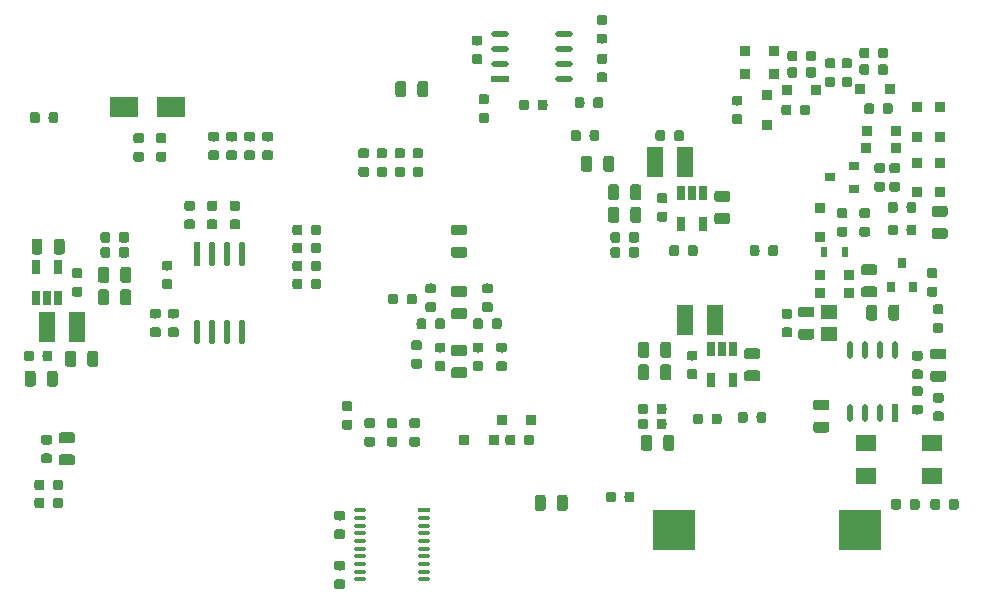
<source format=gbp>
G04 #@! TF.GenerationSoftware,KiCad,Pcbnew,5.0.0+dfsg1-2*
G04 #@! TF.CreationDate,2018-09-16T12:13:25+02:00*
G04 #@! TF.ProjectId,ulx3s,756C7833732E6B696361645F70636200,rev?*
G04 #@! TF.SameCoordinates,Original*
G04 #@! TF.FileFunction,Paste,Bot*
G04 #@! TF.FilePolarity,Positive*
%FSLAX46Y46*%
G04 Gerber Fmt 4.6, Leading zero omitted, Abs format (unit mm)*
G04 Created by KiCad (PCBNEW 5.0.0+dfsg1-2) date Sun Sep 16 12:13:25 2018*
%MOMM*%
%LPD*%
G01*
G04 APERTURE LIST*
%ADD10O,1.050000X0.350000*%
%ADD11R,1.050000X0.350000*%
%ADD12C,0.100000*%
%ADD13C,0.925000*%
%ADD14C,0.825000*%
%ADD15R,0.850000X0.750000*%
%ADD16R,0.950000X0.950000*%
%ADD17R,0.650000X1.150000*%
%ADD18R,3.650000X3.450000*%
%ADD19R,1.750000X1.350000*%
%ADD20R,0.550000X1.500000*%
%ADD21O,0.550000X1.500000*%
%ADD22R,1.500000X0.550000*%
%ADD23O,1.500000X0.550000*%
%ADD24R,0.550000X2.050000*%
%ADD25O,0.550000X2.050000*%
%ADD26R,1.450000X2.650000*%
%ADD27R,0.620000X0.950000*%
%ADD28R,2.450000X1.750000*%
%ADD29R,0.750000X0.850000*%
%ADD30R,1.350000X1.245000*%
G04 APERTURE END LIST*
D10*
G04 #@! TO.C,U6*
X130135000Y-104215000D03*
X130135000Y-104865000D03*
X130135000Y-105515000D03*
X130135000Y-106165000D03*
X130135000Y-106815000D03*
X130135000Y-107465000D03*
X130135000Y-108115000D03*
X130135000Y-108765000D03*
X130135000Y-109415000D03*
X130135000Y-110065000D03*
X135535000Y-110065000D03*
X135535000Y-109415000D03*
X135535000Y-108765000D03*
X135535000Y-108115000D03*
X135535000Y-107465000D03*
X135535000Y-106815000D03*
X135535000Y-106165000D03*
X135535000Y-105515000D03*
X135535000Y-104865000D03*
D11*
X135535000Y-104215000D03*
G04 #@! TD*
D12*
G04 #@! TO.C,C1*
G36*
X104894916Y-81211114D02*
X104917365Y-81214443D01*
X104939378Y-81219958D01*
X104960746Y-81227603D01*
X104981260Y-81237306D01*
X105000726Y-81248973D01*
X105018953Y-81262491D01*
X105035768Y-81277732D01*
X105051009Y-81294547D01*
X105064527Y-81312774D01*
X105076194Y-81332240D01*
X105085897Y-81352754D01*
X105093542Y-81374122D01*
X105099057Y-81396135D01*
X105102386Y-81418584D01*
X105103500Y-81441250D01*
X105103500Y-82328750D01*
X105102386Y-82351416D01*
X105099057Y-82373865D01*
X105093542Y-82395878D01*
X105085897Y-82417246D01*
X105076194Y-82437760D01*
X105064527Y-82457226D01*
X105051009Y-82475453D01*
X105035768Y-82492268D01*
X105018953Y-82507509D01*
X105000726Y-82521027D01*
X104981260Y-82532694D01*
X104960746Y-82542397D01*
X104939378Y-82550042D01*
X104917365Y-82555557D01*
X104894916Y-82558886D01*
X104872250Y-82560000D01*
X104409750Y-82560000D01*
X104387084Y-82558886D01*
X104364635Y-82555557D01*
X104342622Y-82550042D01*
X104321254Y-82542397D01*
X104300740Y-82532694D01*
X104281274Y-82521027D01*
X104263047Y-82507509D01*
X104246232Y-82492268D01*
X104230991Y-82475453D01*
X104217473Y-82457226D01*
X104205806Y-82437760D01*
X104196103Y-82417246D01*
X104188458Y-82395878D01*
X104182943Y-82373865D01*
X104179614Y-82351416D01*
X104178500Y-82328750D01*
X104178500Y-81441250D01*
X104179614Y-81418584D01*
X104182943Y-81396135D01*
X104188458Y-81374122D01*
X104196103Y-81352754D01*
X104205806Y-81332240D01*
X104217473Y-81312774D01*
X104230991Y-81294547D01*
X104246232Y-81277732D01*
X104263047Y-81262491D01*
X104281274Y-81248973D01*
X104300740Y-81237306D01*
X104321254Y-81227603D01*
X104342622Y-81219958D01*
X104364635Y-81214443D01*
X104387084Y-81211114D01*
X104409750Y-81210000D01*
X104872250Y-81210000D01*
X104894916Y-81211114D01*
X104894916Y-81211114D01*
G37*
D13*
X104641000Y-81885000D03*
D12*
G36*
X103019916Y-81211114D02*
X103042365Y-81214443D01*
X103064378Y-81219958D01*
X103085746Y-81227603D01*
X103106260Y-81237306D01*
X103125726Y-81248973D01*
X103143953Y-81262491D01*
X103160768Y-81277732D01*
X103176009Y-81294547D01*
X103189527Y-81312774D01*
X103201194Y-81332240D01*
X103210897Y-81352754D01*
X103218542Y-81374122D01*
X103224057Y-81396135D01*
X103227386Y-81418584D01*
X103228500Y-81441250D01*
X103228500Y-82328750D01*
X103227386Y-82351416D01*
X103224057Y-82373865D01*
X103218542Y-82395878D01*
X103210897Y-82417246D01*
X103201194Y-82437760D01*
X103189527Y-82457226D01*
X103176009Y-82475453D01*
X103160768Y-82492268D01*
X103143953Y-82507509D01*
X103125726Y-82521027D01*
X103106260Y-82532694D01*
X103085746Y-82542397D01*
X103064378Y-82550042D01*
X103042365Y-82555557D01*
X103019916Y-82558886D01*
X102997250Y-82560000D01*
X102534750Y-82560000D01*
X102512084Y-82558886D01*
X102489635Y-82555557D01*
X102467622Y-82550042D01*
X102446254Y-82542397D01*
X102425740Y-82532694D01*
X102406274Y-82521027D01*
X102388047Y-82507509D01*
X102371232Y-82492268D01*
X102355991Y-82475453D01*
X102342473Y-82457226D01*
X102330806Y-82437760D01*
X102321103Y-82417246D01*
X102313458Y-82395878D01*
X102307943Y-82373865D01*
X102304614Y-82351416D01*
X102303500Y-82328750D01*
X102303500Y-81441250D01*
X102304614Y-81418584D01*
X102307943Y-81396135D01*
X102313458Y-81374122D01*
X102321103Y-81352754D01*
X102330806Y-81332240D01*
X102342473Y-81312774D01*
X102355991Y-81294547D01*
X102371232Y-81277732D01*
X102388047Y-81262491D01*
X102406274Y-81248973D01*
X102425740Y-81237306D01*
X102446254Y-81227603D01*
X102467622Y-81219958D01*
X102489635Y-81214443D01*
X102512084Y-81211114D01*
X102534750Y-81210000D01*
X102997250Y-81210000D01*
X103019916Y-81211114D01*
X103019916Y-81211114D01*
G37*
D13*
X102766000Y-81885000D03*
G04 #@! TD*
D12*
G04 #@! TO.C,R9*
G36*
X128653966Y-110055993D02*
X128673987Y-110058963D01*
X128693621Y-110063881D01*
X128712678Y-110070700D01*
X128730976Y-110079354D01*
X128748336Y-110089759D01*
X128764594Y-110101817D01*
X128779591Y-110115409D01*
X128793183Y-110130406D01*
X128805241Y-110146664D01*
X128815646Y-110164024D01*
X128824300Y-110182322D01*
X128831119Y-110201379D01*
X128836037Y-110221013D01*
X128839007Y-110241034D01*
X128840000Y-110261250D01*
X128840000Y-110673750D01*
X128839007Y-110693966D01*
X128836037Y-110713987D01*
X128831119Y-110733621D01*
X128824300Y-110752678D01*
X128815646Y-110770976D01*
X128805241Y-110788336D01*
X128793183Y-110804594D01*
X128779591Y-110819591D01*
X128764594Y-110833183D01*
X128748336Y-110845241D01*
X128730976Y-110855646D01*
X128712678Y-110864300D01*
X128693621Y-110871119D01*
X128673987Y-110876037D01*
X128653966Y-110879007D01*
X128633750Y-110880000D01*
X128146250Y-110880000D01*
X128126034Y-110879007D01*
X128106013Y-110876037D01*
X128086379Y-110871119D01*
X128067322Y-110864300D01*
X128049024Y-110855646D01*
X128031664Y-110845241D01*
X128015406Y-110833183D01*
X128000409Y-110819591D01*
X127986817Y-110804594D01*
X127974759Y-110788336D01*
X127964354Y-110770976D01*
X127955700Y-110752678D01*
X127948881Y-110733621D01*
X127943963Y-110713987D01*
X127940993Y-110693966D01*
X127940000Y-110673750D01*
X127940000Y-110261250D01*
X127940993Y-110241034D01*
X127943963Y-110221013D01*
X127948881Y-110201379D01*
X127955700Y-110182322D01*
X127964354Y-110164024D01*
X127974759Y-110146664D01*
X127986817Y-110130406D01*
X128000409Y-110115409D01*
X128015406Y-110101817D01*
X128031664Y-110089759D01*
X128049024Y-110079354D01*
X128067322Y-110070700D01*
X128086379Y-110063881D01*
X128106013Y-110058963D01*
X128126034Y-110055993D01*
X128146250Y-110055000D01*
X128633750Y-110055000D01*
X128653966Y-110055993D01*
X128653966Y-110055993D01*
G37*
D14*
X128390000Y-110467500D03*
D12*
G36*
X128653966Y-108480993D02*
X128673987Y-108483963D01*
X128693621Y-108488881D01*
X128712678Y-108495700D01*
X128730976Y-108504354D01*
X128748336Y-108514759D01*
X128764594Y-108526817D01*
X128779591Y-108540409D01*
X128793183Y-108555406D01*
X128805241Y-108571664D01*
X128815646Y-108589024D01*
X128824300Y-108607322D01*
X128831119Y-108626379D01*
X128836037Y-108646013D01*
X128839007Y-108666034D01*
X128840000Y-108686250D01*
X128840000Y-109098750D01*
X128839007Y-109118966D01*
X128836037Y-109138987D01*
X128831119Y-109158621D01*
X128824300Y-109177678D01*
X128815646Y-109195976D01*
X128805241Y-109213336D01*
X128793183Y-109229594D01*
X128779591Y-109244591D01*
X128764594Y-109258183D01*
X128748336Y-109270241D01*
X128730976Y-109280646D01*
X128712678Y-109289300D01*
X128693621Y-109296119D01*
X128673987Y-109301037D01*
X128653966Y-109304007D01*
X128633750Y-109305000D01*
X128146250Y-109305000D01*
X128126034Y-109304007D01*
X128106013Y-109301037D01*
X128086379Y-109296119D01*
X128067322Y-109289300D01*
X128049024Y-109280646D01*
X128031664Y-109270241D01*
X128015406Y-109258183D01*
X128000409Y-109244591D01*
X127986817Y-109229594D01*
X127974759Y-109213336D01*
X127964354Y-109195976D01*
X127955700Y-109177678D01*
X127948881Y-109158621D01*
X127943963Y-109138987D01*
X127940993Y-109118966D01*
X127940000Y-109098750D01*
X127940000Y-108686250D01*
X127940993Y-108666034D01*
X127943963Y-108646013D01*
X127948881Y-108626379D01*
X127955700Y-108607322D01*
X127964354Y-108589024D01*
X127974759Y-108571664D01*
X127986817Y-108555406D01*
X128000409Y-108540409D01*
X128015406Y-108526817D01*
X128031664Y-108514759D01*
X128049024Y-108504354D01*
X128067322Y-108495700D01*
X128086379Y-108488881D01*
X128106013Y-108483963D01*
X128126034Y-108480993D01*
X128146250Y-108480000D01*
X128633750Y-108480000D01*
X128653966Y-108480993D01*
X128653966Y-108480993D01*
G37*
D14*
X128390000Y-108892500D03*
G04 #@! TD*
D12*
G04 #@! TO.C,R56*
G36*
X128653966Y-104246993D02*
X128673987Y-104249963D01*
X128693621Y-104254881D01*
X128712678Y-104261700D01*
X128730976Y-104270354D01*
X128748336Y-104280759D01*
X128764594Y-104292817D01*
X128779591Y-104306409D01*
X128793183Y-104321406D01*
X128805241Y-104337664D01*
X128815646Y-104355024D01*
X128824300Y-104373322D01*
X128831119Y-104392379D01*
X128836037Y-104412013D01*
X128839007Y-104432034D01*
X128840000Y-104452250D01*
X128840000Y-104864750D01*
X128839007Y-104884966D01*
X128836037Y-104904987D01*
X128831119Y-104924621D01*
X128824300Y-104943678D01*
X128815646Y-104961976D01*
X128805241Y-104979336D01*
X128793183Y-104995594D01*
X128779591Y-105010591D01*
X128764594Y-105024183D01*
X128748336Y-105036241D01*
X128730976Y-105046646D01*
X128712678Y-105055300D01*
X128693621Y-105062119D01*
X128673987Y-105067037D01*
X128653966Y-105070007D01*
X128633750Y-105071000D01*
X128146250Y-105071000D01*
X128126034Y-105070007D01*
X128106013Y-105067037D01*
X128086379Y-105062119D01*
X128067322Y-105055300D01*
X128049024Y-105046646D01*
X128031664Y-105036241D01*
X128015406Y-105024183D01*
X128000409Y-105010591D01*
X127986817Y-104995594D01*
X127974759Y-104979336D01*
X127964354Y-104961976D01*
X127955700Y-104943678D01*
X127948881Y-104924621D01*
X127943963Y-104904987D01*
X127940993Y-104884966D01*
X127940000Y-104864750D01*
X127940000Y-104452250D01*
X127940993Y-104432034D01*
X127943963Y-104412013D01*
X127948881Y-104392379D01*
X127955700Y-104373322D01*
X127964354Y-104355024D01*
X127974759Y-104337664D01*
X127986817Y-104321406D01*
X128000409Y-104306409D01*
X128015406Y-104292817D01*
X128031664Y-104280759D01*
X128049024Y-104270354D01*
X128067322Y-104261700D01*
X128086379Y-104254881D01*
X128106013Y-104249963D01*
X128126034Y-104246993D01*
X128146250Y-104246000D01*
X128633750Y-104246000D01*
X128653966Y-104246993D01*
X128653966Y-104246993D01*
G37*
D14*
X128390000Y-104658500D03*
D12*
G36*
X128653966Y-105821993D02*
X128673987Y-105824963D01*
X128693621Y-105829881D01*
X128712678Y-105836700D01*
X128730976Y-105845354D01*
X128748336Y-105855759D01*
X128764594Y-105867817D01*
X128779591Y-105881409D01*
X128793183Y-105896406D01*
X128805241Y-105912664D01*
X128815646Y-105930024D01*
X128824300Y-105948322D01*
X128831119Y-105967379D01*
X128836037Y-105987013D01*
X128839007Y-106007034D01*
X128840000Y-106027250D01*
X128840000Y-106439750D01*
X128839007Y-106459966D01*
X128836037Y-106479987D01*
X128831119Y-106499621D01*
X128824300Y-106518678D01*
X128815646Y-106536976D01*
X128805241Y-106554336D01*
X128793183Y-106570594D01*
X128779591Y-106585591D01*
X128764594Y-106599183D01*
X128748336Y-106611241D01*
X128730976Y-106621646D01*
X128712678Y-106630300D01*
X128693621Y-106637119D01*
X128673987Y-106642037D01*
X128653966Y-106645007D01*
X128633750Y-106646000D01*
X128146250Y-106646000D01*
X128126034Y-106645007D01*
X128106013Y-106642037D01*
X128086379Y-106637119D01*
X128067322Y-106630300D01*
X128049024Y-106621646D01*
X128031664Y-106611241D01*
X128015406Y-106599183D01*
X128000409Y-106585591D01*
X127986817Y-106570594D01*
X127974759Y-106554336D01*
X127964354Y-106536976D01*
X127955700Y-106518678D01*
X127948881Y-106499621D01*
X127943963Y-106479987D01*
X127940993Y-106459966D01*
X127940000Y-106439750D01*
X127940000Y-106027250D01*
X127940993Y-106007034D01*
X127943963Y-105987013D01*
X127948881Y-105967379D01*
X127955700Y-105948322D01*
X127964354Y-105930024D01*
X127974759Y-105912664D01*
X127986817Y-105896406D01*
X128000409Y-105881409D01*
X128015406Y-105867817D01*
X128031664Y-105855759D01*
X128049024Y-105845354D01*
X128067322Y-105836700D01*
X128086379Y-105829881D01*
X128106013Y-105824963D01*
X128126034Y-105821993D01*
X128146250Y-105821000D01*
X128633750Y-105821000D01*
X128653966Y-105821993D01*
X128653966Y-105821993D01*
G37*
D14*
X128390000Y-106233500D03*
G04 #@! TD*
D12*
G04 #@! TO.C,R55*
G36*
X135003966Y-97990993D02*
X135023987Y-97993963D01*
X135043621Y-97998881D01*
X135062678Y-98005700D01*
X135080976Y-98014354D01*
X135098336Y-98024759D01*
X135114594Y-98036817D01*
X135129591Y-98050409D01*
X135143183Y-98065406D01*
X135155241Y-98081664D01*
X135165646Y-98099024D01*
X135174300Y-98117322D01*
X135181119Y-98136379D01*
X135186037Y-98156013D01*
X135189007Y-98176034D01*
X135190000Y-98196250D01*
X135190000Y-98608750D01*
X135189007Y-98628966D01*
X135186037Y-98648987D01*
X135181119Y-98668621D01*
X135174300Y-98687678D01*
X135165646Y-98705976D01*
X135155241Y-98723336D01*
X135143183Y-98739594D01*
X135129591Y-98754591D01*
X135114594Y-98768183D01*
X135098336Y-98780241D01*
X135080976Y-98790646D01*
X135062678Y-98799300D01*
X135043621Y-98806119D01*
X135023987Y-98811037D01*
X135003966Y-98814007D01*
X134983750Y-98815000D01*
X134496250Y-98815000D01*
X134476034Y-98814007D01*
X134456013Y-98811037D01*
X134436379Y-98806119D01*
X134417322Y-98799300D01*
X134399024Y-98790646D01*
X134381664Y-98780241D01*
X134365406Y-98768183D01*
X134350409Y-98754591D01*
X134336817Y-98739594D01*
X134324759Y-98723336D01*
X134314354Y-98705976D01*
X134305700Y-98687678D01*
X134298881Y-98668621D01*
X134293963Y-98648987D01*
X134290993Y-98628966D01*
X134290000Y-98608750D01*
X134290000Y-98196250D01*
X134290993Y-98176034D01*
X134293963Y-98156013D01*
X134298881Y-98136379D01*
X134305700Y-98117322D01*
X134314354Y-98099024D01*
X134324759Y-98081664D01*
X134336817Y-98065406D01*
X134350409Y-98050409D01*
X134365406Y-98036817D01*
X134381664Y-98024759D01*
X134399024Y-98014354D01*
X134417322Y-98005700D01*
X134436379Y-97998881D01*
X134456013Y-97993963D01*
X134476034Y-97990993D01*
X134496250Y-97990000D01*
X134983750Y-97990000D01*
X135003966Y-97990993D01*
X135003966Y-97990993D01*
G37*
D14*
X134740000Y-98402500D03*
D12*
G36*
X135003966Y-96415993D02*
X135023987Y-96418963D01*
X135043621Y-96423881D01*
X135062678Y-96430700D01*
X135080976Y-96439354D01*
X135098336Y-96449759D01*
X135114594Y-96461817D01*
X135129591Y-96475409D01*
X135143183Y-96490406D01*
X135155241Y-96506664D01*
X135165646Y-96524024D01*
X135174300Y-96542322D01*
X135181119Y-96561379D01*
X135186037Y-96581013D01*
X135189007Y-96601034D01*
X135190000Y-96621250D01*
X135190000Y-97033750D01*
X135189007Y-97053966D01*
X135186037Y-97073987D01*
X135181119Y-97093621D01*
X135174300Y-97112678D01*
X135165646Y-97130976D01*
X135155241Y-97148336D01*
X135143183Y-97164594D01*
X135129591Y-97179591D01*
X135114594Y-97193183D01*
X135098336Y-97205241D01*
X135080976Y-97215646D01*
X135062678Y-97224300D01*
X135043621Y-97231119D01*
X135023987Y-97236037D01*
X135003966Y-97239007D01*
X134983750Y-97240000D01*
X134496250Y-97240000D01*
X134476034Y-97239007D01*
X134456013Y-97236037D01*
X134436379Y-97231119D01*
X134417322Y-97224300D01*
X134399024Y-97215646D01*
X134381664Y-97205241D01*
X134365406Y-97193183D01*
X134350409Y-97179591D01*
X134336817Y-97164594D01*
X134324759Y-97148336D01*
X134314354Y-97130976D01*
X134305700Y-97112678D01*
X134298881Y-97093621D01*
X134293963Y-97073987D01*
X134290993Y-97053966D01*
X134290000Y-97033750D01*
X134290000Y-96621250D01*
X134290993Y-96601034D01*
X134293963Y-96581013D01*
X134298881Y-96561379D01*
X134305700Y-96542322D01*
X134314354Y-96524024D01*
X134324759Y-96506664D01*
X134336817Y-96490406D01*
X134350409Y-96475409D01*
X134365406Y-96461817D01*
X134381664Y-96449759D01*
X134399024Y-96439354D01*
X134417322Y-96430700D01*
X134436379Y-96423881D01*
X134456013Y-96418963D01*
X134476034Y-96415993D01*
X134496250Y-96415000D01*
X134983750Y-96415000D01*
X135003966Y-96415993D01*
X135003966Y-96415993D01*
G37*
D14*
X134740000Y-96827500D03*
G04 #@! TD*
D12*
G04 #@! TO.C,R32*
G36*
X133098966Y-96415993D02*
X133118987Y-96418963D01*
X133138621Y-96423881D01*
X133157678Y-96430700D01*
X133175976Y-96439354D01*
X133193336Y-96449759D01*
X133209594Y-96461817D01*
X133224591Y-96475409D01*
X133238183Y-96490406D01*
X133250241Y-96506664D01*
X133260646Y-96524024D01*
X133269300Y-96542322D01*
X133276119Y-96561379D01*
X133281037Y-96581013D01*
X133284007Y-96601034D01*
X133285000Y-96621250D01*
X133285000Y-97033750D01*
X133284007Y-97053966D01*
X133281037Y-97073987D01*
X133276119Y-97093621D01*
X133269300Y-97112678D01*
X133260646Y-97130976D01*
X133250241Y-97148336D01*
X133238183Y-97164594D01*
X133224591Y-97179591D01*
X133209594Y-97193183D01*
X133193336Y-97205241D01*
X133175976Y-97215646D01*
X133157678Y-97224300D01*
X133138621Y-97231119D01*
X133118987Y-97236037D01*
X133098966Y-97239007D01*
X133078750Y-97240000D01*
X132591250Y-97240000D01*
X132571034Y-97239007D01*
X132551013Y-97236037D01*
X132531379Y-97231119D01*
X132512322Y-97224300D01*
X132494024Y-97215646D01*
X132476664Y-97205241D01*
X132460406Y-97193183D01*
X132445409Y-97179591D01*
X132431817Y-97164594D01*
X132419759Y-97148336D01*
X132409354Y-97130976D01*
X132400700Y-97112678D01*
X132393881Y-97093621D01*
X132388963Y-97073987D01*
X132385993Y-97053966D01*
X132385000Y-97033750D01*
X132385000Y-96621250D01*
X132385993Y-96601034D01*
X132388963Y-96581013D01*
X132393881Y-96561379D01*
X132400700Y-96542322D01*
X132409354Y-96524024D01*
X132419759Y-96506664D01*
X132431817Y-96490406D01*
X132445409Y-96475409D01*
X132460406Y-96461817D01*
X132476664Y-96449759D01*
X132494024Y-96439354D01*
X132512322Y-96430700D01*
X132531379Y-96423881D01*
X132551013Y-96418963D01*
X132571034Y-96415993D01*
X132591250Y-96415000D01*
X133078750Y-96415000D01*
X133098966Y-96415993D01*
X133098966Y-96415993D01*
G37*
D14*
X132835000Y-96827500D03*
D12*
G36*
X133098966Y-97990993D02*
X133118987Y-97993963D01*
X133138621Y-97998881D01*
X133157678Y-98005700D01*
X133175976Y-98014354D01*
X133193336Y-98024759D01*
X133209594Y-98036817D01*
X133224591Y-98050409D01*
X133238183Y-98065406D01*
X133250241Y-98081664D01*
X133260646Y-98099024D01*
X133269300Y-98117322D01*
X133276119Y-98136379D01*
X133281037Y-98156013D01*
X133284007Y-98176034D01*
X133285000Y-98196250D01*
X133285000Y-98608750D01*
X133284007Y-98628966D01*
X133281037Y-98648987D01*
X133276119Y-98668621D01*
X133269300Y-98687678D01*
X133260646Y-98705976D01*
X133250241Y-98723336D01*
X133238183Y-98739594D01*
X133224591Y-98754591D01*
X133209594Y-98768183D01*
X133193336Y-98780241D01*
X133175976Y-98790646D01*
X133157678Y-98799300D01*
X133138621Y-98806119D01*
X133118987Y-98811037D01*
X133098966Y-98814007D01*
X133078750Y-98815000D01*
X132591250Y-98815000D01*
X132571034Y-98814007D01*
X132551013Y-98811037D01*
X132531379Y-98806119D01*
X132512322Y-98799300D01*
X132494024Y-98790646D01*
X132476664Y-98780241D01*
X132460406Y-98768183D01*
X132445409Y-98754591D01*
X132431817Y-98739594D01*
X132419759Y-98723336D01*
X132409354Y-98705976D01*
X132400700Y-98687678D01*
X132393881Y-98668621D01*
X132388963Y-98648987D01*
X132385993Y-98628966D01*
X132385000Y-98608750D01*
X132385000Y-98196250D01*
X132385993Y-98176034D01*
X132388963Y-98156013D01*
X132393881Y-98136379D01*
X132400700Y-98117322D01*
X132409354Y-98099024D01*
X132419759Y-98081664D01*
X132431817Y-98065406D01*
X132445409Y-98050409D01*
X132460406Y-98036817D01*
X132476664Y-98024759D01*
X132494024Y-98014354D01*
X132512322Y-98005700D01*
X132531379Y-97998881D01*
X132551013Y-97993963D01*
X132571034Y-97990993D01*
X132591250Y-97990000D01*
X133078750Y-97990000D01*
X133098966Y-97990993D01*
X133098966Y-97990993D01*
G37*
D14*
X132835000Y-98402500D03*
G04 #@! TD*
D12*
G04 #@! TO.C,R33*
G36*
X131193966Y-96415993D02*
X131213987Y-96418963D01*
X131233621Y-96423881D01*
X131252678Y-96430700D01*
X131270976Y-96439354D01*
X131288336Y-96449759D01*
X131304594Y-96461817D01*
X131319591Y-96475409D01*
X131333183Y-96490406D01*
X131345241Y-96506664D01*
X131355646Y-96524024D01*
X131364300Y-96542322D01*
X131371119Y-96561379D01*
X131376037Y-96581013D01*
X131379007Y-96601034D01*
X131380000Y-96621250D01*
X131380000Y-97033750D01*
X131379007Y-97053966D01*
X131376037Y-97073987D01*
X131371119Y-97093621D01*
X131364300Y-97112678D01*
X131355646Y-97130976D01*
X131345241Y-97148336D01*
X131333183Y-97164594D01*
X131319591Y-97179591D01*
X131304594Y-97193183D01*
X131288336Y-97205241D01*
X131270976Y-97215646D01*
X131252678Y-97224300D01*
X131233621Y-97231119D01*
X131213987Y-97236037D01*
X131193966Y-97239007D01*
X131173750Y-97240000D01*
X130686250Y-97240000D01*
X130666034Y-97239007D01*
X130646013Y-97236037D01*
X130626379Y-97231119D01*
X130607322Y-97224300D01*
X130589024Y-97215646D01*
X130571664Y-97205241D01*
X130555406Y-97193183D01*
X130540409Y-97179591D01*
X130526817Y-97164594D01*
X130514759Y-97148336D01*
X130504354Y-97130976D01*
X130495700Y-97112678D01*
X130488881Y-97093621D01*
X130483963Y-97073987D01*
X130480993Y-97053966D01*
X130480000Y-97033750D01*
X130480000Y-96621250D01*
X130480993Y-96601034D01*
X130483963Y-96581013D01*
X130488881Y-96561379D01*
X130495700Y-96542322D01*
X130504354Y-96524024D01*
X130514759Y-96506664D01*
X130526817Y-96490406D01*
X130540409Y-96475409D01*
X130555406Y-96461817D01*
X130571664Y-96449759D01*
X130589024Y-96439354D01*
X130607322Y-96430700D01*
X130626379Y-96423881D01*
X130646013Y-96418963D01*
X130666034Y-96415993D01*
X130686250Y-96415000D01*
X131173750Y-96415000D01*
X131193966Y-96415993D01*
X131193966Y-96415993D01*
G37*
D14*
X130930000Y-96827500D03*
D12*
G36*
X131193966Y-97990993D02*
X131213987Y-97993963D01*
X131233621Y-97998881D01*
X131252678Y-98005700D01*
X131270976Y-98014354D01*
X131288336Y-98024759D01*
X131304594Y-98036817D01*
X131319591Y-98050409D01*
X131333183Y-98065406D01*
X131345241Y-98081664D01*
X131355646Y-98099024D01*
X131364300Y-98117322D01*
X131371119Y-98136379D01*
X131376037Y-98156013D01*
X131379007Y-98176034D01*
X131380000Y-98196250D01*
X131380000Y-98608750D01*
X131379007Y-98628966D01*
X131376037Y-98648987D01*
X131371119Y-98668621D01*
X131364300Y-98687678D01*
X131355646Y-98705976D01*
X131345241Y-98723336D01*
X131333183Y-98739594D01*
X131319591Y-98754591D01*
X131304594Y-98768183D01*
X131288336Y-98780241D01*
X131270976Y-98790646D01*
X131252678Y-98799300D01*
X131233621Y-98806119D01*
X131213987Y-98811037D01*
X131193966Y-98814007D01*
X131173750Y-98815000D01*
X130686250Y-98815000D01*
X130666034Y-98814007D01*
X130646013Y-98811037D01*
X130626379Y-98806119D01*
X130607322Y-98799300D01*
X130589024Y-98790646D01*
X130571664Y-98780241D01*
X130555406Y-98768183D01*
X130540409Y-98754591D01*
X130526817Y-98739594D01*
X130514759Y-98723336D01*
X130504354Y-98705976D01*
X130495700Y-98687678D01*
X130488881Y-98668621D01*
X130483963Y-98648987D01*
X130480993Y-98628966D01*
X130480000Y-98608750D01*
X130480000Y-98196250D01*
X130480993Y-98176034D01*
X130483963Y-98156013D01*
X130488881Y-98136379D01*
X130495700Y-98117322D01*
X130504354Y-98099024D01*
X130514759Y-98081664D01*
X130526817Y-98065406D01*
X130540409Y-98050409D01*
X130555406Y-98036817D01*
X130571664Y-98024759D01*
X130589024Y-98014354D01*
X130607322Y-98005700D01*
X130626379Y-97998881D01*
X130646013Y-97993963D01*
X130666034Y-97990993D01*
X130686250Y-97990000D01*
X131173750Y-97990000D01*
X131193966Y-97990993D01*
X131193966Y-97990993D01*
G37*
D14*
X130930000Y-98402500D03*
G04 #@! TD*
D12*
G04 #@! TO.C,R27*
G36*
X129288966Y-94975993D02*
X129308987Y-94978963D01*
X129328621Y-94983881D01*
X129347678Y-94990700D01*
X129365976Y-94999354D01*
X129383336Y-95009759D01*
X129399594Y-95021817D01*
X129414591Y-95035409D01*
X129428183Y-95050406D01*
X129440241Y-95066664D01*
X129450646Y-95084024D01*
X129459300Y-95102322D01*
X129466119Y-95121379D01*
X129471037Y-95141013D01*
X129474007Y-95161034D01*
X129475000Y-95181250D01*
X129475000Y-95593750D01*
X129474007Y-95613966D01*
X129471037Y-95633987D01*
X129466119Y-95653621D01*
X129459300Y-95672678D01*
X129450646Y-95690976D01*
X129440241Y-95708336D01*
X129428183Y-95724594D01*
X129414591Y-95739591D01*
X129399594Y-95753183D01*
X129383336Y-95765241D01*
X129365976Y-95775646D01*
X129347678Y-95784300D01*
X129328621Y-95791119D01*
X129308987Y-95796037D01*
X129288966Y-95799007D01*
X129268750Y-95800000D01*
X128781250Y-95800000D01*
X128761034Y-95799007D01*
X128741013Y-95796037D01*
X128721379Y-95791119D01*
X128702322Y-95784300D01*
X128684024Y-95775646D01*
X128666664Y-95765241D01*
X128650406Y-95753183D01*
X128635409Y-95739591D01*
X128621817Y-95724594D01*
X128609759Y-95708336D01*
X128599354Y-95690976D01*
X128590700Y-95672678D01*
X128583881Y-95653621D01*
X128578963Y-95633987D01*
X128575993Y-95613966D01*
X128575000Y-95593750D01*
X128575000Y-95181250D01*
X128575993Y-95161034D01*
X128578963Y-95141013D01*
X128583881Y-95121379D01*
X128590700Y-95102322D01*
X128599354Y-95084024D01*
X128609759Y-95066664D01*
X128621817Y-95050406D01*
X128635409Y-95035409D01*
X128650406Y-95021817D01*
X128666664Y-95009759D01*
X128684024Y-94999354D01*
X128702322Y-94990700D01*
X128721379Y-94983881D01*
X128741013Y-94978963D01*
X128761034Y-94975993D01*
X128781250Y-94975000D01*
X129268750Y-94975000D01*
X129288966Y-94975993D01*
X129288966Y-94975993D01*
G37*
D14*
X129025000Y-95387500D03*
D12*
G36*
X129288966Y-96550993D02*
X129308987Y-96553963D01*
X129328621Y-96558881D01*
X129347678Y-96565700D01*
X129365976Y-96574354D01*
X129383336Y-96584759D01*
X129399594Y-96596817D01*
X129414591Y-96610409D01*
X129428183Y-96625406D01*
X129440241Y-96641664D01*
X129450646Y-96659024D01*
X129459300Y-96677322D01*
X129466119Y-96696379D01*
X129471037Y-96716013D01*
X129474007Y-96736034D01*
X129475000Y-96756250D01*
X129475000Y-97168750D01*
X129474007Y-97188966D01*
X129471037Y-97208987D01*
X129466119Y-97228621D01*
X129459300Y-97247678D01*
X129450646Y-97265976D01*
X129440241Y-97283336D01*
X129428183Y-97299594D01*
X129414591Y-97314591D01*
X129399594Y-97328183D01*
X129383336Y-97340241D01*
X129365976Y-97350646D01*
X129347678Y-97359300D01*
X129328621Y-97366119D01*
X129308987Y-97371037D01*
X129288966Y-97374007D01*
X129268750Y-97375000D01*
X128781250Y-97375000D01*
X128761034Y-97374007D01*
X128741013Y-97371037D01*
X128721379Y-97366119D01*
X128702322Y-97359300D01*
X128684024Y-97350646D01*
X128666664Y-97340241D01*
X128650406Y-97328183D01*
X128635409Y-97314591D01*
X128621817Y-97299594D01*
X128609759Y-97283336D01*
X128599354Y-97265976D01*
X128590700Y-97247678D01*
X128583881Y-97228621D01*
X128578963Y-97208987D01*
X128575993Y-97188966D01*
X128575000Y-97168750D01*
X128575000Y-96756250D01*
X128575993Y-96736034D01*
X128578963Y-96716013D01*
X128583881Y-96696379D01*
X128590700Y-96677322D01*
X128599354Y-96659024D01*
X128609759Y-96641664D01*
X128621817Y-96625406D01*
X128635409Y-96610409D01*
X128650406Y-96596817D01*
X128666664Y-96584759D01*
X128684024Y-96574354D01*
X128702322Y-96565700D01*
X128721379Y-96558881D01*
X128741013Y-96553963D01*
X128761034Y-96550993D01*
X128781250Y-96550000D01*
X129268750Y-96550000D01*
X129288966Y-96550993D01*
X129288966Y-96550993D01*
G37*
D14*
X129025000Y-96962500D03*
G04 #@! TD*
D12*
G04 #@! TO.C,R40*
G36*
X168519966Y-65288993D02*
X168539987Y-65291963D01*
X168559621Y-65296881D01*
X168578678Y-65303700D01*
X168596976Y-65312354D01*
X168614336Y-65322759D01*
X168630594Y-65334817D01*
X168645591Y-65348409D01*
X168659183Y-65363406D01*
X168671241Y-65379664D01*
X168681646Y-65397024D01*
X168690300Y-65415322D01*
X168697119Y-65434379D01*
X168702037Y-65454013D01*
X168705007Y-65474034D01*
X168706000Y-65494250D01*
X168706000Y-65981750D01*
X168705007Y-66001966D01*
X168702037Y-66021987D01*
X168697119Y-66041621D01*
X168690300Y-66060678D01*
X168681646Y-66078976D01*
X168671241Y-66096336D01*
X168659183Y-66112594D01*
X168645591Y-66127591D01*
X168630594Y-66141183D01*
X168614336Y-66153241D01*
X168596976Y-66163646D01*
X168578678Y-66172300D01*
X168559621Y-66179119D01*
X168539987Y-66184037D01*
X168519966Y-66187007D01*
X168499750Y-66188000D01*
X168087250Y-66188000D01*
X168067034Y-66187007D01*
X168047013Y-66184037D01*
X168027379Y-66179119D01*
X168008322Y-66172300D01*
X167990024Y-66163646D01*
X167972664Y-66153241D01*
X167956406Y-66141183D01*
X167941409Y-66127591D01*
X167927817Y-66112594D01*
X167915759Y-66096336D01*
X167905354Y-66078976D01*
X167896700Y-66060678D01*
X167889881Y-66041621D01*
X167884963Y-66021987D01*
X167881993Y-66001966D01*
X167881000Y-65981750D01*
X167881000Y-65494250D01*
X167881993Y-65474034D01*
X167884963Y-65454013D01*
X167889881Y-65434379D01*
X167896700Y-65415322D01*
X167905354Y-65397024D01*
X167915759Y-65379664D01*
X167927817Y-65363406D01*
X167941409Y-65348409D01*
X167956406Y-65334817D01*
X167972664Y-65322759D01*
X167990024Y-65312354D01*
X168008322Y-65303700D01*
X168027379Y-65296881D01*
X168047013Y-65291963D01*
X168067034Y-65288993D01*
X168087250Y-65288000D01*
X168499750Y-65288000D01*
X168519966Y-65288993D01*
X168519966Y-65288993D01*
G37*
D14*
X168293500Y-65738000D03*
D12*
G36*
X166944966Y-65288993D02*
X166964987Y-65291963D01*
X166984621Y-65296881D01*
X167003678Y-65303700D01*
X167021976Y-65312354D01*
X167039336Y-65322759D01*
X167055594Y-65334817D01*
X167070591Y-65348409D01*
X167084183Y-65363406D01*
X167096241Y-65379664D01*
X167106646Y-65397024D01*
X167115300Y-65415322D01*
X167122119Y-65434379D01*
X167127037Y-65454013D01*
X167130007Y-65474034D01*
X167131000Y-65494250D01*
X167131000Y-65981750D01*
X167130007Y-66001966D01*
X167127037Y-66021987D01*
X167122119Y-66041621D01*
X167115300Y-66060678D01*
X167106646Y-66078976D01*
X167096241Y-66096336D01*
X167084183Y-66112594D01*
X167070591Y-66127591D01*
X167055594Y-66141183D01*
X167039336Y-66153241D01*
X167021976Y-66163646D01*
X167003678Y-66172300D01*
X166984621Y-66179119D01*
X166964987Y-66184037D01*
X166944966Y-66187007D01*
X166924750Y-66188000D01*
X166512250Y-66188000D01*
X166492034Y-66187007D01*
X166472013Y-66184037D01*
X166452379Y-66179119D01*
X166433322Y-66172300D01*
X166415024Y-66163646D01*
X166397664Y-66153241D01*
X166381406Y-66141183D01*
X166366409Y-66127591D01*
X166352817Y-66112594D01*
X166340759Y-66096336D01*
X166330354Y-66078976D01*
X166321700Y-66060678D01*
X166314881Y-66041621D01*
X166309963Y-66021987D01*
X166306993Y-66001966D01*
X166306000Y-65981750D01*
X166306000Y-65494250D01*
X166306993Y-65474034D01*
X166309963Y-65454013D01*
X166314881Y-65434379D01*
X166321700Y-65415322D01*
X166330354Y-65397024D01*
X166340759Y-65379664D01*
X166352817Y-65363406D01*
X166366409Y-65348409D01*
X166381406Y-65334817D01*
X166397664Y-65322759D01*
X166415024Y-65312354D01*
X166433322Y-65303700D01*
X166452379Y-65296881D01*
X166472013Y-65291963D01*
X166492034Y-65288993D01*
X166512250Y-65288000D01*
X166924750Y-65288000D01*
X166944966Y-65288993D01*
X166944966Y-65288993D01*
G37*
D14*
X166718500Y-65738000D03*
G04 #@! TD*
D12*
G04 #@! TO.C,R34*
G36*
X104765966Y-103150993D02*
X104785987Y-103153963D01*
X104805621Y-103158881D01*
X104824678Y-103165700D01*
X104842976Y-103174354D01*
X104860336Y-103184759D01*
X104876594Y-103196817D01*
X104891591Y-103210409D01*
X104905183Y-103225406D01*
X104917241Y-103241664D01*
X104927646Y-103259024D01*
X104936300Y-103277322D01*
X104943119Y-103296379D01*
X104948037Y-103316013D01*
X104951007Y-103336034D01*
X104952000Y-103356250D01*
X104952000Y-103843750D01*
X104951007Y-103863966D01*
X104948037Y-103883987D01*
X104943119Y-103903621D01*
X104936300Y-103922678D01*
X104927646Y-103940976D01*
X104917241Y-103958336D01*
X104905183Y-103974594D01*
X104891591Y-103989591D01*
X104876594Y-104003183D01*
X104860336Y-104015241D01*
X104842976Y-104025646D01*
X104824678Y-104034300D01*
X104805621Y-104041119D01*
X104785987Y-104046037D01*
X104765966Y-104049007D01*
X104745750Y-104050000D01*
X104333250Y-104050000D01*
X104313034Y-104049007D01*
X104293013Y-104046037D01*
X104273379Y-104041119D01*
X104254322Y-104034300D01*
X104236024Y-104025646D01*
X104218664Y-104015241D01*
X104202406Y-104003183D01*
X104187409Y-103989591D01*
X104173817Y-103974594D01*
X104161759Y-103958336D01*
X104151354Y-103940976D01*
X104142700Y-103922678D01*
X104135881Y-103903621D01*
X104130963Y-103883987D01*
X104127993Y-103863966D01*
X104127000Y-103843750D01*
X104127000Y-103356250D01*
X104127993Y-103336034D01*
X104130963Y-103316013D01*
X104135881Y-103296379D01*
X104142700Y-103277322D01*
X104151354Y-103259024D01*
X104161759Y-103241664D01*
X104173817Y-103225406D01*
X104187409Y-103210409D01*
X104202406Y-103196817D01*
X104218664Y-103184759D01*
X104236024Y-103174354D01*
X104254322Y-103165700D01*
X104273379Y-103158881D01*
X104293013Y-103153963D01*
X104313034Y-103150993D01*
X104333250Y-103150000D01*
X104745750Y-103150000D01*
X104765966Y-103150993D01*
X104765966Y-103150993D01*
G37*
D14*
X104539500Y-103600000D03*
D12*
G36*
X103190966Y-103150993D02*
X103210987Y-103153963D01*
X103230621Y-103158881D01*
X103249678Y-103165700D01*
X103267976Y-103174354D01*
X103285336Y-103184759D01*
X103301594Y-103196817D01*
X103316591Y-103210409D01*
X103330183Y-103225406D01*
X103342241Y-103241664D01*
X103352646Y-103259024D01*
X103361300Y-103277322D01*
X103368119Y-103296379D01*
X103373037Y-103316013D01*
X103376007Y-103336034D01*
X103377000Y-103356250D01*
X103377000Y-103843750D01*
X103376007Y-103863966D01*
X103373037Y-103883987D01*
X103368119Y-103903621D01*
X103361300Y-103922678D01*
X103352646Y-103940976D01*
X103342241Y-103958336D01*
X103330183Y-103974594D01*
X103316591Y-103989591D01*
X103301594Y-104003183D01*
X103285336Y-104015241D01*
X103267976Y-104025646D01*
X103249678Y-104034300D01*
X103230621Y-104041119D01*
X103210987Y-104046037D01*
X103190966Y-104049007D01*
X103170750Y-104050000D01*
X102758250Y-104050000D01*
X102738034Y-104049007D01*
X102718013Y-104046037D01*
X102698379Y-104041119D01*
X102679322Y-104034300D01*
X102661024Y-104025646D01*
X102643664Y-104015241D01*
X102627406Y-104003183D01*
X102612409Y-103989591D01*
X102598817Y-103974594D01*
X102586759Y-103958336D01*
X102576354Y-103940976D01*
X102567700Y-103922678D01*
X102560881Y-103903621D01*
X102555963Y-103883987D01*
X102552993Y-103863966D01*
X102552000Y-103843750D01*
X102552000Y-103356250D01*
X102552993Y-103336034D01*
X102555963Y-103316013D01*
X102560881Y-103296379D01*
X102567700Y-103277322D01*
X102576354Y-103259024D01*
X102586759Y-103241664D01*
X102598817Y-103225406D01*
X102612409Y-103210409D01*
X102627406Y-103196817D01*
X102643664Y-103184759D01*
X102661024Y-103174354D01*
X102679322Y-103165700D01*
X102698379Y-103158881D01*
X102718013Y-103153963D01*
X102738034Y-103150993D01*
X102758250Y-103150000D01*
X103170750Y-103150000D01*
X103190966Y-103150993D01*
X103190966Y-103150993D01*
G37*
D14*
X102964500Y-103600000D03*
G04 #@! TD*
D12*
G04 #@! TO.C,R35*
G36*
X103190966Y-101610993D02*
X103210987Y-101613963D01*
X103230621Y-101618881D01*
X103249678Y-101625700D01*
X103267976Y-101634354D01*
X103285336Y-101644759D01*
X103301594Y-101656817D01*
X103316591Y-101670409D01*
X103330183Y-101685406D01*
X103342241Y-101701664D01*
X103352646Y-101719024D01*
X103361300Y-101737322D01*
X103368119Y-101756379D01*
X103373037Y-101776013D01*
X103376007Y-101796034D01*
X103377000Y-101816250D01*
X103377000Y-102303750D01*
X103376007Y-102323966D01*
X103373037Y-102343987D01*
X103368119Y-102363621D01*
X103361300Y-102382678D01*
X103352646Y-102400976D01*
X103342241Y-102418336D01*
X103330183Y-102434594D01*
X103316591Y-102449591D01*
X103301594Y-102463183D01*
X103285336Y-102475241D01*
X103267976Y-102485646D01*
X103249678Y-102494300D01*
X103230621Y-102501119D01*
X103210987Y-102506037D01*
X103190966Y-102509007D01*
X103170750Y-102510000D01*
X102758250Y-102510000D01*
X102738034Y-102509007D01*
X102718013Y-102506037D01*
X102698379Y-102501119D01*
X102679322Y-102494300D01*
X102661024Y-102485646D01*
X102643664Y-102475241D01*
X102627406Y-102463183D01*
X102612409Y-102449591D01*
X102598817Y-102434594D01*
X102586759Y-102418336D01*
X102576354Y-102400976D01*
X102567700Y-102382678D01*
X102560881Y-102363621D01*
X102555963Y-102343987D01*
X102552993Y-102323966D01*
X102552000Y-102303750D01*
X102552000Y-101816250D01*
X102552993Y-101796034D01*
X102555963Y-101776013D01*
X102560881Y-101756379D01*
X102567700Y-101737322D01*
X102576354Y-101719024D01*
X102586759Y-101701664D01*
X102598817Y-101685406D01*
X102612409Y-101670409D01*
X102627406Y-101656817D01*
X102643664Y-101644759D01*
X102661024Y-101634354D01*
X102679322Y-101625700D01*
X102698379Y-101618881D01*
X102718013Y-101613963D01*
X102738034Y-101610993D01*
X102758250Y-101610000D01*
X103170750Y-101610000D01*
X103190966Y-101610993D01*
X103190966Y-101610993D01*
G37*
D14*
X102964500Y-102060000D03*
D12*
G36*
X104765966Y-101610993D02*
X104785987Y-101613963D01*
X104805621Y-101618881D01*
X104824678Y-101625700D01*
X104842976Y-101634354D01*
X104860336Y-101644759D01*
X104876594Y-101656817D01*
X104891591Y-101670409D01*
X104905183Y-101685406D01*
X104917241Y-101701664D01*
X104927646Y-101719024D01*
X104936300Y-101737322D01*
X104943119Y-101756379D01*
X104948037Y-101776013D01*
X104951007Y-101796034D01*
X104952000Y-101816250D01*
X104952000Y-102303750D01*
X104951007Y-102323966D01*
X104948037Y-102343987D01*
X104943119Y-102363621D01*
X104936300Y-102382678D01*
X104927646Y-102400976D01*
X104917241Y-102418336D01*
X104905183Y-102434594D01*
X104891591Y-102449591D01*
X104876594Y-102463183D01*
X104860336Y-102475241D01*
X104842976Y-102485646D01*
X104824678Y-102494300D01*
X104805621Y-102501119D01*
X104785987Y-102506037D01*
X104765966Y-102509007D01*
X104745750Y-102510000D01*
X104333250Y-102510000D01*
X104313034Y-102509007D01*
X104293013Y-102506037D01*
X104273379Y-102501119D01*
X104254322Y-102494300D01*
X104236024Y-102485646D01*
X104218664Y-102475241D01*
X104202406Y-102463183D01*
X104187409Y-102449591D01*
X104173817Y-102434594D01*
X104161759Y-102418336D01*
X104151354Y-102400976D01*
X104142700Y-102382678D01*
X104135881Y-102363621D01*
X104130963Y-102343987D01*
X104127993Y-102323966D01*
X104127000Y-102303750D01*
X104127000Y-101816250D01*
X104127993Y-101796034D01*
X104130963Y-101776013D01*
X104135881Y-101756379D01*
X104142700Y-101737322D01*
X104151354Y-101719024D01*
X104161759Y-101701664D01*
X104173817Y-101685406D01*
X104187409Y-101670409D01*
X104202406Y-101656817D01*
X104218664Y-101644759D01*
X104236024Y-101634354D01*
X104254322Y-101625700D01*
X104273379Y-101618881D01*
X104293013Y-101613963D01*
X104313034Y-101610993D01*
X104333250Y-101610000D01*
X104745750Y-101610000D01*
X104765966Y-101610993D01*
X104765966Y-101610993D01*
G37*
D14*
X104539500Y-102060000D03*
G04 #@! TD*
D12*
G04 #@! TO.C,C15*
G36*
X105742416Y-97613114D02*
X105764865Y-97616443D01*
X105786878Y-97621958D01*
X105808246Y-97629603D01*
X105828760Y-97639306D01*
X105848226Y-97650973D01*
X105866453Y-97664491D01*
X105883268Y-97679732D01*
X105898509Y-97696547D01*
X105912027Y-97714774D01*
X105923694Y-97734240D01*
X105933397Y-97754754D01*
X105941042Y-97776122D01*
X105946557Y-97798135D01*
X105949886Y-97820584D01*
X105951000Y-97843250D01*
X105951000Y-98305750D01*
X105949886Y-98328416D01*
X105946557Y-98350865D01*
X105941042Y-98372878D01*
X105933397Y-98394246D01*
X105923694Y-98414760D01*
X105912027Y-98434226D01*
X105898509Y-98452453D01*
X105883268Y-98469268D01*
X105866453Y-98484509D01*
X105848226Y-98498027D01*
X105828760Y-98509694D01*
X105808246Y-98519397D01*
X105786878Y-98527042D01*
X105764865Y-98532557D01*
X105742416Y-98535886D01*
X105719750Y-98537000D01*
X104832250Y-98537000D01*
X104809584Y-98535886D01*
X104787135Y-98532557D01*
X104765122Y-98527042D01*
X104743754Y-98519397D01*
X104723240Y-98509694D01*
X104703774Y-98498027D01*
X104685547Y-98484509D01*
X104668732Y-98469268D01*
X104653491Y-98452453D01*
X104639973Y-98434226D01*
X104628306Y-98414760D01*
X104618603Y-98394246D01*
X104610958Y-98372878D01*
X104605443Y-98350865D01*
X104602114Y-98328416D01*
X104601000Y-98305750D01*
X104601000Y-97843250D01*
X104602114Y-97820584D01*
X104605443Y-97798135D01*
X104610958Y-97776122D01*
X104618603Y-97754754D01*
X104628306Y-97734240D01*
X104639973Y-97714774D01*
X104653491Y-97696547D01*
X104668732Y-97679732D01*
X104685547Y-97664491D01*
X104703774Y-97650973D01*
X104723240Y-97639306D01*
X104743754Y-97629603D01*
X104765122Y-97621958D01*
X104787135Y-97616443D01*
X104809584Y-97613114D01*
X104832250Y-97612000D01*
X105719750Y-97612000D01*
X105742416Y-97613114D01*
X105742416Y-97613114D01*
G37*
D13*
X105276000Y-98074500D03*
D12*
G36*
X105742416Y-99488114D02*
X105764865Y-99491443D01*
X105786878Y-99496958D01*
X105808246Y-99504603D01*
X105828760Y-99514306D01*
X105848226Y-99525973D01*
X105866453Y-99539491D01*
X105883268Y-99554732D01*
X105898509Y-99571547D01*
X105912027Y-99589774D01*
X105923694Y-99609240D01*
X105933397Y-99629754D01*
X105941042Y-99651122D01*
X105946557Y-99673135D01*
X105949886Y-99695584D01*
X105951000Y-99718250D01*
X105951000Y-100180750D01*
X105949886Y-100203416D01*
X105946557Y-100225865D01*
X105941042Y-100247878D01*
X105933397Y-100269246D01*
X105923694Y-100289760D01*
X105912027Y-100309226D01*
X105898509Y-100327453D01*
X105883268Y-100344268D01*
X105866453Y-100359509D01*
X105848226Y-100373027D01*
X105828760Y-100384694D01*
X105808246Y-100394397D01*
X105786878Y-100402042D01*
X105764865Y-100407557D01*
X105742416Y-100410886D01*
X105719750Y-100412000D01*
X104832250Y-100412000D01*
X104809584Y-100410886D01*
X104787135Y-100407557D01*
X104765122Y-100402042D01*
X104743754Y-100394397D01*
X104723240Y-100384694D01*
X104703774Y-100373027D01*
X104685547Y-100359509D01*
X104668732Y-100344268D01*
X104653491Y-100327453D01*
X104639973Y-100309226D01*
X104628306Y-100289760D01*
X104618603Y-100269246D01*
X104610958Y-100247878D01*
X104605443Y-100225865D01*
X104602114Y-100203416D01*
X104601000Y-100180750D01*
X104601000Y-99718250D01*
X104602114Y-99695584D01*
X104605443Y-99673135D01*
X104610958Y-99651122D01*
X104618603Y-99629754D01*
X104628306Y-99609240D01*
X104639973Y-99589774D01*
X104653491Y-99571547D01*
X104668732Y-99554732D01*
X104685547Y-99539491D01*
X104703774Y-99525973D01*
X104723240Y-99514306D01*
X104743754Y-99504603D01*
X104765122Y-99496958D01*
X104787135Y-99491443D01*
X104809584Y-99488114D01*
X104832250Y-99487000D01*
X105719750Y-99487000D01*
X105742416Y-99488114D01*
X105742416Y-99488114D01*
G37*
D13*
X105276000Y-99949500D03*
G04 #@! TD*
D12*
G04 #@! TO.C,R38*
G36*
X103840466Y-97830993D02*
X103860487Y-97833963D01*
X103880121Y-97838881D01*
X103899178Y-97845700D01*
X103917476Y-97854354D01*
X103934836Y-97864759D01*
X103951094Y-97876817D01*
X103966091Y-97890409D01*
X103979683Y-97905406D01*
X103991741Y-97921664D01*
X104002146Y-97939024D01*
X104010800Y-97957322D01*
X104017619Y-97976379D01*
X104022537Y-97996013D01*
X104025507Y-98016034D01*
X104026500Y-98036250D01*
X104026500Y-98448750D01*
X104025507Y-98468966D01*
X104022537Y-98488987D01*
X104017619Y-98508621D01*
X104010800Y-98527678D01*
X104002146Y-98545976D01*
X103991741Y-98563336D01*
X103979683Y-98579594D01*
X103966091Y-98594591D01*
X103951094Y-98608183D01*
X103934836Y-98620241D01*
X103917476Y-98630646D01*
X103899178Y-98639300D01*
X103880121Y-98646119D01*
X103860487Y-98651037D01*
X103840466Y-98654007D01*
X103820250Y-98655000D01*
X103332750Y-98655000D01*
X103312534Y-98654007D01*
X103292513Y-98651037D01*
X103272879Y-98646119D01*
X103253822Y-98639300D01*
X103235524Y-98630646D01*
X103218164Y-98620241D01*
X103201906Y-98608183D01*
X103186909Y-98594591D01*
X103173317Y-98579594D01*
X103161259Y-98563336D01*
X103150854Y-98545976D01*
X103142200Y-98527678D01*
X103135381Y-98508621D01*
X103130463Y-98488987D01*
X103127493Y-98468966D01*
X103126500Y-98448750D01*
X103126500Y-98036250D01*
X103127493Y-98016034D01*
X103130463Y-97996013D01*
X103135381Y-97976379D01*
X103142200Y-97957322D01*
X103150854Y-97939024D01*
X103161259Y-97921664D01*
X103173317Y-97905406D01*
X103186909Y-97890409D01*
X103201906Y-97876817D01*
X103218164Y-97864759D01*
X103235524Y-97854354D01*
X103253822Y-97845700D01*
X103272879Y-97838881D01*
X103292513Y-97833963D01*
X103312534Y-97830993D01*
X103332750Y-97830000D01*
X103820250Y-97830000D01*
X103840466Y-97830993D01*
X103840466Y-97830993D01*
G37*
D14*
X103576500Y-98242500D03*
D12*
G36*
X103840466Y-99405993D02*
X103860487Y-99408963D01*
X103880121Y-99413881D01*
X103899178Y-99420700D01*
X103917476Y-99429354D01*
X103934836Y-99439759D01*
X103951094Y-99451817D01*
X103966091Y-99465409D01*
X103979683Y-99480406D01*
X103991741Y-99496664D01*
X104002146Y-99514024D01*
X104010800Y-99532322D01*
X104017619Y-99551379D01*
X104022537Y-99571013D01*
X104025507Y-99591034D01*
X104026500Y-99611250D01*
X104026500Y-100023750D01*
X104025507Y-100043966D01*
X104022537Y-100063987D01*
X104017619Y-100083621D01*
X104010800Y-100102678D01*
X104002146Y-100120976D01*
X103991741Y-100138336D01*
X103979683Y-100154594D01*
X103966091Y-100169591D01*
X103951094Y-100183183D01*
X103934836Y-100195241D01*
X103917476Y-100205646D01*
X103899178Y-100214300D01*
X103880121Y-100221119D01*
X103860487Y-100226037D01*
X103840466Y-100229007D01*
X103820250Y-100230000D01*
X103332750Y-100230000D01*
X103312534Y-100229007D01*
X103292513Y-100226037D01*
X103272879Y-100221119D01*
X103253822Y-100214300D01*
X103235524Y-100205646D01*
X103218164Y-100195241D01*
X103201906Y-100183183D01*
X103186909Y-100169591D01*
X103173317Y-100154594D01*
X103161259Y-100138336D01*
X103150854Y-100120976D01*
X103142200Y-100102678D01*
X103135381Y-100083621D01*
X103130463Y-100063987D01*
X103127493Y-100043966D01*
X103126500Y-100023750D01*
X103126500Y-99611250D01*
X103127493Y-99591034D01*
X103130463Y-99571013D01*
X103135381Y-99551379D01*
X103142200Y-99532322D01*
X103150854Y-99514024D01*
X103161259Y-99496664D01*
X103173317Y-99480406D01*
X103186909Y-99465409D01*
X103201906Y-99451817D01*
X103218164Y-99439759D01*
X103235524Y-99429354D01*
X103253822Y-99420700D01*
X103272879Y-99413881D01*
X103292513Y-99408963D01*
X103312534Y-99405993D01*
X103332750Y-99405000D01*
X103820250Y-99405000D01*
X103840466Y-99405993D01*
X103840466Y-99405993D01*
G37*
D14*
X103576500Y-99817500D03*
G04 #@! TD*
D12*
G04 #@! TO.C,C21*
G36*
X104308416Y-92387114D02*
X104330865Y-92390443D01*
X104352878Y-92395958D01*
X104374246Y-92403603D01*
X104394760Y-92413306D01*
X104414226Y-92424973D01*
X104432453Y-92438491D01*
X104449268Y-92453732D01*
X104464509Y-92470547D01*
X104478027Y-92488774D01*
X104489694Y-92508240D01*
X104499397Y-92528754D01*
X104507042Y-92550122D01*
X104512557Y-92572135D01*
X104515886Y-92594584D01*
X104517000Y-92617250D01*
X104517000Y-93504750D01*
X104515886Y-93527416D01*
X104512557Y-93549865D01*
X104507042Y-93571878D01*
X104499397Y-93593246D01*
X104489694Y-93613760D01*
X104478027Y-93633226D01*
X104464509Y-93651453D01*
X104449268Y-93668268D01*
X104432453Y-93683509D01*
X104414226Y-93697027D01*
X104394760Y-93708694D01*
X104374246Y-93718397D01*
X104352878Y-93726042D01*
X104330865Y-93731557D01*
X104308416Y-93734886D01*
X104285750Y-93736000D01*
X103823250Y-93736000D01*
X103800584Y-93734886D01*
X103778135Y-93731557D01*
X103756122Y-93726042D01*
X103734754Y-93718397D01*
X103714240Y-93708694D01*
X103694774Y-93697027D01*
X103676547Y-93683509D01*
X103659732Y-93668268D01*
X103644491Y-93651453D01*
X103630973Y-93633226D01*
X103619306Y-93613760D01*
X103609603Y-93593246D01*
X103601958Y-93571878D01*
X103596443Y-93549865D01*
X103593114Y-93527416D01*
X103592000Y-93504750D01*
X103592000Y-92617250D01*
X103593114Y-92594584D01*
X103596443Y-92572135D01*
X103601958Y-92550122D01*
X103609603Y-92528754D01*
X103619306Y-92508240D01*
X103630973Y-92488774D01*
X103644491Y-92470547D01*
X103659732Y-92453732D01*
X103676547Y-92438491D01*
X103694774Y-92424973D01*
X103714240Y-92413306D01*
X103734754Y-92403603D01*
X103756122Y-92395958D01*
X103778135Y-92390443D01*
X103800584Y-92387114D01*
X103823250Y-92386000D01*
X104285750Y-92386000D01*
X104308416Y-92387114D01*
X104308416Y-92387114D01*
G37*
D13*
X104054500Y-93061000D03*
D12*
G36*
X102433416Y-92387114D02*
X102455865Y-92390443D01*
X102477878Y-92395958D01*
X102499246Y-92403603D01*
X102519760Y-92413306D01*
X102539226Y-92424973D01*
X102557453Y-92438491D01*
X102574268Y-92453732D01*
X102589509Y-92470547D01*
X102603027Y-92488774D01*
X102614694Y-92508240D01*
X102624397Y-92528754D01*
X102632042Y-92550122D01*
X102637557Y-92572135D01*
X102640886Y-92594584D01*
X102642000Y-92617250D01*
X102642000Y-93504750D01*
X102640886Y-93527416D01*
X102637557Y-93549865D01*
X102632042Y-93571878D01*
X102624397Y-93593246D01*
X102614694Y-93613760D01*
X102603027Y-93633226D01*
X102589509Y-93651453D01*
X102574268Y-93668268D01*
X102557453Y-93683509D01*
X102539226Y-93697027D01*
X102519760Y-93708694D01*
X102499246Y-93718397D01*
X102477878Y-93726042D01*
X102455865Y-93731557D01*
X102433416Y-93734886D01*
X102410750Y-93736000D01*
X101948250Y-93736000D01*
X101925584Y-93734886D01*
X101903135Y-93731557D01*
X101881122Y-93726042D01*
X101859754Y-93718397D01*
X101839240Y-93708694D01*
X101819774Y-93697027D01*
X101801547Y-93683509D01*
X101784732Y-93668268D01*
X101769491Y-93651453D01*
X101755973Y-93633226D01*
X101744306Y-93613760D01*
X101734603Y-93593246D01*
X101726958Y-93571878D01*
X101721443Y-93549865D01*
X101718114Y-93527416D01*
X101717000Y-93504750D01*
X101717000Y-92617250D01*
X101718114Y-92594584D01*
X101721443Y-92572135D01*
X101726958Y-92550122D01*
X101734603Y-92528754D01*
X101744306Y-92508240D01*
X101755973Y-92488774D01*
X101769491Y-92470547D01*
X101784732Y-92453732D01*
X101801547Y-92438491D01*
X101819774Y-92424973D01*
X101839240Y-92413306D01*
X101859754Y-92403603D01*
X101881122Y-92395958D01*
X101903135Y-92390443D01*
X101925584Y-92387114D01*
X101948250Y-92386000D01*
X102410750Y-92386000D01*
X102433416Y-92387114D01*
X102433416Y-92387114D01*
G37*
D13*
X102179500Y-93061000D03*
G04 #@! TD*
D12*
G04 #@! TO.C,C49*
G36*
X103876966Y-90706993D02*
X103896987Y-90709963D01*
X103916621Y-90714881D01*
X103935678Y-90721700D01*
X103953976Y-90730354D01*
X103971336Y-90740759D01*
X103987594Y-90752817D01*
X104002591Y-90766409D01*
X104016183Y-90781406D01*
X104028241Y-90797664D01*
X104038646Y-90815024D01*
X104047300Y-90833322D01*
X104054119Y-90852379D01*
X104059037Y-90872013D01*
X104062007Y-90892034D01*
X104063000Y-90912250D01*
X104063000Y-91399750D01*
X104062007Y-91419966D01*
X104059037Y-91439987D01*
X104054119Y-91459621D01*
X104047300Y-91478678D01*
X104038646Y-91496976D01*
X104028241Y-91514336D01*
X104016183Y-91530594D01*
X104002591Y-91545591D01*
X103987594Y-91559183D01*
X103971336Y-91571241D01*
X103953976Y-91581646D01*
X103935678Y-91590300D01*
X103916621Y-91597119D01*
X103896987Y-91602037D01*
X103876966Y-91605007D01*
X103856750Y-91606000D01*
X103444250Y-91606000D01*
X103424034Y-91605007D01*
X103404013Y-91602037D01*
X103384379Y-91597119D01*
X103365322Y-91590300D01*
X103347024Y-91581646D01*
X103329664Y-91571241D01*
X103313406Y-91559183D01*
X103298409Y-91545591D01*
X103284817Y-91530594D01*
X103272759Y-91514336D01*
X103262354Y-91496976D01*
X103253700Y-91478678D01*
X103246881Y-91459621D01*
X103241963Y-91439987D01*
X103238993Y-91419966D01*
X103238000Y-91399750D01*
X103238000Y-90912250D01*
X103238993Y-90892034D01*
X103241963Y-90872013D01*
X103246881Y-90852379D01*
X103253700Y-90833322D01*
X103262354Y-90815024D01*
X103272759Y-90797664D01*
X103284817Y-90781406D01*
X103298409Y-90766409D01*
X103313406Y-90752817D01*
X103329664Y-90740759D01*
X103347024Y-90730354D01*
X103365322Y-90721700D01*
X103384379Y-90714881D01*
X103404013Y-90709963D01*
X103424034Y-90706993D01*
X103444250Y-90706000D01*
X103856750Y-90706000D01*
X103876966Y-90706993D01*
X103876966Y-90706993D01*
G37*
D14*
X103650500Y-91156000D03*
D12*
G36*
X102301966Y-90706993D02*
X102321987Y-90709963D01*
X102341621Y-90714881D01*
X102360678Y-90721700D01*
X102378976Y-90730354D01*
X102396336Y-90740759D01*
X102412594Y-90752817D01*
X102427591Y-90766409D01*
X102441183Y-90781406D01*
X102453241Y-90797664D01*
X102463646Y-90815024D01*
X102472300Y-90833322D01*
X102479119Y-90852379D01*
X102484037Y-90872013D01*
X102487007Y-90892034D01*
X102488000Y-90912250D01*
X102488000Y-91399750D01*
X102487007Y-91419966D01*
X102484037Y-91439987D01*
X102479119Y-91459621D01*
X102472300Y-91478678D01*
X102463646Y-91496976D01*
X102453241Y-91514336D01*
X102441183Y-91530594D01*
X102427591Y-91545591D01*
X102412594Y-91559183D01*
X102396336Y-91571241D01*
X102378976Y-91581646D01*
X102360678Y-91590300D01*
X102341621Y-91597119D01*
X102321987Y-91602037D01*
X102301966Y-91605007D01*
X102281750Y-91606000D01*
X101869250Y-91606000D01*
X101849034Y-91605007D01*
X101829013Y-91602037D01*
X101809379Y-91597119D01*
X101790322Y-91590300D01*
X101772024Y-91581646D01*
X101754664Y-91571241D01*
X101738406Y-91559183D01*
X101723409Y-91545591D01*
X101709817Y-91530594D01*
X101697759Y-91514336D01*
X101687354Y-91496976D01*
X101678700Y-91478678D01*
X101671881Y-91459621D01*
X101666963Y-91439987D01*
X101663993Y-91419966D01*
X101663000Y-91399750D01*
X101663000Y-90912250D01*
X101663993Y-90892034D01*
X101666963Y-90872013D01*
X101671881Y-90852379D01*
X101678700Y-90833322D01*
X101687354Y-90815024D01*
X101697759Y-90797664D01*
X101709817Y-90781406D01*
X101723409Y-90766409D01*
X101738406Y-90752817D01*
X101754664Y-90740759D01*
X101772024Y-90730354D01*
X101790322Y-90721700D01*
X101809379Y-90714881D01*
X101829013Y-90709963D01*
X101849034Y-90706993D01*
X101869250Y-90706000D01*
X102281750Y-90706000D01*
X102301966Y-90706993D01*
X102301966Y-90706993D01*
G37*
D14*
X102075500Y-91156000D03*
G04 #@! TD*
D12*
G04 #@! TO.C,C23*
G36*
X105862416Y-90718114D02*
X105884865Y-90721443D01*
X105906878Y-90726958D01*
X105928246Y-90734603D01*
X105948760Y-90744306D01*
X105968226Y-90755973D01*
X105986453Y-90769491D01*
X106003268Y-90784732D01*
X106018509Y-90801547D01*
X106032027Y-90819774D01*
X106043694Y-90839240D01*
X106053397Y-90859754D01*
X106061042Y-90881122D01*
X106066557Y-90903135D01*
X106069886Y-90925584D01*
X106071000Y-90948250D01*
X106071000Y-91835750D01*
X106069886Y-91858416D01*
X106066557Y-91880865D01*
X106061042Y-91902878D01*
X106053397Y-91924246D01*
X106043694Y-91944760D01*
X106032027Y-91964226D01*
X106018509Y-91982453D01*
X106003268Y-91999268D01*
X105986453Y-92014509D01*
X105968226Y-92028027D01*
X105948760Y-92039694D01*
X105928246Y-92049397D01*
X105906878Y-92057042D01*
X105884865Y-92062557D01*
X105862416Y-92065886D01*
X105839750Y-92067000D01*
X105377250Y-92067000D01*
X105354584Y-92065886D01*
X105332135Y-92062557D01*
X105310122Y-92057042D01*
X105288754Y-92049397D01*
X105268240Y-92039694D01*
X105248774Y-92028027D01*
X105230547Y-92014509D01*
X105213732Y-91999268D01*
X105198491Y-91982453D01*
X105184973Y-91964226D01*
X105173306Y-91944760D01*
X105163603Y-91924246D01*
X105155958Y-91902878D01*
X105150443Y-91880865D01*
X105147114Y-91858416D01*
X105146000Y-91835750D01*
X105146000Y-90948250D01*
X105147114Y-90925584D01*
X105150443Y-90903135D01*
X105155958Y-90881122D01*
X105163603Y-90859754D01*
X105173306Y-90839240D01*
X105184973Y-90819774D01*
X105198491Y-90801547D01*
X105213732Y-90784732D01*
X105230547Y-90769491D01*
X105248774Y-90755973D01*
X105268240Y-90744306D01*
X105288754Y-90734603D01*
X105310122Y-90726958D01*
X105332135Y-90721443D01*
X105354584Y-90718114D01*
X105377250Y-90717000D01*
X105839750Y-90717000D01*
X105862416Y-90718114D01*
X105862416Y-90718114D01*
G37*
D13*
X105608500Y-91392000D03*
D12*
G36*
X107737416Y-90718114D02*
X107759865Y-90721443D01*
X107781878Y-90726958D01*
X107803246Y-90734603D01*
X107823760Y-90744306D01*
X107843226Y-90755973D01*
X107861453Y-90769491D01*
X107878268Y-90784732D01*
X107893509Y-90801547D01*
X107907027Y-90819774D01*
X107918694Y-90839240D01*
X107928397Y-90859754D01*
X107936042Y-90881122D01*
X107941557Y-90903135D01*
X107944886Y-90925584D01*
X107946000Y-90948250D01*
X107946000Y-91835750D01*
X107944886Y-91858416D01*
X107941557Y-91880865D01*
X107936042Y-91902878D01*
X107928397Y-91924246D01*
X107918694Y-91944760D01*
X107907027Y-91964226D01*
X107893509Y-91982453D01*
X107878268Y-91999268D01*
X107861453Y-92014509D01*
X107843226Y-92028027D01*
X107823760Y-92039694D01*
X107803246Y-92049397D01*
X107781878Y-92057042D01*
X107759865Y-92062557D01*
X107737416Y-92065886D01*
X107714750Y-92067000D01*
X107252250Y-92067000D01*
X107229584Y-92065886D01*
X107207135Y-92062557D01*
X107185122Y-92057042D01*
X107163754Y-92049397D01*
X107143240Y-92039694D01*
X107123774Y-92028027D01*
X107105547Y-92014509D01*
X107088732Y-91999268D01*
X107073491Y-91982453D01*
X107059973Y-91964226D01*
X107048306Y-91944760D01*
X107038603Y-91924246D01*
X107030958Y-91902878D01*
X107025443Y-91880865D01*
X107022114Y-91858416D01*
X107021000Y-91835750D01*
X107021000Y-90948250D01*
X107022114Y-90925584D01*
X107025443Y-90903135D01*
X107030958Y-90881122D01*
X107038603Y-90859754D01*
X107048306Y-90839240D01*
X107059973Y-90819774D01*
X107073491Y-90801547D01*
X107088732Y-90784732D01*
X107105547Y-90769491D01*
X107123774Y-90755973D01*
X107143240Y-90744306D01*
X107163754Y-90734603D01*
X107185122Y-90726958D01*
X107207135Y-90721443D01*
X107229584Y-90718114D01*
X107252250Y-90717000D01*
X107714750Y-90717000D01*
X107737416Y-90718114D01*
X107737416Y-90718114D01*
G37*
D13*
X107483500Y-91392000D03*
G04 #@! TD*
D12*
G04 #@! TO.C,RB2*
G36*
X106428966Y-83715993D02*
X106448987Y-83718963D01*
X106468621Y-83723881D01*
X106487678Y-83730700D01*
X106505976Y-83739354D01*
X106523336Y-83749759D01*
X106539594Y-83761817D01*
X106554591Y-83775409D01*
X106568183Y-83790406D01*
X106580241Y-83806664D01*
X106590646Y-83824024D01*
X106599300Y-83842322D01*
X106606119Y-83861379D01*
X106611037Y-83881013D01*
X106614007Y-83901034D01*
X106615000Y-83921250D01*
X106615000Y-84333750D01*
X106614007Y-84353966D01*
X106611037Y-84373987D01*
X106606119Y-84393621D01*
X106599300Y-84412678D01*
X106590646Y-84430976D01*
X106580241Y-84448336D01*
X106568183Y-84464594D01*
X106554591Y-84479591D01*
X106539594Y-84493183D01*
X106523336Y-84505241D01*
X106505976Y-84515646D01*
X106487678Y-84524300D01*
X106468621Y-84531119D01*
X106448987Y-84536037D01*
X106428966Y-84539007D01*
X106408750Y-84540000D01*
X105921250Y-84540000D01*
X105901034Y-84539007D01*
X105881013Y-84536037D01*
X105861379Y-84531119D01*
X105842322Y-84524300D01*
X105824024Y-84515646D01*
X105806664Y-84505241D01*
X105790406Y-84493183D01*
X105775409Y-84479591D01*
X105761817Y-84464594D01*
X105749759Y-84448336D01*
X105739354Y-84430976D01*
X105730700Y-84412678D01*
X105723881Y-84393621D01*
X105718963Y-84373987D01*
X105715993Y-84353966D01*
X105715000Y-84333750D01*
X105715000Y-83921250D01*
X105715993Y-83901034D01*
X105718963Y-83881013D01*
X105723881Y-83861379D01*
X105730700Y-83842322D01*
X105739354Y-83824024D01*
X105749759Y-83806664D01*
X105761817Y-83790406D01*
X105775409Y-83775409D01*
X105790406Y-83761817D01*
X105806664Y-83749759D01*
X105824024Y-83739354D01*
X105842322Y-83730700D01*
X105861379Y-83723881D01*
X105881013Y-83718963D01*
X105901034Y-83715993D01*
X105921250Y-83715000D01*
X106408750Y-83715000D01*
X106428966Y-83715993D01*
X106428966Y-83715993D01*
G37*
D14*
X106165000Y-84127500D03*
D12*
G36*
X106428966Y-85290993D02*
X106448987Y-85293963D01*
X106468621Y-85298881D01*
X106487678Y-85305700D01*
X106505976Y-85314354D01*
X106523336Y-85324759D01*
X106539594Y-85336817D01*
X106554591Y-85350409D01*
X106568183Y-85365406D01*
X106580241Y-85381664D01*
X106590646Y-85399024D01*
X106599300Y-85417322D01*
X106606119Y-85436379D01*
X106611037Y-85456013D01*
X106614007Y-85476034D01*
X106615000Y-85496250D01*
X106615000Y-85908750D01*
X106614007Y-85928966D01*
X106611037Y-85948987D01*
X106606119Y-85968621D01*
X106599300Y-85987678D01*
X106590646Y-86005976D01*
X106580241Y-86023336D01*
X106568183Y-86039594D01*
X106554591Y-86054591D01*
X106539594Y-86068183D01*
X106523336Y-86080241D01*
X106505976Y-86090646D01*
X106487678Y-86099300D01*
X106468621Y-86106119D01*
X106448987Y-86111037D01*
X106428966Y-86114007D01*
X106408750Y-86115000D01*
X105921250Y-86115000D01*
X105901034Y-86114007D01*
X105881013Y-86111037D01*
X105861379Y-86106119D01*
X105842322Y-86099300D01*
X105824024Y-86090646D01*
X105806664Y-86080241D01*
X105790406Y-86068183D01*
X105775409Y-86054591D01*
X105761817Y-86039594D01*
X105749759Y-86023336D01*
X105739354Y-86005976D01*
X105730700Y-85987678D01*
X105723881Y-85968621D01*
X105718963Y-85948987D01*
X105715993Y-85928966D01*
X105715000Y-85908750D01*
X105715000Y-85496250D01*
X105715993Y-85476034D01*
X105718963Y-85456013D01*
X105723881Y-85436379D01*
X105730700Y-85417322D01*
X105739354Y-85399024D01*
X105749759Y-85381664D01*
X105761817Y-85365406D01*
X105775409Y-85350409D01*
X105790406Y-85336817D01*
X105806664Y-85324759D01*
X105824024Y-85314354D01*
X105842322Y-85305700D01*
X105861379Y-85298881D01*
X105881013Y-85293963D01*
X105901034Y-85290993D01*
X105921250Y-85290000D01*
X106408750Y-85290000D01*
X106428966Y-85290993D01*
X106428966Y-85290993D01*
G37*
D14*
X106165000Y-85702500D03*
G04 #@! TD*
D12*
G04 #@! TO.C,C12*
G36*
X108656416Y-85511114D02*
X108678865Y-85514443D01*
X108700878Y-85519958D01*
X108722246Y-85527603D01*
X108742760Y-85537306D01*
X108762226Y-85548973D01*
X108780453Y-85562491D01*
X108797268Y-85577732D01*
X108812509Y-85594547D01*
X108826027Y-85612774D01*
X108837694Y-85632240D01*
X108847397Y-85652754D01*
X108855042Y-85674122D01*
X108860557Y-85696135D01*
X108863886Y-85718584D01*
X108865000Y-85741250D01*
X108865000Y-86628750D01*
X108863886Y-86651416D01*
X108860557Y-86673865D01*
X108855042Y-86695878D01*
X108847397Y-86717246D01*
X108837694Y-86737760D01*
X108826027Y-86757226D01*
X108812509Y-86775453D01*
X108797268Y-86792268D01*
X108780453Y-86807509D01*
X108762226Y-86821027D01*
X108742760Y-86832694D01*
X108722246Y-86842397D01*
X108700878Y-86850042D01*
X108678865Y-86855557D01*
X108656416Y-86858886D01*
X108633750Y-86860000D01*
X108171250Y-86860000D01*
X108148584Y-86858886D01*
X108126135Y-86855557D01*
X108104122Y-86850042D01*
X108082754Y-86842397D01*
X108062240Y-86832694D01*
X108042774Y-86821027D01*
X108024547Y-86807509D01*
X108007732Y-86792268D01*
X107992491Y-86775453D01*
X107978973Y-86757226D01*
X107967306Y-86737760D01*
X107957603Y-86717246D01*
X107949958Y-86695878D01*
X107944443Y-86673865D01*
X107941114Y-86651416D01*
X107940000Y-86628750D01*
X107940000Y-85741250D01*
X107941114Y-85718584D01*
X107944443Y-85696135D01*
X107949958Y-85674122D01*
X107957603Y-85652754D01*
X107967306Y-85632240D01*
X107978973Y-85612774D01*
X107992491Y-85594547D01*
X108007732Y-85577732D01*
X108024547Y-85562491D01*
X108042774Y-85548973D01*
X108062240Y-85537306D01*
X108082754Y-85527603D01*
X108104122Y-85519958D01*
X108126135Y-85514443D01*
X108148584Y-85511114D01*
X108171250Y-85510000D01*
X108633750Y-85510000D01*
X108656416Y-85511114D01*
X108656416Y-85511114D01*
G37*
D13*
X108402500Y-86185000D03*
D12*
G36*
X110531416Y-85511114D02*
X110553865Y-85514443D01*
X110575878Y-85519958D01*
X110597246Y-85527603D01*
X110617760Y-85537306D01*
X110637226Y-85548973D01*
X110655453Y-85562491D01*
X110672268Y-85577732D01*
X110687509Y-85594547D01*
X110701027Y-85612774D01*
X110712694Y-85632240D01*
X110722397Y-85652754D01*
X110730042Y-85674122D01*
X110735557Y-85696135D01*
X110738886Y-85718584D01*
X110740000Y-85741250D01*
X110740000Y-86628750D01*
X110738886Y-86651416D01*
X110735557Y-86673865D01*
X110730042Y-86695878D01*
X110722397Y-86717246D01*
X110712694Y-86737760D01*
X110701027Y-86757226D01*
X110687509Y-86775453D01*
X110672268Y-86792268D01*
X110655453Y-86807509D01*
X110637226Y-86821027D01*
X110617760Y-86832694D01*
X110597246Y-86842397D01*
X110575878Y-86850042D01*
X110553865Y-86855557D01*
X110531416Y-86858886D01*
X110508750Y-86860000D01*
X110046250Y-86860000D01*
X110023584Y-86858886D01*
X110001135Y-86855557D01*
X109979122Y-86850042D01*
X109957754Y-86842397D01*
X109937240Y-86832694D01*
X109917774Y-86821027D01*
X109899547Y-86807509D01*
X109882732Y-86792268D01*
X109867491Y-86775453D01*
X109853973Y-86757226D01*
X109842306Y-86737760D01*
X109832603Y-86717246D01*
X109824958Y-86695878D01*
X109819443Y-86673865D01*
X109816114Y-86651416D01*
X109815000Y-86628750D01*
X109815000Y-85741250D01*
X109816114Y-85718584D01*
X109819443Y-85696135D01*
X109824958Y-85674122D01*
X109832603Y-85652754D01*
X109842306Y-85632240D01*
X109853973Y-85612774D01*
X109867491Y-85594547D01*
X109882732Y-85577732D01*
X109899547Y-85562491D01*
X109917774Y-85548973D01*
X109937240Y-85537306D01*
X109957754Y-85527603D01*
X109979122Y-85519958D01*
X110001135Y-85514443D01*
X110023584Y-85511114D01*
X110046250Y-85510000D01*
X110508750Y-85510000D01*
X110531416Y-85511114D01*
X110531416Y-85511114D01*
G37*
D13*
X110277500Y-86185000D03*
G04 #@! TD*
D12*
G04 #@! TO.C,C11*
G36*
X108656416Y-83606114D02*
X108678865Y-83609443D01*
X108700878Y-83614958D01*
X108722246Y-83622603D01*
X108742760Y-83632306D01*
X108762226Y-83643973D01*
X108780453Y-83657491D01*
X108797268Y-83672732D01*
X108812509Y-83689547D01*
X108826027Y-83707774D01*
X108837694Y-83727240D01*
X108847397Y-83747754D01*
X108855042Y-83769122D01*
X108860557Y-83791135D01*
X108863886Y-83813584D01*
X108865000Y-83836250D01*
X108865000Y-84723750D01*
X108863886Y-84746416D01*
X108860557Y-84768865D01*
X108855042Y-84790878D01*
X108847397Y-84812246D01*
X108837694Y-84832760D01*
X108826027Y-84852226D01*
X108812509Y-84870453D01*
X108797268Y-84887268D01*
X108780453Y-84902509D01*
X108762226Y-84916027D01*
X108742760Y-84927694D01*
X108722246Y-84937397D01*
X108700878Y-84945042D01*
X108678865Y-84950557D01*
X108656416Y-84953886D01*
X108633750Y-84955000D01*
X108171250Y-84955000D01*
X108148584Y-84953886D01*
X108126135Y-84950557D01*
X108104122Y-84945042D01*
X108082754Y-84937397D01*
X108062240Y-84927694D01*
X108042774Y-84916027D01*
X108024547Y-84902509D01*
X108007732Y-84887268D01*
X107992491Y-84870453D01*
X107978973Y-84852226D01*
X107967306Y-84832760D01*
X107957603Y-84812246D01*
X107949958Y-84790878D01*
X107944443Y-84768865D01*
X107941114Y-84746416D01*
X107940000Y-84723750D01*
X107940000Y-83836250D01*
X107941114Y-83813584D01*
X107944443Y-83791135D01*
X107949958Y-83769122D01*
X107957603Y-83747754D01*
X107967306Y-83727240D01*
X107978973Y-83707774D01*
X107992491Y-83689547D01*
X108007732Y-83672732D01*
X108024547Y-83657491D01*
X108042774Y-83643973D01*
X108062240Y-83632306D01*
X108082754Y-83622603D01*
X108104122Y-83614958D01*
X108126135Y-83609443D01*
X108148584Y-83606114D01*
X108171250Y-83605000D01*
X108633750Y-83605000D01*
X108656416Y-83606114D01*
X108656416Y-83606114D01*
G37*
D13*
X108402500Y-84280000D03*
D12*
G36*
X110531416Y-83606114D02*
X110553865Y-83609443D01*
X110575878Y-83614958D01*
X110597246Y-83622603D01*
X110617760Y-83632306D01*
X110637226Y-83643973D01*
X110655453Y-83657491D01*
X110672268Y-83672732D01*
X110687509Y-83689547D01*
X110701027Y-83707774D01*
X110712694Y-83727240D01*
X110722397Y-83747754D01*
X110730042Y-83769122D01*
X110735557Y-83791135D01*
X110738886Y-83813584D01*
X110740000Y-83836250D01*
X110740000Y-84723750D01*
X110738886Y-84746416D01*
X110735557Y-84768865D01*
X110730042Y-84790878D01*
X110722397Y-84812246D01*
X110712694Y-84832760D01*
X110701027Y-84852226D01*
X110687509Y-84870453D01*
X110672268Y-84887268D01*
X110655453Y-84902509D01*
X110637226Y-84916027D01*
X110617760Y-84927694D01*
X110597246Y-84937397D01*
X110575878Y-84945042D01*
X110553865Y-84950557D01*
X110531416Y-84953886D01*
X110508750Y-84955000D01*
X110046250Y-84955000D01*
X110023584Y-84953886D01*
X110001135Y-84950557D01*
X109979122Y-84945042D01*
X109957754Y-84937397D01*
X109937240Y-84927694D01*
X109917774Y-84916027D01*
X109899547Y-84902509D01*
X109882732Y-84887268D01*
X109867491Y-84870453D01*
X109853973Y-84852226D01*
X109842306Y-84832760D01*
X109832603Y-84812246D01*
X109824958Y-84790878D01*
X109819443Y-84768865D01*
X109816114Y-84746416D01*
X109815000Y-84723750D01*
X109815000Y-83836250D01*
X109816114Y-83813584D01*
X109819443Y-83791135D01*
X109824958Y-83769122D01*
X109832603Y-83747754D01*
X109842306Y-83727240D01*
X109853973Y-83707774D01*
X109867491Y-83689547D01*
X109882732Y-83672732D01*
X109899547Y-83657491D01*
X109917774Y-83643973D01*
X109937240Y-83632306D01*
X109957754Y-83622603D01*
X109979122Y-83614958D01*
X110001135Y-83609443D01*
X110023584Y-83606114D01*
X110046250Y-83605000D01*
X110508750Y-83605000D01*
X110531416Y-83606114D01*
X110531416Y-83606114D01*
G37*
D13*
X110277500Y-84280000D03*
G04 #@! TD*
D12*
G04 #@! TO.C,RA2*
G36*
X108778966Y-81925993D02*
X108798987Y-81928963D01*
X108818621Y-81933881D01*
X108837678Y-81940700D01*
X108855976Y-81949354D01*
X108873336Y-81959759D01*
X108889594Y-81971817D01*
X108904591Y-81985409D01*
X108918183Y-82000406D01*
X108930241Y-82016664D01*
X108940646Y-82034024D01*
X108949300Y-82052322D01*
X108956119Y-82071379D01*
X108961037Y-82091013D01*
X108964007Y-82111034D01*
X108965000Y-82131250D01*
X108965000Y-82618750D01*
X108964007Y-82638966D01*
X108961037Y-82658987D01*
X108956119Y-82678621D01*
X108949300Y-82697678D01*
X108940646Y-82715976D01*
X108930241Y-82733336D01*
X108918183Y-82749594D01*
X108904591Y-82764591D01*
X108889594Y-82778183D01*
X108873336Y-82790241D01*
X108855976Y-82800646D01*
X108837678Y-82809300D01*
X108818621Y-82816119D01*
X108798987Y-82821037D01*
X108778966Y-82824007D01*
X108758750Y-82825000D01*
X108346250Y-82825000D01*
X108326034Y-82824007D01*
X108306013Y-82821037D01*
X108286379Y-82816119D01*
X108267322Y-82809300D01*
X108249024Y-82800646D01*
X108231664Y-82790241D01*
X108215406Y-82778183D01*
X108200409Y-82764591D01*
X108186817Y-82749594D01*
X108174759Y-82733336D01*
X108164354Y-82715976D01*
X108155700Y-82697678D01*
X108148881Y-82678621D01*
X108143963Y-82658987D01*
X108140993Y-82638966D01*
X108140000Y-82618750D01*
X108140000Y-82131250D01*
X108140993Y-82111034D01*
X108143963Y-82091013D01*
X108148881Y-82071379D01*
X108155700Y-82052322D01*
X108164354Y-82034024D01*
X108174759Y-82016664D01*
X108186817Y-82000406D01*
X108200409Y-81985409D01*
X108215406Y-81971817D01*
X108231664Y-81959759D01*
X108249024Y-81949354D01*
X108267322Y-81940700D01*
X108286379Y-81933881D01*
X108306013Y-81928963D01*
X108326034Y-81925993D01*
X108346250Y-81925000D01*
X108758750Y-81925000D01*
X108778966Y-81925993D01*
X108778966Y-81925993D01*
G37*
D14*
X108552500Y-82375000D03*
D12*
G36*
X110353966Y-81925993D02*
X110373987Y-81928963D01*
X110393621Y-81933881D01*
X110412678Y-81940700D01*
X110430976Y-81949354D01*
X110448336Y-81959759D01*
X110464594Y-81971817D01*
X110479591Y-81985409D01*
X110493183Y-82000406D01*
X110505241Y-82016664D01*
X110515646Y-82034024D01*
X110524300Y-82052322D01*
X110531119Y-82071379D01*
X110536037Y-82091013D01*
X110539007Y-82111034D01*
X110540000Y-82131250D01*
X110540000Y-82618750D01*
X110539007Y-82638966D01*
X110536037Y-82658987D01*
X110531119Y-82678621D01*
X110524300Y-82697678D01*
X110515646Y-82715976D01*
X110505241Y-82733336D01*
X110493183Y-82749594D01*
X110479591Y-82764591D01*
X110464594Y-82778183D01*
X110448336Y-82790241D01*
X110430976Y-82800646D01*
X110412678Y-82809300D01*
X110393621Y-82816119D01*
X110373987Y-82821037D01*
X110353966Y-82824007D01*
X110333750Y-82825000D01*
X109921250Y-82825000D01*
X109901034Y-82824007D01*
X109881013Y-82821037D01*
X109861379Y-82816119D01*
X109842322Y-82809300D01*
X109824024Y-82800646D01*
X109806664Y-82790241D01*
X109790406Y-82778183D01*
X109775409Y-82764591D01*
X109761817Y-82749594D01*
X109749759Y-82733336D01*
X109739354Y-82715976D01*
X109730700Y-82697678D01*
X109723881Y-82678621D01*
X109718963Y-82658987D01*
X109715993Y-82638966D01*
X109715000Y-82618750D01*
X109715000Y-82131250D01*
X109715993Y-82111034D01*
X109718963Y-82091013D01*
X109723881Y-82071379D01*
X109730700Y-82052322D01*
X109739354Y-82034024D01*
X109749759Y-82016664D01*
X109761817Y-82000406D01*
X109775409Y-81985409D01*
X109790406Y-81971817D01*
X109806664Y-81959759D01*
X109824024Y-81949354D01*
X109842322Y-81940700D01*
X109861379Y-81933881D01*
X109881013Y-81928963D01*
X109901034Y-81925993D01*
X109921250Y-81925000D01*
X110333750Y-81925000D01*
X110353966Y-81925993D01*
X110353966Y-81925993D01*
G37*
D14*
X110127500Y-82375000D03*
G04 #@! TD*
D12*
G04 #@! TO.C,C10*
G36*
X108778966Y-80655993D02*
X108798987Y-80658963D01*
X108818621Y-80663881D01*
X108837678Y-80670700D01*
X108855976Y-80679354D01*
X108873336Y-80689759D01*
X108889594Y-80701817D01*
X108904591Y-80715409D01*
X108918183Y-80730406D01*
X108930241Y-80746664D01*
X108940646Y-80764024D01*
X108949300Y-80782322D01*
X108956119Y-80801379D01*
X108961037Y-80821013D01*
X108964007Y-80841034D01*
X108965000Y-80861250D01*
X108965000Y-81348750D01*
X108964007Y-81368966D01*
X108961037Y-81388987D01*
X108956119Y-81408621D01*
X108949300Y-81427678D01*
X108940646Y-81445976D01*
X108930241Y-81463336D01*
X108918183Y-81479594D01*
X108904591Y-81494591D01*
X108889594Y-81508183D01*
X108873336Y-81520241D01*
X108855976Y-81530646D01*
X108837678Y-81539300D01*
X108818621Y-81546119D01*
X108798987Y-81551037D01*
X108778966Y-81554007D01*
X108758750Y-81555000D01*
X108346250Y-81555000D01*
X108326034Y-81554007D01*
X108306013Y-81551037D01*
X108286379Y-81546119D01*
X108267322Y-81539300D01*
X108249024Y-81530646D01*
X108231664Y-81520241D01*
X108215406Y-81508183D01*
X108200409Y-81494591D01*
X108186817Y-81479594D01*
X108174759Y-81463336D01*
X108164354Y-81445976D01*
X108155700Y-81427678D01*
X108148881Y-81408621D01*
X108143963Y-81388987D01*
X108140993Y-81368966D01*
X108140000Y-81348750D01*
X108140000Y-80861250D01*
X108140993Y-80841034D01*
X108143963Y-80821013D01*
X108148881Y-80801379D01*
X108155700Y-80782322D01*
X108164354Y-80764024D01*
X108174759Y-80746664D01*
X108186817Y-80730406D01*
X108200409Y-80715409D01*
X108215406Y-80701817D01*
X108231664Y-80689759D01*
X108249024Y-80679354D01*
X108267322Y-80670700D01*
X108286379Y-80663881D01*
X108306013Y-80658963D01*
X108326034Y-80655993D01*
X108346250Y-80655000D01*
X108758750Y-80655000D01*
X108778966Y-80655993D01*
X108778966Y-80655993D01*
G37*
D14*
X108552500Y-81105000D03*
D12*
G36*
X110353966Y-80655993D02*
X110373987Y-80658963D01*
X110393621Y-80663881D01*
X110412678Y-80670700D01*
X110430976Y-80679354D01*
X110448336Y-80689759D01*
X110464594Y-80701817D01*
X110479591Y-80715409D01*
X110493183Y-80730406D01*
X110505241Y-80746664D01*
X110515646Y-80764024D01*
X110524300Y-80782322D01*
X110531119Y-80801379D01*
X110536037Y-80821013D01*
X110539007Y-80841034D01*
X110540000Y-80861250D01*
X110540000Y-81348750D01*
X110539007Y-81368966D01*
X110536037Y-81388987D01*
X110531119Y-81408621D01*
X110524300Y-81427678D01*
X110515646Y-81445976D01*
X110505241Y-81463336D01*
X110493183Y-81479594D01*
X110479591Y-81494591D01*
X110464594Y-81508183D01*
X110448336Y-81520241D01*
X110430976Y-81530646D01*
X110412678Y-81539300D01*
X110393621Y-81546119D01*
X110373987Y-81551037D01*
X110353966Y-81554007D01*
X110333750Y-81555000D01*
X109921250Y-81555000D01*
X109901034Y-81554007D01*
X109881013Y-81551037D01*
X109861379Y-81546119D01*
X109842322Y-81539300D01*
X109824024Y-81530646D01*
X109806664Y-81520241D01*
X109790406Y-81508183D01*
X109775409Y-81494591D01*
X109761817Y-81479594D01*
X109749759Y-81463336D01*
X109739354Y-81445976D01*
X109730700Y-81427678D01*
X109723881Y-81408621D01*
X109718963Y-81388987D01*
X109715993Y-81368966D01*
X109715000Y-81348750D01*
X109715000Y-80861250D01*
X109715993Y-80841034D01*
X109718963Y-80821013D01*
X109723881Y-80801379D01*
X109730700Y-80782322D01*
X109739354Y-80764024D01*
X109749759Y-80746664D01*
X109761817Y-80730406D01*
X109775409Y-80715409D01*
X109790406Y-80701817D01*
X109806664Y-80689759D01*
X109824024Y-80679354D01*
X109842322Y-80670700D01*
X109861379Y-80663881D01*
X109881013Y-80658963D01*
X109901034Y-80655993D01*
X109921250Y-80655000D01*
X110333750Y-80655000D01*
X110353966Y-80655993D01*
X110353966Y-80655993D01*
G37*
D14*
X110127500Y-81105000D03*
G04 #@! TD*
D12*
G04 #@! TO.C,R29*
G36*
X113047966Y-87144993D02*
X113067987Y-87147963D01*
X113087621Y-87152881D01*
X113106678Y-87159700D01*
X113124976Y-87168354D01*
X113142336Y-87178759D01*
X113158594Y-87190817D01*
X113173591Y-87204409D01*
X113187183Y-87219406D01*
X113199241Y-87235664D01*
X113209646Y-87253024D01*
X113218300Y-87271322D01*
X113225119Y-87290379D01*
X113230037Y-87310013D01*
X113233007Y-87330034D01*
X113234000Y-87350250D01*
X113234000Y-87762750D01*
X113233007Y-87782966D01*
X113230037Y-87802987D01*
X113225119Y-87822621D01*
X113218300Y-87841678D01*
X113209646Y-87859976D01*
X113199241Y-87877336D01*
X113187183Y-87893594D01*
X113173591Y-87908591D01*
X113158594Y-87922183D01*
X113142336Y-87934241D01*
X113124976Y-87944646D01*
X113106678Y-87953300D01*
X113087621Y-87960119D01*
X113067987Y-87965037D01*
X113047966Y-87968007D01*
X113027750Y-87969000D01*
X112540250Y-87969000D01*
X112520034Y-87968007D01*
X112500013Y-87965037D01*
X112480379Y-87960119D01*
X112461322Y-87953300D01*
X112443024Y-87944646D01*
X112425664Y-87934241D01*
X112409406Y-87922183D01*
X112394409Y-87908591D01*
X112380817Y-87893594D01*
X112368759Y-87877336D01*
X112358354Y-87859976D01*
X112349700Y-87841678D01*
X112342881Y-87822621D01*
X112337963Y-87802987D01*
X112334993Y-87782966D01*
X112334000Y-87762750D01*
X112334000Y-87350250D01*
X112334993Y-87330034D01*
X112337963Y-87310013D01*
X112342881Y-87290379D01*
X112349700Y-87271322D01*
X112358354Y-87253024D01*
X112368759Y-87235664D01*
X112380817Y-87219406D01*
X112394409Y-87204409D01*
X112409406Y-87190817D01*
X112425664Y-87178759D01*
X112443024Y-87168354D01*
X112461322Y-87159700D01*
X112480379Y-87152881D01*
X112500013Y-87147963D01*
X112520034Y-87144993D01*
X112540250Y-87144000D01*
X113027750Y-87144000D01*
X113047966Y-87144993D01*
X113047966Y-87144993D01*
G37*
D14*
X112784000Y-87556500D03*
D12*
G36*
X113047966Y-88719993D02*
X113067987Y-88722963D01*
X113087621Y-88727881D01*
X113106678Y-88734700D01*
X113124976Y-88743354D01*
X113142336Y-88753759D01*
X113158594Y-88765817D01*
X113173591Y-88779409D01*
X113187183Y-88794406D01*
X113199241Y-88810664D01*
X113209646Y-88828024D01*
X113218300Y-88846322D01*
X113225119Y-88865379D01*
X113230037Y-88885013D01*
X113233007Y-88905034D01*
X113234000Y-88925250D01*
X113234000Y-89337750D01*
X113233007Y-89357966D01*
X113230037Y-89377987D01*
X113225119Y-89397621D01*
X113218300Y-89416678D01*
X113209646Y-89434976D01*
X113199241Y-89452336D01*
X113187183Y-89468594D01*
X113173591Y-89483591D01*
X113158594Y-89497183D01*
X113142336Y-89509241D01*
X113124976Y-89519646D01*
X113106678Y-89528300D01*
X113087621Y-89535119D01*
X113067987Y-89540037D01*
X113047966Y-89543007D01*
X113027750Y-89544000D01*
X112540250Y-89544000D01*
X112520034Y-89543007D01*
X112500013Y-89540037D01*
X112480379Y-89535119D01*
X112461322Y-89528300D01*
X112443024Y-89519646D01*
X112425664Y-89509241D01*
X112409406Y-89497183D01*
X112394409Y-89483591D01*
X112380817Y-89468594D01*
X112368759Y-89452336D01*
X112358354Y-89434976D01*
X112349700Y-89416678D01*
X112342881Y-89397621D01*
X112337963Y-89377987D01*
X112334993Y-89357966D01*
X112334000Y-89337750D01*
X112334000Y-88925250D01*
X112334993Y-88905034D01*
X112337963Y-88885013D01*
X112342881Y-88865379D01*
X112349700Y-88846322D01*
X112358354Y-88828024D01*
X112368759Y-88810664D01*
X112380817Y-88794406D01*
X112394409Y-88779409D01*
X112409406Y-88765817D01*
X112425664Y-88753759D01*
X112443024Y-88743354D01*
X112461322Y-88734700D01*
X112480379Y-88727881D01*
X112500013Y-88722963D01*
X112520034Y-88719993D01*
X112540250Y-88719000D01*
X113027750Y-88719000D01*
X113047966Y-88719993D01*
X113047966Y-88719993D01*
G37*
D14*
X112784000Y-89131500D03*
G04 #@! TD*
D12*
G04 #@! TO.C,R12*
G36*
X114571966Y-87144993D02*
X114591987Y-87147963D01*
X114611621Y-87152881D01*
X114630678Y-87159700D01*
X114648976Y-87168354D01*
X114666336Y-87178759D01*
X114682594Y-87190817D01*
X114697591Y-87204409D01*
X114711183Y-87219406D01*
X114723241Y-87235664D01*
X114733646Y-87253024D01*
X114742300Y-87271322D01*
X114749119Y-87290379D01*
X114754037Y-87310013D01*
X114757007Y-87330034D01*
X114758000Y-87350250D01*
X114758000Y-87762750D01*
X114757007Y-87782966D01*
X114754037Y-87802987D01*
X114749119Y-87822621D01*
X114742300Y-87841678D01*
X114733646Y-87859976D01*
X114723241Y-87877336D01*
X114711183Y-87893594D01*
X114697591Y-87908591D01*
X114682594Y-87922183D01*
X114666336Y-87934241D01*
X114648976Y-87944646D01*
X114630678Y-87953300D01*
X114611621Y-87960119D01*
X114591987Y-87965037D01*
X114571966Y-87968007D01*
X114551750Y-87969000D01*
X114064250Y-87969000D01*
X114044034Y-87968007D01*
X114024013Y-87965037D01*
X114004379Y-87960119D01*
X113985322Y-87953300D01*
X113967024Y-87944646D01*
X113949664Y-87934241D01*
X113933406Y-87922183D01*
X113918409Y-87908591D01*
X113904817Y-87893594D01*
X113892759Y-87877336D01*
X113882354Y-87859976D01*
X113873700Y-87841678D01*
X113866881Y-87822621D01*
X113861963Y-87802987D01*
X113858993Y-87782966D01*
X113858000Y-87762750D01*
X113858000Y-87350250D01*
X113858993Y-87330034D01*
X113861963Y-87310013D01*
X113866881Y-87290379D01*
X113873700Y-87271322D01*
X113882354Y-87253024D01*
X113892759Y-87235664D01*
X113904817Y-87219406D01*
X113918409Y-87204409D01*
X113933406Y-87190817D01*
X113949664Y-87178759D01*
X113967024Y-87168354D01*
X113985322Y-87159700D01*
X114004379Y-87152881D01*
X114024013Y-87147963D01*
X114044034Y-87144993D01*
X114064250Y-87144000D01*
X114551750Y-87144000D01*
X114571966Y-87144993D01*
X114571966Y-87144993D01*
G37*
D14*
X114308000Y-87556500D03*
D12*
G36*
X114571966Y-88719993D02*
X114591987Y-88722963D01*
X114611621Y-88727881D01*
X114630678Y-88734700D01*
X114648976Y-88743354D01*
X114666336Y-88753759D01*
X114682594Y-88765817D01*
X114697591Y-88779409D01*
X114711183Y-88794406D01*
X114723241Y-88810664D01*
X114733646Y-88828024D01*
X114742300Y-88846322D01*
X114749119Y-88865379D01*
X114754037Y-88885013D01*
X114757007Y-88905034D01*
X114758000Y-88925250D01*
X114758000Y-89337750D01*
X114757007Y-89357966D01*
X114754037Y-89377987D01*
X114749119Y-89397621D01*
X114742300Y-89416678D01*
X114733646Y-89434976D01*
X114723241Y-89452336D01*
X114711183Y-89468594D01*
X114697591Y-89483591D01*
X114682594Y-89497183D01*
X114666336Y-89509241D01*
X114648976Y-89519646D01*
X114630678Y-89528300D01*
X114611621Y-89535119D01*
X114591987Y-89540037D01*
X114571966Y-89543007D01*
X114551750Y-89544000D01*
X114064250Y-89544000D01*
X114044034Y-89543007D01*
X114024013Y-89540037D01*
X114004379Y-89535119D01*
X113985322Y-89528300D01*
X113967024Y-89519646D01*
X113949664Y-89509241D01*
X113933406Y-89497183D01*
X113918409Y-89483591D01*
X113904817Y-89468594D01*
X113892759Y-89452336D01*
X113882354Y-89434976D01*
X113873700Y-89416678D01*
X113866881Y-89397621D01*
X113861963Y-89377987D01*
X113858993Y-89357966D01*
X113858000Y-89337750D01*
X113858000Y-88925250D01*
X113858993Y-88905034D01*
X113861963Y-88885013D01*
X113866881Y-88865379D01*
X113873700Y-88846322D01*
X113882354Y-88828024D01*
X113892759Y-88810664D01*
X113904817Y-88794406D01*
X113918409Y-88779409D01*
X113933406Y-88765817D01*
X113949664Y-88753759D01*
X113967024Y-88743354D01*
X113985322Y-88734700D01*
X114004379Y-88727881D01*
X114024013Y-88722963D01*
X114044034Y-88719993D01*
X114064250Y-88719000D01*
X114551750Y-88719000D01*
X114571966Y-88719993D01*
X114571966Y-88719993D01*
G37*
D14*
X114308000Y-89131500D03*
G04 #@! TD*
D12*
G04 #@! TO.C,R7*
G36*
X114048966Y-84655993D02*
X114068987Y-84658963D01*
X114088621Y-84663881D01*
X114107678Y-84670700D01*
X114125976Y-84679354D01*
X114143336Y-84689759D01*
X114159594Y-84701817D01*
X114174591Y-84715409D01*
X114188183Y-84730406D01*
X114200241Y-84746664D01*
X114210646Y-84764024D01*
X114219300Y-84782322D01*
X114226119Y-84801379D01*
X114231037Y-84821013D01*
X114234007Y-84841034D01*
X114235000Y-84861250D01*
X114235000Y-85273750D01*
X114234007Y-85293966D01*
X114231037Y-85313987D01*
X114226119Y-85333621D01*
X114219300Y-85352678D01*
X114210646Y-85370976D01*
X114200241Y-85388336D01*
X114188183Y-85404594D01*
X114174591Y-85419591D01*
X114159594Y-85433183D01*
X114143336Y-85445241D01*
X114125976Y-85455646D01*
X114107678Y-85464300D01*
X114088621Y-85471119D01*
X114068987Y-85476037D01*
X114048966Y-85479007D01*
X114028750Y-85480000D01*
X113541250Y-85480000D01*
X113521034Y-85479007D01*
X113501013Y-85476037D01*
X113481379Y-85471119D01*
X113462322Y-85464300D01*
X113444024Y-85455646D01*
X113426664Y-85445241D01*
X113410406Y-85433183D01*
X113395409Y-85419591D01*
X113381817Y-85404594D01*
X113369759Y-85388336D01*
X113359354Y-85370976D01*
X113350700Y-85352678D01*
X113343881Y-85333621D01*
X113338963Y-85313987D01*
X113335993Y-85293966D01*
X113335000Y-85273750D01*
X113335000Y-84861250D01*
X113335993Y-84841034D01*
X113338963Y-84821013D01*
X113343881Y-84801379D01*
X113350700Y-84782322D01*
X113359354Y-84764024D01*
X113369759Y-84746664D01*
X113381817Y-84730406D01*
X113395409Y-84715409D01*
X113410406Y-84701817D01*
X113426664Y-84689759D01*
X113444024Y-84679354D01*
X113462322Y-84670700D01*
X113481379Y-84663881D01*
X113501013Y-84658963D01*
X113521034Y-84655993D01*
X113541250Y-84655000D01*
X114028750Y-84655000D01*
X114048966Y-84655993D01*
X114048966Y-84655993D01*
G37*
D14*
X113785000Y-85067500D03*
D12*
G36*
X114048966Y-83080993D02*
X114068987Y-83083963D01*
X114088621Y-83088881D01*
X114107678Y-83095700D01*
X114125976Y-83104354D01*
X114143336Y-83114759D01*
X114159594Y-83126817D01*
X114174591Y-83140409D01*
X114188183Y-83155406D01*
X114200241Y-83171664D01*
X114210646Y-83189024D01*
X114219300Y-83207322D01*
X114226119Y-83226379D01*
X114231037Y-83246013D01*
X114234007Y-83266034D01*
X114235000Y-83286250D01*
X114235000Y-83698750D01*
X114234007Y-83718966D01*
X114231037Y-83738987D01*
X114226119Y-83758621D01*
X114219300Y-83777678D01*
X114210646Y-83795976D01*
X114200241Y-83813336D01*
X114188183Y-83829594D01*
X114174591Y-83844591D01*
X114159594Y-83858183D01*
X114143336Y-83870241D01*
X114125976Y-83880646D01*
X114107678Y-83889300D01*
X114088621Y-83896119D01*
X114068987Y-83901037D01*
X114048966Y-83904007D01*
X114028750Y-83905000D01*
X113541250Y-83905000D01*
X113521034Y-83904007D01*
X113501013Y-83901037D01*
X113481379Y-83896119D01*
X113462322Y-83889300D01*
X113444024Y-83880646D01*
X113426664Y-83870241D01*
X113410406Y-83858183D01*
X113395409Y-83844591D01*
X113381817Y-83829594D01*
X113369759Y-83813336D01*
X113359354Y-83795976D01*
X113350700Y-83777678D01*
X113343881Y-83758621D01*
X113338963Y-83738987D01*
X113335993Y-83718966D01*
X113335000Y-83698750D01*
X113335000Y-83286250D01*
X113335993Y-83266034D01*
X113338963Y-83246013D01*
X113343881Y-83226379D01*
X113350700Y-83207322D01*
X113359354Y-83189024D01*
X113369759Y-83171664D01*
X113381817Y-83155406D01*
X113395409Y-83140409D01*
X113410406Y-83126817D01*
X113426664Y-83114759D01*
X113444024Y-83104354D01*
X113462322Y-83095700D01*
X113481379Y-83088881D01*
X113501013Y-83083963D01*
X113521034Y-83080993D01*
X113541250Y-83080000D01*
X114028750Y-83080000D01*
X114048966Y-83080993D01*
X114048966Y-83080993D01*
G37*
D14*
X113785000Y-83492500D03*
G04 #@! TD*
D12*
G04 #@! TO.C,R30*
G36*
X115953966Y-79593993D02*
X115973987Y-79596963D01*
X115993621Y-79601881D01*
X116012678Y-79608700D01*
X116030976Y-79617354D01*
X116048336Y-79627759D01*
X116064594Y-79639817D01*
X116079591Y-79653409D01*
X116093183Y-79668406D01*
X116105241Y-79684664D01*
X116115646Y-79702024D01*
X116124300Y-79720322D01*
X116131119Y-79739379D01*
X116136037Y-79759013D01*
X116139007Y-79779034D01*
X116140000Y-79799250D01*
X116140000Y-80211750D01*
X116139007Y-80231966D01*
X116136037Y-80251987D01*
X116131119Y-80271621D01*
X116124300Y-80290678D01*
X116115646Y-80308976D01*
X116105241Y-80326336D01*
X116093183Y-80342594D01*
X116079591Y-80357591D01*
X116064594Y-80371183D01*
X116048336Y-80383241D01*
X116030976Y-80393646D01*
X116012678Y-80402300D01*
X115993621Y-80409119D01*
X115973987Y-80414037D01*
X115953966Y-80417007D01*
X115933750Y-80418000D01*
X115446250Y-80418000D01*
X115426034Y-80417007D01*
X115406013Y-80414037D01*
X115386379Y-80409119D01*
X115367322Y-80402300D01*
X115349024Y-80393646D01*
X115331664Y-80383241D01*
X115315406Y-80371183D01*
X115300409Y-80357591D01*
X115286817Y-80342594D01*
X115274759Y-80326336D01*
X115264354Y-80308976D01*
X115255700Y-80290678D01*
X115248881Y-80271621D01*
X115243963Y-80251987D01*
X115240993Y-80231966D01*
X115240000Y-80211750D01*
X115240000Y-79799250D01*
X115240993Y-79779034D01*
X115243963Y-79759013D01*
X115248881Y-79739379D01*
X115255700Y-79720322D01*
X115264354Y-79702024D01*
X115274759Y-79684664D01*
X115286817Y-79668406D01*
X115300409Y-79653409D01*
X115315406Y-79639817D01*
X115331664Y-79627759D01*
X115349024Y-79617354D01*
X115367322Y-79608700D01*
X115386379Y-79601881D01*
X115406013Y-79596963D01*
X115426034Y-79593993D01*
X115446250Y-79593000D01*
X115933750Y-79593000D01*
X115953966Y-79593993D01*
X115953966Y-79593993D01*
G37*
D14*
X115690000Y-80005500D03*
D12*
G36*
X115953966Y-78018993D02*
X115973987Y-78021963D01*
X115993621Y-78026881D01*
X116012678Y-78033700D01*
X116030976Y-78042354D01*
X116048336Y-78052759D01*
X116064594Y-78064817D01*
X116079591Y-78078409D01*
X116093183Y-78093406D01*
X116105241Y-78109664D01*
X116115646Y-78127024D01*
X116124300Y-78145322D01*
X116131119Y-78164379D01*
X116136037Y-78184013D01*
X116139007Y-78204034D01*
X116140000Y-78224250D01*
X116140000Y-78636750D01*
X116139007Y-78656966D01*
X116136037Y-78676987D01*
X116131119Y-78696621D01*
X116124300Y-78715678D01*
X116115646Y-78733976D01*
X116105241Y-78751336D01*
X116093183Y-78767594D01*
X116079591Y-78782591D01*
X116064594Y-78796183D01*
X116048336Y-78808241D01*
X116030976Y-78818646D01*
X116012678Y-78827300D01*
X115993621Y-78834119D01*
X115973987Y-78839037D01*
X115953966Y-78842007D01*
X115933750Y-78843000D01*
X115446250Y-78843000D01*
X115426034Y-78842007D01*
X115406013Y-78839037D01*
X115386379Y-78834119D01*
X115367322Y-78827300D01*
X115349024Y-78818646D01*
X115331664Y-78808241D01*
X115315406Y-78796183D01*
X115300409Y-78782591D01*
X115286817Y-78767594D01*
X115274759Y-78751336D01*
X115264354Y-78733976D01*
X115255700Y-78715678D01*
X115248881Y-78696621D01*
X115243963Y-78676987D01*
X115240993Y-78656966D01*
X115240000Y-78636750D01*
X115240000Y-78224250D01*
X115240993Y-78204034D01*
X115243963Y-78184013D01*
X115248881Y-78164379D01*
X115255700Y-78145322D01*
X115264354Y-78127024D01*
X115274759Y-78109664D01*
X115286817Y-78093406D01*
X115300409Y-78078409D01*
X115315406Y-78064817D01*
X115331664Y-78052759D01*
X115349024Y-78042354D01*
X115367322Y-78033700D01*
X115386379Y-78026881D01*
X115406013Y-78021963D01*
X115426034Y-78018993D01*
X115446250Y-78018000D01*
X115933750Y-78018000D01*
X115953966Y-78018993D01*
X115953966Y-78018993D01*
G37*
D14*
X115690000Y-78430500D03*
G04 #@! TD*
D12*
G04 #@! TO.C,R28*
G36*
X117858966Y-79593993D02*
X117878987Y-79596963D01*
X117898621Y-79601881D01*
X117917678Y-79608700D01*
X117935976Y-79617354D01*
X117953336Y-79627759D01*
X117969594Y-79639817D01*
X117984591Y-79653409D01*
X117998183Y-79668406D01*
X118010241Y-79684664D01*
X118020646Y-79702024D01*
X118029300Y-79720322D01*
X118036119Y-79739379D01*
X118041037Y-79759013D01*
X118044007Y-79779034D01*
X118045000Y-79799250D01*
X118045000Y-80211750D01*
X118044007Y-80231966D01*
X118041037Y-80251987D01*
X118036119Y-80271621D01*
X118029300Y-80290678D01*
X118020646Y-80308976D01*
X118010241Y-80326336D01*
X117998183Y-80342594D01*
X117984591Y-80357591D01*
X117969594Y-80371183D01*
X117953336Y-80383241D01*
X117935976Y-80393646D01*
X117917678Y-80402300D01*
X117898621Y-80409119D01*
X117878987Y-80414037D01*
X117858966Y-80417007D01*
X117838750Y-80418000D01*
X117351250Y-80418000D01*
X117331034Y-80417007D01*
X117311013Y-80414037D01*
X117291379Y-80409119D01*
X117272322Y-80402300D01*
X117254024Y-80393646D01*
X117236664Y-80383241D01*
X117220406Y-80371183D01*
X117205409Y-80357591D01*
X117191817Y-80342594D01*
X117179759Y-80326336D01*
X117169354Y-80308976D01*
X117160700Y-80290678D01*
X117153881Y-80271621D01*
X117148963Y-80251987D01*
X117145993Y-80231966D01*
X117145000Y-80211750D01*
X117145000Y-79799250D01*
X117145993Y-79779034D01*
X117148963Y-79759013D01*
X117153881Y-79739379D01*
X117160700Y-79720322D01*
X117169354Y-79702024D01*
X117179759Y-79684664D01*
X117191817Y-79668406D01*
X117205409Y-79653409D01*
X117220406Y-79639817D01*
X117236664Y-79627759D01*
X117254024Y-79617354D01*
X117272322Y-79608700D01*
X117291379Y-79601881D01*
X117311013Y-79596963D01*
X117331034Y-79593993D01*
X117351250Y-79593000D01*
X117838750Y-79593000D01*
X117858966Y-79593993D01*
X117858966Y-79593993D01*
G37*
D14*
X117595000Y-80005500D03*
D12*
G36*
X117858966Y-78018993D02*
X117878987Y-78021963D01*
X117898621Y-78026881D01*
X117917678Y-78033700D01*
X117935976Y-78042354D01*
X117953336Y-78052759D01*
X117969594Y-78064817D01*
X117984591Y-78078409D01*
X117998183Y-78093406D01*
X118010241Y-78109664D01*
X118020646Y-78127024D01*
X118029300Y-78145322D01*
X118036119Y-78164379D01*
X118041037Y-78184013D01*
X118044007Y-78204034D01*
X118045000Y-78224250D01*
X118045000Y-78636750D01*
X118044007Y-78656966D01*
X118041037Y-78676987D01*
X118036119Y-78696621D01*
X118029300Y-78715678D01*
X118020646Y-78733976D01*
X118010241Y-78751336D01*
X117998183Y-78767594D01*
X117984591Y-78782591D01*
X117969594Y-78796183D01*
X117953336Y-78808241D01*
X117935976Y-78818646D01*
X117917678Y-78827300D01*
X117898621Y-78834119D01*
X117878987Y-78839037D01*
X117858966Y-78842007D01*
X117838750Y-78843000D01*
X117351250Y-78843000D01*
X117331034Y-78842007D01*
X117311013Y-78839037D01*
X117291379Y-78834119D01*
X117272322Y-78827300D01*
X117254024Y-78818646D01*
X117236664Y-78808241D01*
X117220406Y-78796183D01*
X117205409Y-78782591D01*
X117191817Y-78767594D01*
X117179759Y-78751336D01*
X117169354Y-78733976D01*
X117160700Y-78715678D01*
X117153881Y-78696621D01*
X117148963Y-78676987D01*
X117145993Y-78656966D01*
X117145000Y-78636750D01*
X117145000Y-78224250D01*
X117145993Y-78204034D01*
X117148963Y-78184013D01*
X117153881Y-78164379D01*
X117160700Y-78145322D01*
X117169354Y-78127024D01*
X117179759Y-78109664D01*
X117191817Y-78093406D01*
X117205409Y-78078409D01*
X117220406Y-78064817D01*
X117236664Y-78052759D01*
X117254024Y-78042354D01*
X117272322Y-78033700D01*
X117291379Y-78026881D01*
X117311013Y-78021963D01*
X117331034Y-78018993D01*
X117351250Y-78018000D01*
X117838750Y-78018000D01*
X117858966Y-78018993D01*
X117858966Y-78018993D01*
G37*
D14*
X117595000Y-78430500D03*
G04 #@! TD*
D12*
G04 #@! TO.C,R11*
G36*
X119778966Y-79593993D02*
X119798987Y-79596963D01*
X119818621Y-79601881D01*
X119837678Y-79608700D01*
X119855976Y-79617354D01*
X119873336Y-79627759D01*
X119889594Y-79639817D01*
X119904591Y-79653409D01*
X119918183Y-79668406D01*
X119930241Y-79684664D01*
X119940646Y-79702024D01*
X119949300Y-79720322D01*
X119956119Y-79739379D01*
X119961037Y-79759013D01*
X119964007Y-79779034D01*
X119965000Y-79799250D01*
X119965000Y-80211750D01*
X119964007Y-80231966D01*
X119961037Y-80251987D01*
X119956119Y-80271621D01*
X119949300Y-80290678D01*
X119940646Y-80308976D01*
X119930241Y-80326336D01*
X119918183Y-80342594D01*
X119904591Y-80357591D01*
X119889594Y-80371183D01*
X119873336Y-80383241D01*
X119855976Y-80393646D01*
X119837678Y-80402300D01*
X119818621Y-80409119D01*
X119798987Y-80414037D01*
X119778966Y-80417007D01*
X119758750Y-80418000D01*
X119271250Y-80418000D01*
X119251034Y-80417007D01*
X119231013Y-80414037D01*
X119211379Y-80409119D01*
X119192322Y-80402300D01*
X119174024Y-80393646D01*
X119156664Y-80383241D01*
X119140406Y-80371183D01*
X119125409Y-80357591D01*
X119111817Y-80342594D01*
X119099759Y-80326336D01*
X119089354Y-80308976D01*
X119080700Y-80290678D01*
X119073881Y-80271621D01*
X119068963Y-80251987D01*
X119065993Y-80231966D01*
X119065000Y-80211750D01*
X119065000Y-79799250D01*
X119065993Y-79779034D01*
X119068963Y-79759013D01*
X119073881Y-79739379D01*
X119080700Y-79720322D01*
X119089354Y-79702024D01*
X119099759Y-79684664D01*
X119111817Y-79668406D01*
X119125409Y-79653409D01*
X119140406Y-79639817D01*
X119156664Y-79627759D01*
X119174024Y-79617354D01*
X119192322Y-79608700D01*
X119211379Y-79601881D01*
X119231013Y-79596963D01*
X119251034Y-79593993D01*
X119271250Y-79593000D01*
X119758750Y-79593000D01*
X119778966Y-79593993D01*
X119778966Y-79593993D01*
G37*
D14*
X119515000Y-80005500D03*
D12*
G36*
X119778966Y-78018993D02*
X119798987Y-78021963D01*
X119818621Y-78026881D01*
X119837678Y-78033700D01*
X119855976Y-78042354D01*
X119873336Y-78052759D01*
X119889594Y-78064817D01*
X119904591Y-78078409D01*
X119918183Y-78093406D01*
X119930241Y-78109664D01*
X119940646Y-78127024D01*
X119949300Y-78145322D01*
X119956119Y-78164379D01*
X119961037Y-78184013D01*
X119964007Y-78204034D01*
X119965000Y-78224250D01*
X119965000Y-78636750D01*
X119964007Y-78656966D01*
X119961037Y-78676987D01*
X119956119Y-78696621D01*
X119949300Y-78715678D01*
X119940646Y-78733976D01*
X119930241Y-78751336D01*
X119918183Y-78767594D01*
X119904591Y-78782591D01*
X119889594Y-78796183D01*
X119873336Y-78808241D01*
X119855976Y-78818646D01*
X119837678Y-78827300D01*
X119818621Y-78834119D01*
X119798987Y-78839037D01*
X119778966Y-78842007D01*
X119758750Y-78843000D01*
X119271250Y-78843000D01*
X119251034Y-78842007D01*
X119231013Y-78839037D01*
X119211379Y-78834119D01*
X119192322Y-78827300D01*
X119174024Y-78818646D01*
X119156664Y-78808241D01*
X119140406Y-78796183D01*
X119125409Y-78782591D01*
X119111817Y-78767594D01*
X119099759Y-78751336D01*
X119089354Y-78733976D01*
X119080700Y-78715678D01*
X119073881Y-78696621D01*
X119068963Y-78676987D01*
X119065993Y-78656966D01*
X119065000Y-78636750D01*
X119065000Y-78224250D01*
X119065993Y-78204034D01*
X119068963Y-78184013D01*
X119073881Y-78164379D01*
X119080700Y-78145322D01*
X119089354Y-78127024D01*
X119099759Y-78109664D01*
X119111817Y-78093406D01*
X119125409Y-78078409D01*
X119140406Y-78064817D01*
X119156664Y-78052759D01*
X119174024Y-78042354D01*
X119192322Y-78033700D01*
X119211379Y-78026881D01*
X119231013Y-78021963D01*
X119251034Y-78018993D01*
X119271250Y-78018000D01*
X119758750Y-78018000D01*
X119778966Y-78018993D01*
X119778966Y-78018993D01*
G37*
D14*
X119515000Y-78430500D03*
G04 #@! TD*
D12*
G04 #@! TO.C,R17*
G36*
X125034966Y-80020993D02*
X125054987Y-80023963D01*
X125074621Y-80028881D01*
X125093678Y-80035700D01*
X125111976Y-80044354D01*
X125129336Y-80054759D01*
X125145594Y-80066817D01*
X125160591Y-80080409D01*
X125174183Y-80095406D01*
X125186241Y-80111664D01*
X125196646Y-80129024D01*
X125205300Y-80147322D01*
X125212119Y-80166379D01*
X125217037Y-80186013D01*
X125220007Y-80206034D01*
X125221000Y-80226250D01*
X125221000Y-80713750D01*
X125220007Y-80733966D01*
X125217037Y-80753987D01*
X125212119Y-80773621D01*
X125205300Y-80792678D01*
X125196646Y-80810976D01*
X125186241Y-80828336D01*
X125174183Y-80844594D01*
X125160591Y-80859591D01*
X125145594Y-80873183D01*
X125129336Y-80885241D01*
X125111976Y-80895646D01*
X125093678Y-80904300D01*
X125074621Y-80911119D01*
X125054987Y-80916037D01*
X125034966Y-80919007D01*
X125014750Y-80920000D01*
X124602250Y-80920000D01*
X124582034Y-80919007D01*
X124562013Y-80916037D01*
X124542379Y-80911119D01*
X124523322Y-80904300D01*
X124505024Y-80895646D01*
X124487664Y-80885241D01*
X124471406Y-80873183D01*
X124456409Y-80859591D01*
X124442817Y-80844594D01*
X124430759Y-80828336D01*
X124420354Y-80810976D01*
X124411700Y-80792678D01*
X124404881Y-80773621D01*
X124399963Y-80753987D01*
X124396993Y-80733966D01*
X124396000Y-80713750D01*
X124396000Y-80226250D01*
X124396993Y-80206034D01*
X124399963Y-80186013D01*
X124404881Y-80166379D01*
X124411700Y-80147322D01*
X124420354Y-80129024D01*
X124430759Y-80111664D01*
X124442817Y-80095406D01*
X124456409Y-80080409D01*
X124471406Y-80066817D01*
X124487664Y-80054759D01*
X124505024Y-80044354D01*
X124523322Y-80035700D01*
X124542379Y-80028881D01*
X124562013Y-80023963D01*
X124582034Y-80020993D01*
X124602250Y-80020000D01*
X125014750Y-80020000D01*
X125034966Y-80020993D01*
X125034966Y-80020993D01*
G37*
D14*
X124808500Y-80470000D03*
D12*
G36*
X126609966Y-80020993D02*
X126629987Y-80023963D01*
X126649621Y-80028881D01*
X126668678Y-80035700D01*
X126686976Y-80044354D01*
X126704336Y-80054759D01*
X126720594Y-80066817D01*
X126735591Y-80080409D01*
X126749183Y-80095406D01*
X126761241Y-80111664D01*
X126771646Y-80129024D01*
X126780300Y-80147322D01*
X126787119Y-80166379D01*
X126792037Y-80186013D01*
X126795007Y-80206034D01*
X126796000Y-80226250D01*
X126796000Y-80713750D01*
X126795007Y-80733966D01*
X126792037Y-80753987D01*
X126787119Y-80773621D01*
X126780300Y-80792678D01*
X126771646Y-80810976D01*
X126761241Y-80828336D01*
X126749183Y-80844594D01*
X126735591Y-80859591D01*
X126720594Y-80873183D01*
X126704336Y-80885241D01*
X126686976Y-80895646D01*
X126668678Y-80904300D01*
X126649621Y-80911119D01*
X126629987Y-80916037D01*
X126609966Y-80919007D01*
X126589750Y-80920000D01*
X126177250Y-80920000D01*
X126157034Y-80919007D01*
X126137013Y-80916037D01*
X126117379Y-80911119D01*
X126098322Y-80904300D01*
X126080024Y-80895646D01*
X126062664Y-80885241D01*
X126046406Y-80873183D01*
X126031409Y-80859591D01*
X126017817Y-80844594D01*
X126005759Y-80828336D01*
X125995354Y-80810976D01*
X125986700Y-80792678D01*
X125979881Y-80773621D01*
X125974963Y-80753987D01*
X125971993Y-80733966D01*
X125971000Y-80713750D01*
X125971000Y-80226250D01*
X125971993Y-80206034D01*
X125974963Y-80186013D01*
X125979881Y-80166379D01*
X125986700Y-80147322D01*
X125995354Y-80129024D01*
X126005759Y-80111664D01*
X126017817Y-80095406D01*
X126031409Y-80080409D01*
X126046406Y-80066817D01*
X126062664Y-80054759D01*
X126080024Y-80044354D01*
X126098322Y-80035700D01*
X126117379Y-80028881D01*
X126137013Y-80023963D01*
X126157034Y-80020993D01*
X126177250Y-80020000D01*
X126589750Y-80020000D01*
X126609966Y-80020993D01*
X126609966Y-80020993D01*
G37*
D14*
X126383500Y-80470000D03*
G04 #@! TD*
D12*
G04 #@! TO.C,R16*
G36*
X125034966Y-81562993D02*
X125054987Y-81565963D01*
X125074621Y-81570881D01*
X125093678Y-81577700D01*
X125111976Y-81586354D01*
X125129336Y-81596759D01*
X125145594Y-81608817D01*
X125160591Y-81622409D01*
X125174183Y-81637406D01*
X125186241Y-81653664D01*
X125196646Y-81671024D01*
X125205300Y-81689322D01*
X125212119Y-81708379D01*
X125217037Y-81728013D01*
X125220007Y-81748034D01*
X125221000Y-81768250D01*
X125221000Y-82255750D01*
X125220007Y-82275966D01*
X125217037Y-82295987D01*
X125212119Y-82315621D01*
X125205300Y-82334678D01*
X125196646Y-82352976D01*
X125186241Y-82370336D01*
X125174183Y-82386594D01*
X125160591Y-82401591D01*
X125145594Y-82415183D01*
X125129336Y-82427241D01*
X125111976Y-82437646D01*
X125093678Y-82446300D01*
X125074621Y-82453119D01*
X125054987Y-82458037D01*
X125034966Y-82461007D01*
X125014750Y-82462000D01*
X124602250Y-82462000D01*
X124582034Y-82461007D01*
X124562013Y-82458037D01*
X124542379Y-82453119D01*
X124523322Y-82446300D01*
X124505024Y-82437646D01*
X124487664Y-82427241D01*
X124471406Y-82415183D01*
X124456409Y-82401591D01*
X124442817Y-82386594D01*
X124430759Y-82370336D01*
X124420354Y-82352976D01*
X124411700Y-82334678D01*
X124404881Y-82315621D01*
X124399963Y-82295987D01*
X124396993Y-82275966D01*
X124396000Y-82255750D01*
X124396000Y-81768250D01*
X124396993Y-81748034D01*
X124399963Y-81728013D01*
X124404881Y-81708379D01*
X124411700Y-81689322D01*
X124420354Y-81671024D01*
X124430759Y-81653664D01*
X124442817Y-81637406D01*
X124456409Y-81622409D01*
X124471406Y-81608817D01*
X124487664Y-81596759D01*
X124505024Y-81586354D01*
X124523322Y-81577700D01*
X124542379Y-81570881D01*
X124562013Y-81565963D01*
X124582034Y-81562993D01*
X124602250Y-81562000D01*
X125014750Y-81562000D01*
X125034966Y-81562993D01*
X125034966Y-81562993D01*
G37*
D14*
X124808500Y-82012000D03*
D12*
G36*
X126609966Y-81562993D02*
X126629987Y-81565963D01*
X126649621Y-81570881D01*
X126668678Y-81577700D01*
X126686976Y-81586354D01*
X126704336Y-81596759D01*
X126720594Y-81608817D01*
X126735591Y-81622409D01*
X126749183Y-81637406D01*
X126761241Y-81653664D01*
X126771646Y-81671024D01*
X126780300Y-81689322D01*
X126787119Y-81708379D01*
X126792037Y-81728013D01*
X126795007Y-81748034D01*
X126796000Y-81768250D01*
X126796000Y-82255750D01*
X126795007Y-82275966D01*
X126792037Y-82295987D01*
X126787119Y-82315621D01*
X126780300Y-82334678D01*
X126771646Y-82352976D01*
X126761241Y-82370336D01*
X126749183Y-82386594D01*
X126735591Y-82401591D01*
X126720594Y-82415183D01*
X126704336Y-82427241D01*
X126686976Y-82437646D01*
X126668678Y-82446300D01*
X126649621Y-82453119D01*
X126629987Y-82458037D01*
X126609966Y-82461007D01*
X126589750Y-82462000D01*
X126177250Y-82462000D01*
X126157034Y-82461007D01*
X126137013Y-82458037D01*
X126117379Y-82453119D01*
X126098322Y-82446300D01*
X126080024Y-82437646D01*
X126062664Y-82427241D01*
X126046406Y-82415183D01*
X126031409Y-82401591D01*
X126017817Y-82386594D01*
X126005759Y-82370336D01*
X125995354Y-82352976D01*
X125986700Y-82334678D01*
X125979881Y-82315621D01*
X125974963Y-82295987D01*
X125971993Y-82275966D01*
X125971000Y-82255750D01*
X125971000Y-81768250D01*
X125971993Y-81748034D01*
X125974963Y-81728013D01*
X125979881Y-81708379D01*
X125986700Y-81689322D01*
X125995354Y-81671024D01*
X126005759Y-81653664D01*
X126017817Y-81637406D01*
X126031409Y-81622409D01*
X126046406Y-81608817D01*
X126062664Y-81596759D01*
X126080024Y-81586354D01*
X126098322Y-81577700D01*
X126117379Y-81570881D01*
X126137013Y-81565963D01*
X126157034Y-81562993D01*
X126177250Y-81562000D01*
X126589750Y-81562000D01*
X126609966Y-81562993D01*
X126609966Y-81562993D01*
G37*
D14*
X126383500Y-82012000D03*
G04 #@! TD*
D12*
G04 #@! TO.C,R15*
G36*
X125034966Y-83086993D02*
X125054987Y-83089963D01*
X125074621Y-83094881D01*
X125093678Y-83101700D01*
X125111976Y-83110354D01*
X125129336Y-83120759D01*
X125145594Y-83132817D01*
X125160591Y-83146409D01*
X125174183Y-83161406D01*
X125186241Y-83177664D01*
X125196646Y-83195024D01*
X125205300Y-83213322D01*
X125212119Y-83232379D01*
X125217037Y-83252013D01*
X125220007Y-83272034D01*
X125221000Y-83292250D01*
X125221000Y-83779750D01*
X125220007Y-83799966D01*
X125217037Y-83819987D01*
X125212119Y-83839621D01*
X125205300Y-83858678D01*
X125196646Y-83876976D01*
X125186241Y-83894336D01*
X125174183Y-83910594D01*
X125160591Y-83925591D01*
X125145594Y-83939183D01*
X125129336Y-83951241D01*
X125111976Y-83961646D01*
X125093678Y-83970300D01*
X125074621Y-83977119D01*
X125054987Y-83982037D01*
X125034966Y-83985007D01*
X125014750Y-83986000D01*
X124602250Y-83986000D01*
X124582034Y-83985007D01*
X124562013Y-83982037D01*
X124542379Y-83977119D01*
X124523322Y-83970300D01*
X124505024Y-83961646D01*
X124487664Y-83951241D01*
X124471406Y-83939183D01*
X124456409Y-83925591D01*
X124442817Y-83910594D01*
X124430759Y-83894336D01*
X124420354Y-83876976D01*
X124411700Y-83858678D01*
X124404881Y-83839621D01*
X124399963Y-83819987D01*
X124396993Y-83799966D01*
X124396000Y-83779750D01*
X124396000Y-83292250D01*
X124396993Y-83272034D01*
X124399963Y-83252013D01*
X124404881Y-83232379D01*
X124411700Y-83213322D01*
X124420354Y-83195024D01*
X124430759Y-83177664D01*
X124442817Y-83161406D01*
X124456409Y-83146409D01*
X124471406Y-83132817D01*
X124487664Y-83120759D01*
X124505024Y-83110354D01*
X124523322Y-83101700D01*
X124542379Y-83094881D01*
X124562013Y-83089963D01*
X124582034Y-83086993D01*
X124602250Y-83086000D01*
X125014750Y-83086000D01*
X125034966Y-83086993D01*
X125034966Y-83086993D01*
G37*
D14*
X124808500Y-83536000D03*
D12*
G36*
X126609966Y-83086993D02*
X126629987Y-83089963D01*
X126649621Y-83094881D01*
X126668678Y-83101700D01*
X126686976Y-83110354D01*
X126704336Y-83120759D01*
X126720594Y-83132817D01*
X126735591Y-83146409D01*
X126749183Y-83161406D01*
X126761241Y-83177664D01*
X126771646Y-83195024D01*
X126780300Y-83213322D01*
X126787119Y-83232379D01*
X126792037Y-83252013D01*
X126795007Y-83272034D01*
X126796000Y-83292250D01*
X126796000Y-83779750D01*
X126795007Y-83799966D01*
X126792037Y-83819987D01*
X126787119Y-83839621D01*
X126780300Y-83858678D01*
X126771646Y-83876976D01*
X126761241Y-83894336D01*
X126749183Y-83910594D01*
X126735591Y-83925591D01*
X126720594Y-83939183D01*
X126704336Y-83951241D01*
X126686976Y-83961646D01*
X126668678Y-83970300D01*
X126649621Y-83977119D01*
X126629987Y-83982037D01*
X126609966Y-83985007D01*
X126589750Y-83986000D01*
X126177250Y-83986000D01*
X126157034Y-83985007D01*
X126137013Y-83982037D01*
X126117379Y-83977119D01*
X126098322Y-83970300D01*
X126080024Y-83961646D01*
X126062664Y-83951241D01*
X126046406Y-83939183D01*
X126031409Y-83925591D01*
X126017817Y-83910594D01*
X126005759Y-83894336D01*
X125995354Y-83876976D01*
X125986700Y-83858678D01*
X125979881Y-83839621D01*
X125974963Y-83819987D01*
X125971993Y-83799966D01*
X125971000Y-83779750D01*
X125971000Y-83292250D01*
X125971993Y-83272034D01*
X125974963Y-83252013D01*
X125979881Y-83232379D01*
X125986700Y-83213322D01*
X125995354Y-83195024D01*
X126005759Y-83177664D01*
X126017817Y-83161406D01*
X126031409Y-83146409D01*
X126046406Y-83132817D01*
X126062664Y-83120759D01*
X126080024Y-83110354D01*
X126098322Y-83101700D01*
X126117379Y-83094881D01*
X126137013Y-83089963D01*
X126157034Y-83086993D01*
X126177250Y-83086000D01*
X126589750Y-83086000D01*
X126609966Y-83086993D01*
X126609966Y-83086993D01*
G37*
D14*
X126383500Y-83536000D03*
G04 #@! TD*
D12*
G04 #@! TO.C,R14*
G36*
X125034966Y-84610993D02*
X125054987Y-84613963D01*
X125074621Y-84618881D01*
X125093678Y-84625700D01*
X125111976Y-84634354D01*
X125129336Y-84644759D01*
X125145594Y-84656817D01*
X125160591Y-84670409D01*
X125174183Y-84685406D01*
X125186241Y-84701664D01*
X125196646Y-84719024D01*
X125205300Y-84737322D01*
X125212119Y-84756379D01*
X125217037Y-84776013D01*
X125220007Y-84796034D01*
X125221000Y-84816250D01*
X125221000Y-85303750D01*
X125220007Y-85323966D01*
X125217037Y-85343987D01*
X125212119Y-85363621D01*
X125205300Y-85382678D01*
X125196646Y-85400976D01*
X125186241Y-85418336D01*
X125174183Y-85434594D01*
X125160591Y-85449591D01*
X125145594Y-85463183D01*
X125129336Y-85475241D01*
X125111976Y-85485646D01*
X125093678Y-85494300D01*
X125074621Y-85501119D01*
X125054987Y-85506037D01*
X125034966Y-85509007D01*
X125014750Y-85510000D01*
X124602250Y-85510000D01*
X124582034Y-85509007D01*
X124562013Y-85506037D01*
X124542379Y-85501119D01*
X124523322Y-85494300D01*
X124505024Y-85485646D01*
X124487664Y-85475241D01*
X124471406Y-85463183D01*
X124456409Y-85449591D01*
X124442817Y-85434594D01*
X124430759Y-85418336D01*
X124420354Y-85400976D01*
X124411700Y-85382678D01*
X124404881Y-85363621D01*
X124399963Y-85343987D01*
X124396993Y-85323966D01*
X124396000Y-85303750D01*
X124396000Y-84816250D01*
X124396993Y-84796034D01*
X124399963Y-84776013D01*
X124404881Y-84756379D01*
X124411700Y-84737322D01*
X124420354Y-84719024D01*
X124430759Y-84701664D01*
X124442817Y-84685406D01*
X124456409Y-84670409D01*
X124471406Y-84656817D01*
X124487664Y-84644759D01*
X124505024Y-84634354D01*
X124523322Y-84625700D01*
X124542379Y-84618881D01*
X124562013Y-84613963D01*
X124582034Y-84610993D01*
X124602250Y-84610000D01*
X125014750Y-84610000D01*
X125034966Y-84610993D01*
X125034966Y-84610993D01*
G37*
D14*
X124808500Y-85060000D03*
D12*
G36*
X126609966Y-84610993D02*
X126629987Y-84613963D01*
X126649621Y-84618881D01*
X126668678Y-84625700D01*
X126686976Y-84634354D01*
X126704336Y-84644759D01*
X126720594Y-84656817D01*
X126735591Y-84670409D01*
X126749183Y-84685406D01*
X126761241Y-84701664D01*
X126771646Y-84719024D01*
X126780300Y-84737322D01*
X126787119Y-84756379D01*
X126792037Y-84776013D01*
X126795007Y-84796034D01*
X126796000Y-84816250D01*
X126796000Y-85303750D01*
X126795007Y-85323966D01*
X126792037Y-85343987D01*
X126787119Y-85363621D01*
X126780300Y-85382678D01*
X126771646Y-85400976D01*
X126761241Y-85418336D01*
X126749183Y-85434594D01*
X126735591Y-85449591D01*
X126720594Y-85463183D01*
X126704336Y-85475241D01*
X126686976Y-85485646D01*
X126668678Y-85494300D01*
X126649621Y-85501119D01*
X126629987Y-85506037D01*
X126609966Y-85509007D01*
X126589750Y-85510000D01*
X126177250Y-85510000D01*
X126157034Y-85509007D01*
X126137013Y-85506037D01*
X126117379Y-85501119D01*
X126098322Y-85494300D01*
X126080024Y-85485646D01*
X126062664Y-85475241D01*
X126046406Y-85463183D01*
X126031409Y-85449591D01*
X126017817Y-85434594D01*
X126005759Y-85418336D01*
X125995354Y-85400976D01*
X125986700Y-85382678D01*
X125979881Y-85363621D01*
X125974963Y-85343987D01*
X125971993Y-85323966D01*
X125971000Y-85303750D01*
X125971000Y-84816250D01*
X125971993Y-84796034D01*
X125974963Y-84776013D01*
X125979881Y-84756379D01*
X125986700Y-84737322D01*
X125995354Y-84719024D01*
X126005759Y-84701664D01*
X126017817Y-84685406D01*
X126031409Y-84670409D01*
X126046406Y-84656817D01*
X126062664Y-84644759D01*
X126080024Y-84634354D01*
X126098322Y-84625700D01*
X126117379Y-84618881D01*
X126137013Y-84613963D01*
X126157034Y-84610993D01*
X126177250Y-84610000D01*
X126589750Y-84610000D01*
X126609966Y-84610993D01*
X126609966Y-84610993D01*
G37*
D14*
X126383500Y-85060000D03*
G04 #@! TD*
D12*
G04 #@! TO.C,C48*
G36*
X104384966Y-70513993D02*
X104404987Y-70516963D01*
X104424621Y-70521881D01*
X104443678Y-70528700D01*
X104461976Y-70537354D01*
X104479336Y-70547759D01*
X104495594Y-70559817D01*
X104510591Y-70573409D01*
X104524183Y-70588406D01*
X104536241Y-70604664D01*
X104546646Y-70622024D01*
X104555300Y-70640322D01*
X104562119Y-70659379D01*
X104567037Y-70679013D01*
X104570007Y-70699034D01*
X104571000Y-70719250D01*
X104571000Y-71206750D01*
X104570007Y-71226966D01*
X104567037Y-71246987D01*
X104562119Y-71266621D01*
X104555300Y-71285678D01*
X104546646Y-71303976D01*
X104536241Y-71321336D01*
X104524183Y-71337594D01*
X104510591Y-71352591D01*
X104495594Y-71366183D01*
X104479336Y-71378241D01*
X104461976Y-71388646D01*
X104443678Y-71397300D01*
X104424621Y-71404119D01*
X104404987Y-71409037D01*
X104384966Y-71412007D01*
X104364750Y-71413000D01*
X103952250Y-71413000D01*
X103932034Y-71412007D01*
X103912013Y-71409037D01*
X103892379Y-71404119D01*
X103873322Y-71397300D01*
X103855024Y-71388646D01*
X103837664Y-71378241D01*
X103821406Y-71366183D01*
X103806409Y-71352591D01*
X103792817Y-71337594D01*
X103780759Y-71321336D01*
X103770354Y-71303976D01*
X103761700Y-71285678D01*
X103754881Y-71266621D01*
X103749963Y-71246987D01*
X103746993Y-71226966D01*
X103746000Y-71206750D01*
X103746000Y-70719250D01*
X103746993Y-70699034D01*
X103749963Y-70679013D01*
X103754881Y-70659379D01*
X103761700Y-70640322D01*
X103770354Y-70622024D01*
X103780759Y-70604664D01*
X103792817Y-70588406D01*
X103806409Y-70573409D01*
X103821406Y-70559817D01*
X103837664Y-70547759D01*
X103855024Y-70537354D01*
X103873322Y-70528700D01*
X103892379Y-70521881D01*
X103912013Y-70516963D01*
X103932034Y-70513993D01*
X103952250Y-70513000D01*
X104364750Y-70513000D01*
X104384966Y-70513993D01*
X104384966Y-70513993D01*
G37*
D14*
X104158500Y-70963000D03*
D12*
G36*
X102809966Y-70513993D02*
X102829987Y-70516963D01*
X102849621Y-70521881D01*
X102868678Y-70528700D01*
X102886976Y-70537354D01*
X102904336Y-70547759D01*
X102920594Y-70559817D01*
X102935591Y-70573409D01*
X102949183Y-70588406D01*
X102961241Y-70604664D01*
X102971646Y-70622024D01*
X102980300Y-70640322D01*
X102987119Y-70659379D01*
X102992037Y-70679013D01*
X102995007Y-70699034D01*
X102996000Y-70719250D01*
X102996000Y-71206750D01*
X102995007Y-71226966D01*
X102992037Y-71246987D01*
X102987119Y-71266621D01*
X102980300Y-71285678D01*
X102971646Y-71303976D01*
X102961241Y-71321336D01*
X102949183Y-71337594D01*
X102935591Y-71352591D01*
X102920594Y-71366183D01*
X102904336Y-71378241D01*
X102886976Y-71388646D01*
X102868678Y-71397300D01*
X102849621Y-71404119D01*
X102829987Y-71409037D01*
X102809966Y-71412007D01*
X102789750Y-71413000D01*
X102377250Y-71413000D01*
X102357034Y-71412007D01*
X102337013Y-71409037D01*
X102317379Y-71404119D01*
X102298322Y-71397300D01*
X102280024Y-71388646D01*
X102262664Y-71378241D01*
X102246406Y-71366183D01*
X102231409Y-71352591D01*
X102217817Y-71337594D01*
X102205759Y-71321336D01*
X102195354Y-71303976D01*
X102186700Y-71285678D01*
X102179881Y-71266621D01*
X102174963Y-71246987D01*
X102171993Y-71226966D01*
X102171000Y-71206750D01*
X102171000Y-70719250D01*
X102171993Y-70699034D01*
X102174963Y-70679013D01*
X102179881Y-70659379D01*
X102186700Y-70640322D01*
X102195354Y-70622024D01*
X102205759Y-70604664D01*
X102217817Y-70588406D01*
X102231409Y-70573409D01*
X102246406Y-70559817D01*
X102262664Y-70547759D01*
X102280024Y-70537354D01*
X102298322Y-70528700D01*
X102317379Y-70521881D01*
X102337013Y-70516963D01*
X102357034Y-70513993D01*
X102377250Y-70513000D01*
X102789750Y-70513000D01*
X102809966Y-70513993D01*
X102809966Y-70513993D01*
G37*
D14*
X102583500Y-70963000D03*
G04 #@! TD*
D12*
G04 #@! TO.C,R50*
G36*
X111635966Y-72285993D02*
X111655987Y-72288963D01*
X111675621Y-72293881D01*
X111694678Y-72300700D01*
X111712976Y-72309354D01*
X111730336Y-72319759D01*
X111746594Y-72331817D01*
X111761591Y-72345409D01*
X111775183Y-72360406D01*
X111787241Y-72376664D01*
X111797646Y-72394024D01*
X111806300Y-72412322D01*
X111813119Y-72431379D01*
X111818037Y-72451013D01*
X111821007Y-72471034D01*
X111822000Y-72491250D01*
X111822000Y-72903750D01*
X111821007Y-72923966D01*
X111818037Y-72943987D01*
X111813119Y-72963621D01*
X111806300Y-72982678D01*
X111797646Y-73000976D01*
X111787241Y-73018336D01*
X111775183Y-73034594D01*
X111761591Y-73049591D01*
X111746594Y-73063183D01*
X111730336Y-73075241D01*
X111712976Y-73085646D01*
X111694678Y-73094300D01*
X111675621Y-73101119D01*
X111655987Y-73106037D01*
X111635966Y-73109007D01*
X111615750Y-73110000D01*
X111128250Y-73110000D01*
X111108034Y-73109007D01*
X111088013Y-73106037D01*
X111068379Y-73101119D01*
X111049322Y-73094300D01*
X111031024Y-73085646D01*
X111013664Y-73075241D01*
X110997406Y-73063183D01*
X110982409Y-73049591D01*
X110968817Y-73034594D01*
X110956759Y-73018336D01*
X110946354Y-73000976D01*
X110937700Y-72982678D01*
X110930881Y-72963621D01*
X110925963Y-72943987D01*
X110922993Y-72923966D01*
X110922000Y-72903750D01*
X110922000Y-72491250D01*
X110922993Y-72471034D01*
X110925963Y-72451013D01*
X110930881Y-72431379D01*
X110937700Y-72412322D01*
X110946354Y-72394024D01*
X110956759Y-72376664D01*
X110968817Y-72360406D01*
X110982409Y-72345409D01*
X110997406Y-72331817D01*
X111013664Y-72319759D01*
X111031024Y-72309354D01*
X111049322Y-72300700D01*
X111068379Y-72293881D01*
X111088013Y-72288963D01*
X111108034Y-72285993D01*
X111128250Y-72285000D01*
X111615750Y-72285000D01*
X111635966Y-72285993D01*
X111635966Y-72285993D01*
G37*
D14*
X111372000Y-72697500D03*
D12*
G36*
X111635966Y-73860993D02*
X111655987Y-73863963D01*
X111675621Y-73868881D01*
X111694678Y-73875700D01*
X111712976Y-73884354D01*
X111730336Y-73894759D01*
X111746594Y-73906817D01*
X111761591Y-73920409D01*
X111775183Y-73935406D01*
X111787241Y-73951664D01*
X111797646Y-73969024D01*
X111806300Y-73987322D01*
X111813119Y-74006379D01*
X111818037Y-74026013D01*
X111821007Y-74046034D01*
X111822000Y-74066250D01*
X111822000Y-74478750D01*
X111821007Y-74498966D01*
X111818037Y-74518987D01*
X111813119Y-74538621D01*
X111806300Y-74557678D01*
X111797646Y-74575976D01*
X111787241Y-74593336D01*
X111775183Y-74609594D01*
X111761591Y-74624591D01*
X111746594Y-74638183D01*
X111730336Y-74650241D01*
X111712976Y-74660646D01*
X111694678Y-74669300D01*
X111675621Y-74676119D01*
X111655987Y-74681037D01*
X111635966Y-74684007D01*
X111615750Y-74685000D01*
X111128250Y-74685000D01*
X111108034Y-74684007D01*
X111088013Y-74681037D01*
X111068379Y-74676119D01*
X111049322Y-74669300D01*
X111031024Y-74660646D01*
X111013664Y-74650241D01*
X110997406Y-74638183D01*
X110982409Y-74624591D01*
X110968817Y-74609594D01*
X110956759Y-74593336D01*
X110946354Y-74575976D01*
X110937700Y-74557678D01*
X110930881Y-74538621D01*
X110925963Y-74518987D01*
X110922993Y-74498966D01*
X110922000Y-74478750D01*
X110922000Y-74066250D01*
X110922993Y-74046034D01*
X110925963Y-74026013D01*
X110930881Y-74006379D01*
X110937700Y-73987322D01*
X110946354Y-73969024D01*
X110956759Y-73951664D01*
X110968817Y-73935406D01*
X110982409Y-73920409D01*
X110997406Y-73906817D01*
X111013664Y-73894759D01*
X111031024Y-73884354D01*
X111049322Y-73875700D01*
X111068379Y-73868881D01*
X111088013Y-73863963D01*
X111108034Y-73860993D01*
X111128250Y-73860000D01*
X111615750Y-73860000D01*
X111635966Y-73860993D01*
X111635966Y-73860993D01*
G37*
D14*
X111372000Y-74272500D03*
G04 #@! TD*
D12*
G04 #@! TO.C,R49*
G36*
X113540966Y-72285993D02*
X113560987Y-72288963D01*
X113580621Y-72293881D01*
X113599678Y-72300700D01*
X113617976Y-72309354D01*
X113635336Y-72319759D01*
X113651594Y-72331817D01*
X113666591Y-72345409D01*
X113680183Y-72360406D01*
X113692241Y-72376664D01*
X113702646Y-72394024D01*
X113711300Y-72412322D01*
X113718119Y-72431379D01*
X113723037Y-72451013D01*
X113726007Y-72471034D01*
X113727000Y-72491250D01*
X113727000Y-72903750D01*
X113726007Y-72923966D01*
X113723037Y-72943987D01*
X113718119Y-72963621D01*
X113711300Y-72982678D01*
X113702646Y-73000976D01*
X113692241Y-73018336D01*
X113680183Y-73034594D01*
X113666591Y-73049591D01*
X113651594Y-73063183D01*
X113635336Y-73075241D01*
X113617976Y-73085646D01*
X113599678Y-73094300D01*
X113580621Y-73101119D01*
X113560987Y-73106037D01*
X113540966Y-73109007D01*
X113520750Y-73110000D01*
X113033250Y-73110000D01*
X113013034Y-73109007D01*
X112993013Y-73106037D01*
X112973379Y-73101119D01*
X112954322Y-73094300D01*
X112936024Y-73085646D01*
X112918664Y-73075241D01*
X112902406Y-73063183D01*
X112887409Y-73049591D01*
X112873817Y-73034594D01*
X112861759Y-73018336D01*
X112851354Y-73000976D01*
X112842700Y-72982678D01*
X112835881Y-72963621D01*
X112830963Y-72943987D01*
X112827993Y-72923966D01*
X112827000Y-72903750D01*
X112827000Y-72491250D01*
X112827993Y-72471034D01*
X112830963Y-72451013D01*
X112835881Y-72431379D01*
X112842700Y-72412322D01*
X112851354Y-72394024D01*
X112861759Y-72376664D01*
X112873817Y-72360406D01*
X112887409Y-72345409D01*
X112902406Y-72331817D01*
X112918664Y-72319759D01*
X112936024Y-72309354D01*
X112954322Y-72300700D01*
X112973379Y-72293881D01*
X112993013Y-72288963D01*
X113013034Y-72285993D01*
X113033250Y-72285000D01*
X113520750Y-72285000D01*
X113540966Y-72285993D01*
X113540966Y-72285993D01*
G37*
D14*
X113277000Y-72697500D03*
D12*
G36*
X113540966Y-73860993D02*
X113560987Y-73863963D01*
X113580621Y-73868881D01*
X113599678Y-73875700D01*
X113617976Y-73884354D01*
X113635336Y-73894759D01*
X113651594Y-73906817D01*
X113666591Y-73920409D01*
X113680183Y-73935406D01*
X113692241Y-73951664D01*
X113702646Y-73969024D01*
X113711300Y-73987322D01*
X113718119Y-74006379D01*
X113723037Y-74026013D01*
X113726007Y-74046034D01*
X113727000Y-74066250D01*
X113727000Y-74478750D01*
X113726007Y-74498966D01*
X113723037Y-74518987D01*
X113718119Y-74538621D01*
X113711300Y-74557678D01*
X113702646Y-74575976D01*
X113692241Y-74593336D01*
X113680183Y-74609594D01*
X113666591Y-74624591D01*
X113651594Y-74638183D01*
X113635336Y-74650241D01*
X113617976Y-74660646D01*
X113599678Y-74669300D01*
X113580621Y-74676119D01*
X113560987Y-74681037D01*
X113540966Y-74684007D01*
X113520750Y-74685000D01*
X113033250Y-74685000D01*
X113013034Y-74684007D01*
X112993013Y-74681037D01*
X112973379Y-74676119D01*
X112954322Y-74669300D01*
X112936024Y-74660646D01*
X112918664Y-74650241D01*
X112902406Y-74638183D01*
X112887409Y-74624591D01*
X112873817Y-74609594D01*
X112861759Y-74593336D01*
X112851354Y-74575976D01*
X112842700Y-74557678D01*
X112835881Y-74538621D01*
X112830963Y-74518987D01*
X112827993Y-74498966D01*
X112827000Y-74478750D01*
X112827000Y-74066250D01*
X112827993Y-74046034D01*
X112830963Y-74026013D01*
X112835881Y-74006379D01*
X112842700Y-73987322D01*
X112851354Y-73969024D01*
X112861759Y-73951664D01*
X112873817Y-73935406D01*
X112887409Y-73920409D01*
X112902406Y-73906817D01*
X112918664Y-73894759D01*
X112936024Y-73884354D01*
X112954322Y-73875700D01*
X112973379Y-73868881D01*
X112993013Y-73863963D01*
X113013034Y-73860993D01*
X113033250Y-73860000D01*
X113520750Y-73860000D01*
X113540966Y-73860993D01*
X113540966Y-73860993D01*
G37*
D14*
X113277000Y-74272500D03*
G04 #@! TD*
D12*
G04 #@! TO.C,R57*
G36*
X117985966Y-72158993D02*
X118005987Y-72161963D01*
X118025621Y-72166881D01*
X118044678Y-72173700D01*
X118062976Y-72182354D01*
X118080336Y-72192759D01*
X118096594Y-72204817D01*
X118111591Y-72218409D01*
X118125183Y-72233406D01*
X118137241Y-72249664D01*
X118147646Y-72267024D01*
X118156300Y-72285322D01*
X118163119Y-72304379D01*
X118168037Y-72324013D01*
X118171007Y-72344034D01*
X118172000Y-72364250D01*
X118172000Y-72776750D01*
X118171007Y-72796966D01*
X118168037Y-72816987D01*
X118163119Y-72836621D01*
X118156300Y-72855678D01*
X118147646Y-72873976D01*
X118137241Y-72891336D01*
X118125183Y-72907594D01*
X118111591Y-72922591D01*
X118096594Y-72936183D01*
X118080336Y-72948241D01*
X118062976Y-72958646D01*
X118044678Y-72967300D01*
X118025621Y-72974119D01*
X118005987Y-72979037D01*
X117985966Y-72982007D01*
X117965750Y-72983000D01*
X117478250Y-72983000D01*
X117458034Y-72982007D01*
X117438013Y-72979037D01*
X117418379Y-72974119D01*
X117399322Y-72967300D01*
X117381024Y-72958646D01*
X117363664Y-72948241D01*
X117347406Y-72936183D01*
X117332409Y-72922591D01*
X117318817Y-72907594D01*
X117306759Y-72891336D01*
X117296354Y-72873976D01*
X117287700Y-72855678D01*
X117280881Y-72836621D01*
X117275963Y-72816987D01*
X117272993Y-72796966D01*
X117272000Y-72776750D01*
X117272000Y-72364250D01*
X117272993Y-72344034D01*
X117275963Y-72324013D01*
X117280881Y-72304379D01*
X117287700Y-72285322D01*
X117296354Y-72267024D01*
X117306759Y-72249664D01*
X117318817Y-72233406D01*
X117332409Y-72218409D01*
X117347406Y-72204817D01*
X117363664Y-72192759D01*
X117381024Y-72182354D01*
X117399322Y-72173700D01*
X117418379Y-72166881D01*
X117438013Y-72161963D01*
X117458034Y-72158993D01*
X117478250Y-72158000D01*
X117965750Y-72158000D01*
X117985966Y-72158993D01*
X117985966Y-72158993D01*
G37*
D14*
X117722000Y-72570500D03*
D12*
G36*
X117985966Y-73733993D02*
X118005987Y-73736963D01*
X118025621Y-73741881D01*
X118044678Y-73748700D01*
X118062976Y-73757354D01*
X118080336Y-73767759D01*
X118096594Y-73779817D01*
X118111591Y-73793409D01*
X118125183Y-73808406D01*
X118137241Y-73824664D01*
X118147646Y-73842024D01*
X118156300Y-73860322D01*
X118163119Y-73879379D01*
X118168037Y-73899013D01*
X118171007Y-73919034D01*
X118172000Y-73939250D01*
X118172000Y-74351750D01*
X118171007Y-74371966D01*
X118168037Y-74391987D01*
X118163119Y-74411621D01*
X118156300Y-74430678D01*
X118147646Y-74448976D01*
X118137241Y-74466336D01*
X118125183Y-74482594D01*
X118111591Y-74497591D01*
X118096594Y-74511183D01*
X118080336Y-74523241D01*
X118062976Y-74533646D01*
X118044678Y-74542300D01*
X118025621Y-74549119D01*
X118005987Y-74554037D01*
X117985966Y-74557007D01*
X117965750Y-74558000D01*
X117478250Y-74558000D01*
X117458034Y-74557007D01*
X117438013Y-74554037D01*
X117418379Y-74549119D01*
X117399322Y-74542300D01*
X117381024Y-74533646D01*
X117363664Y-74523241D01*
X117347406Y-74511183D01*
X117332409Y-74497591D01*
X117318817Y-74482594D01*
X117306759Y-74466336D01*
X117296354Y-74448976D01*
X117287700Y-74430678D01*
X117280881Y-74411621D01*
X117275963Y-74391987D01*
X117272993Y-74371966D01*
X117272000Y-74351750D01*
X117272000Y-73939250D01*
X117272993Y-73919034D01*
X117275963Y-73899013D01*
X117280881Y-73879379D01*
X117287700Y-73860322D01*
X117296354Y-73842024D01*
X117306759Y-73824664D01*
X117318817Y-73808406D01*
X117332409Y-73793409D01*
X117347406Y-73779817D01*
X117363664Y-73767759D01*
X117381024Y-73757354D01*
X117399322Y-73748700D01*
X117418379Y-73741881D01*
X117438013Y-73736963D01*
X117458034Y-73733993D01*
X117478250Y-73733000D01*
X117965750Y-73733000D01*
X117985966Y-73733993D01*
X117985966Y-73733993D01*
G37*
D14*
X117722000Y-74145500D03*
G04 #@! TD*
D12*
G04 #@! TO.C,R58*
G36*
X119509966Y-72158993D02*
X119529987Y-72161963D01*
X119549621Y-72166881D01*
X119568678Y-72173700D01*
X119586976Y-72182354D01*
X119604336Y-72192759D01*
X119620594Y-72204817D01*
X119635591Y-72218409D01*
X119649183Y-72233406D01*
X119661241Y-72249664D01*
X119671646Y-72267024D01*
X119680300Y-72285322D01*
X119687119Y-72304379D01*
X119692037Y-72324013D01*
X119695007Y-72344034D01*
X119696000Y-72364250D01*
X119696000Y-72776750D01*
X119695007Y-72796966D01*
X119692037Y-72816987D01*
X119687119Y-72836621D01*
X119680300Y-72855678D01*
X119671646Y-72873976D01*
X119661241Y-72891336D01*
X119649183Y-72907594D01*
X119635591Y-72922591D01*
X119620594Y-72936183D01*
X119604336Y-72948241D01*
X119586976Y-72958646D01*
X119568678Y-72967300D01*
X119549621Y-72974119D01*
X119529987Y-72979037D01*
X119509966Y-72982007D01*
X119489750Y-72983000D01*
X119002250Y-72983000D01*
X118982034Y-72982007D01*
X118962013Y-72979037D01*
X118942379Y-72974119D01*
X118923322Y-72967300D01*
X118905024Y-72958646D01*
X118887664Y-72948241D01*
X118871406Y-72936183D01*
X118856409Y-72922591D01*
X118842817Y-72907594D01*
X118830759Y-72891336D01*
X118820354Y-72873976D01*
X118811700Y-72855678D01*
X118804881Y-72836621D01*
X118799963Y-72816987D01*
X118796993Y-72796966D01*
X118796000Y-72776750D01*
X118796000Y-72364250D01*
X118796993Y-72344034D01*
X118799963Y-72324013D01*
X118804881Y-72304379D01*
X118811700Y-72285322D01*
X118820354Y-72267024D01*
X118830759Y-72249664D01*
X118842817Y-72233406D01*
X118856409Y-72218409D01*
X118871406Y-72204817D01*
X118887664Y-72192759D01*
X118905024Y-72182354D01*
X118923322Y-72173700D01*
X118942379Y-72166881D01*
X118962013Y-72161963D01*
X118982034Y-72158993D01*
X119002250Y-72158000D01*
X119489750Y-72158000D01*
X119509966Y-72158993D01*
X119509966Y-72158993D01*
G37*
D14*
X119246000Y-72570500D03*
D12*
G36*
X119509966Y-73733993D02*
X119529987Y-73736963D01*
X119549621Y-73741881D01*
X119568678Y-73748700D01*
X119586976Y-73757354D01*
X119604336Y-73767759D01*
X119620594Y-73779817D01*
X119635591Y-73793409D01*
X119649183Y-73808406D01*
X119661241Y-73824664D01*
X119671646Y-73842024D01*
X119680300Y-73860322D01*
X119687119Y-73879379D01*
X119692037Y-73899013D01*
X119695007Y-73919034D01*
X119696000Y-73939250D01*
X119696000Y-74351750D01*
X119695007Y-74371966D01*
X119692037Y-74391987D01*
X119687119Y-74411621D01*
X119680300Y-74430678D01*
X119671646Y-74448976D01*
X119661241Y-74466336D01*
X119649183Y-74482594D01*
X119635591Y-74497591D01*
X119620594Y-74511183D01*
X119604336Y-74523241D01*
X119586976Y-74533646D01*
X119568678Y-74542300D01*
X119549621Y-74549119D01*
X119529987Y-74554037D01*
X119509966Y-74557007D01*
X119489750Y-74558000D01*
X119002250Y-74558000D01*
X118982034Y-74557007D01*
X118962013Y-74554037D01*
X118942379Y-74549119D01*
X118923322Y-74542300D01*
X118905024Y-74533646D01*
X118887664Y-74523241D01*
X118871406Y-74511183D01*
X118856409Y-74497591D01*
X118842817Y-74482594D01*
X118830759Y-74466336D01*
X118820354Y-74448976D01*
X118811700Y-74430678D01*
X118804881Y-74411621D01*
X118799963Y-74391987D01*
X118796993Y-74371966D01*
X118796000Y-74351750D01*
X118796000Y-73939250D01*
X118796993Y-73919034D01*
X118799963Y-73899013D01*
X118804881Y-73879379D01*
X118811700Y-73860322D01*
X118820354Y-73842024D01*
X118830759Y-73824664D01*
X118842817Y-73808406D01*
X118856409Y-73793409D01*
X118871406Y-73779817D01*
X118887664Y-73767759D01*
X118905024Y-73757354D01*
X118923322Y-73748700D01*
X118942379Y-73741881D01*
X118962013Y-73736963D01*
X118982034Y-73733993D01*
X119002250Y-73733000D01*
X119489750Y-73733000D01*
X119509966Y-73733993D01*
X119509966Y-73733993D01*
G37*
D14*
X119246000Y-74145500D03*
G04 #@! TD*
D12*
G04 #@! TO.C,R59*
G36*
X121033966Y-72158993D02*
X121053987Y-72161963D01*
X121073621Y-72166881D01*
X121092678Y-72173700D01*
X121110976Y-72182354D01*
X121128336Y-72192759D01*
X121144594Y-72204817D01*
X121159591Y-72218409D01*
X121173183Y-72233406D01*
X121185241Y-72249664D01*
X121195646Y-72267024D01*
X121204300Y-72285322D01*
X121211119Y-72304379D01*
X121216037Y-72324013D01*
X121219007Y-72344034D01*
X121220000Y-72364250D01*
X121220000Y-72776750D01*
X121219007Y-72796966D01*
X121216037Y-72816987D01*
X121211119Y-72836621D01*
X121204300Y-72855678D01*
X121195646Y-72873976D01*
X121185241Y-72891336D01*
X121173183Y-72907594D01*
X121159591Y-72922591D01*
X121144594Y-72936183D01*
X121128336Y-72948241D01*
X121110976Y-72958646D01*
X121092678Y-72967300D01*
X121073621Y-72974119D01*
X121053987Y-72979037D01*
X121033966Y-72982007D01*
X121013750Y-72983000D01*
X120526250Y-72983000D01*
X120506034Y-72982007D01*
X120486013Y-72979037D01*
X120466379Y-72974119D01*
X120447322Y-72967300D01*
X120429024Y-72958646D01*
X120411664Y-72948241D01*
X120395406Y-72936183D01*
X120380409Y-72922591D01*
X120366817Y-72907594D01*
X120354759Y-72891336D01*
X120344354Y-72873976D01*
X120335700Y-72855678D01*
X120328881Y-72836621D01*
X120323963Y-72816987D01*
X120320993Y-72796966D01*
X120320000Y-72776750D01*
X120320000Y-72364250D01*
X120320993Y-72344034D01*
X120323963Y-72324013D01*
X120328881Y-72304379D01*
X120335700Y-72285322D01*
X120344354Y-72267024D01*
X120354759Y-72249664D01*
X120366817Y-72233406D01*
X120380409Y-72218409D01*
X120395406Y-72204817D01*
X120411664Y-72192759D01*
X120429024Y-72182354D01*
X120447322Y-72173700D01*
X120466379Y-72166881D01*
X120486013Y-72161963D01*
X120506034Y-72158993D01*
X120526250Y-72158000D01*
X121013750Y-72158000D01*
X121033966Y-72158993D01*
X121033966Y-72158993D01*
G37*
D14*
X120770000Y-72570500D03*
D12*
G36*
X121033966Y-73733993D02*
X121053987Y-73736963D01*
X121073621Y-73741881D01*
X121092678Y-73748700D01*
X121110976Y-73757354D01*
X121128336Y-73767759D01*
X121144594Y-73779817D01*
X121159591Y-73793409D01*
X121173183Y-73808406D01*
X121185241Y-73824664D01*
X121195646Y-73842024D01*
X121204300Y-73860322D01*
X121211119Y-73879379D01*
X121216037Y-73899013D01*
X121219007Y-73919034D01*
X121220000Y-73939250D01*
X121220000Y-74351750D01*
X121219007Y-74371966D01*
X121216037Y-74391987D01*
X121211119Y-74411621D01*
X121204300Y-74430678D01*
X121195646Y-74448976D01*
X121185241Y-74466336D01*
X121173183Y-74482594D01*
X121159591Y-74497591D01*
X121144594Y-74511183D01*
X121128336Y-74523241D01*
X121110976Y-74533646D01*
X121092678Y-74542300D01*
X121073621Y-74549119D01*
X121053987Y-74554037D01*
X121033966Y-74557007D01*
X121013750Y-74558000D01*
X120526250Y-74558000D01*
X120506034Y-74557007D01*
X120486013Y-74554037D01*
X120466379Y-74549119D01*
X120447322Y-74542300D01*
X120429024Y-74533646D01*
X120411664Y-74523241D01*
X120395406Y-74511183D01*
X120380409Y-74497591D01*
X120366817Y-74482594D01*
X120354759Y-74466336D01*
X120344354Y-74448976D01*
X120335700Y-74430678D01*
X120328881Y-74411621D01*
X120323963Y-74391987D01*
X120320993Y-74371966D01*
X120320000Y-74351750D01*
X120320000Y-73939250D01*
X120320993Y-73919034D01*
X120323963Y-73899013D01*
X120328881Y-73879379D01*
X120335700Y-73860322D01*
X120344354Y-73842024D01*
X120354759Y-73824664D01*
X120366817Y-73808406D01*
X120380409Y-73793409D01*
X120395406Y-73779817D01*
X120411664Y-73767759D01*
X120429024Y-73757354D01*
X120447322Y-73748700D01*
X120466379Y-73741881D01*
X120486013Y-73736963D01*
X120506034Y-73733993D01*
X120526250Y-73733000D01*
X121013750Y-73733000D01*
X121033966Y-73733993D01*
X121033966Y-73733993D01*
G37*
D14*
X120770000Y-74145500D03*
G04 #@! TD*
D12*
G04 #@! TO.C,R60*
G36*
X122557966Y-72158993D02*
X122577987Y-72161963D01*
X122597621Y-72166881D01*
X122616678Y-72173700D01*
X122634976Y-72182354D01*
X122652336Y-72192759D01*
X122668594Y-72204817D01*
X122683591Y-72218409D01*
X122697183Y-72233406D01*
X122709241Y-72249664D01*
X122719646Y-72267024D01*
X122728300Y-72285322D01*
X122735119Y-72304379D01*
X122740037Y-72324013D01*
X122743007Y-72344034D01*
X122744000Y-72364250D01*
X122744000Y-72776750D01*
X122743007Y-72796966D01*
X122740037Y-72816987D01*
X122735119Y-72836621D01*
X122728300Y-72855678D01*
X122719646Y-72873976D01*
X122709241Y-72891336D01*
X122697183Y-72907594D01*
X122683591Y-72922591D01*
X122668594Y-72936183D01*
X122652336Y-72948241D01*
X122634976Y-72958646D01*
X122616678Y-72967300D01*
X122597621Y-72974119D01*
X122577987Y-72979037D01*
X122557966Y-72982007D01*
X122537750Y-72983000D01*
X122050250Y-72983000D01*
X122030034Y-72982007D01*
X122010013Y-72979037D01*
X121990379Y-72974119D01*
X121971322Y-72967300D01*
X121953024Y-72958646D01*
X121935664Y-72948241D01*
X121919406Y-72936183D01*
X121904409Y-72922591D01*
X121890817Y-72907594D01*
X121878759Y-72891336D01*
X121868354Y-72873976D01*
X121859700Y-72855678D01*
X121852881Y-72836621D01*
X121847963Y-72816987D01*
X121844993Y-72796966D01*
X121844000Y-72776750D01*
X121844000Y-72364250D01*
X121844993Y-72344034D01*
X121847963Y-72324013D01*
X121852881Y-72304379D01*
X121859700Y-72285322D01*
X121868354Y-72267024D01*
X121878759Y-72249664D01*
X121890817Y-72233406D01*
X121904409Y-72218409D01*
X121919406Y-72204817D01*
X121935664Y-72192759D01*
X121953024Y-72182354D01*
X121971322Y-72173700D01*
X121990379Y-72166881D01*
X122010013Y-72161963D01*
X122030034Y-72158993D01*
X122050250Y-72158000D01*
X122537750Y-72158000D01*
X122557966Y-72158993D01*
X122557966Y-72158993D01*
G37*
D14*
X122294000Y-72570500D03*
D12*
G36*
X122557966Y-73733993D02*
X122577987Y-73736963D01*
X122597621Y-73741881D01*
X122616678Y-73748700D01*
X122634976Y-73757354D01*
X122652336Y-73767759D01*
X122668594Y-73779817D01*
X122683591Y-73793409D01*
X122697183Y-73808406D01*
X122709241Y-73824664D01*
X122719646Y-73842024D01*
X122728300Y-73860322D01*
X122735119Y-73879379D01*
X122740037Y-73899013D01*
X122743007Y-73919034D01*
X122744000Y-73939250D01*
X122744000Y-74351750D01*
X122743007Y-74371966D01*
X122740037Y-74391987D01*
X122735119Y-74411621D01*
X122728300Y-74430678D01*
X122719646Y-74448976D01*
X122709241Y-74466336D01*
X122697183Y-74482594D01*
X122683591Y-74497591D01*
X122668594Y-74511183D01*
X122652336Y-74523241D01*
X122634976Y-74533646D01*
X122616678Y-74542300D01*
X122597621Y-74549119D01*
X122577987Y-74554037D01*
X122557966Y-74557007D01*
X122537750Y-74558000D01*
X122050250Y-74558000D01*
X122030034Y-74557007D01*
X122010013Y-74554037D01*
X121990379Y-74549119D01*
X121971322Y-74542300D01*
X121953024Y-74533646D01*
X121935664Y-74523241D01*
X121919406Y-74511183D01*
X121904409Y-74497591D01*
X121890817Y-74482594D01*
X121878759Y-74466336D01*
X121868354Y-74448976D01*
X121859700Y-74430678D01*
X121852881Y-74411621D01*
X121847963Y-74391987D01*
X121844993Y-74371966D01*
X121844000Y-74351750D01*
X121844000Y-73939250D01*
X121844993Y-73919034D01*
X121847963Y-73899013D01*
X121852881Y-73879379D01*
X121859700Y-73860322D01*
X121868354Y-73842024D01*
X121878759Y-73824664D01*
X121890817Y-73808406D01*
X121904409Y-73793409D01*
X121919406Y-73779817D01*
X121935664Y-73767759D01*
X121953024Y-73757354D01*
X121971322Y-73748700D01*
X121990379Y-73741881D01*
X122010013Y-73736963D01*
X122030034Y-73733993D01*
X122050250Y-73733000D01*
X122537750Y-73733000D01*
X122557966Y-73733993D01*
X122557966Y-73733993D01*
G37*
D14*
X122294000Y-74145500D03*
G04 #@! TD*
D12*
G04 #@! TO.C,R18*
G36*
X130685966Y-73573993D02*
X130705987Y-73576963D01*
X130725621Y-73581881D01*
X130744678Y-73588700D01*
X130762976Y-73597354D01*
X130780336Y-73607759D01*
X130796594Y-73619817D01*
X130811591Y-73633409D01*
X130825183Y-73648406D01*
X130837241Y-73664664D01*
X130847646Y-73682024D01*
X130856300Y-73700322D01*
X130863119Y-73719379D01*
X130868037Y-73739013D01*
X130871007Y-73759034D01*
X130872000Y-73779250D01*
X130872000Y-74191750D01*
X130871007Y-74211966D01*
X130868037Y-74231987D01*
X130863119Y-74251621D01*
X130856300Y-74270678D01*
X130847646Y-74288976D01*
X130837241Y-74306336D01*
X130825183Y-74322594D01*
X130811591Y-74337591D01*
X130796594Y-74351183D01*
X130780336Y-74363241D01*
X130762976Y-74373646D01*
X130744678Y-74382300D01*
X130725621Y-74389119D01*
X130705987Y-74394037D01*
X130685966Y-74397007D01*
X130665750Y-74398000D01*
X130178250Y-74398000D01*
X130158034Y-74397007D01*
X130138013Y-74394037D01*
X130118379Y-74389119D01*
X130099322Y-74382300D01*
X130081024Y-74373646D01*
X130063664Y-74363241D01*
X130047406Y-74351183D01*
X130032409Y-74337591D01*
X130018817Y-74322594D01*
X130006759Y-74306336D01*
X129996354Y-74288976D01*
X129987700Y-74270678D01*
X129980881Y-74251621D01*
X129975963Y-74231987D01*
X129972993Y-74211966D01*
X129972000Y-74191750D01*
X129972000Y-73779250D01*
X129972993Y-73759034D01*
X129975963Y-73739013D01*
X129980881Y-73719379D01*
X129987700Y-73700322D01*
X129996354Y-73682024D01*
X130006759Y-73664664D01*
X130018817Y-73648406D01*
X130032409Y-73633409D01*
X130047406Y-73619817D01*
X130063664Y-73607759D01*
X130081024Y-73597354D01*
X130099322Y-73588700D01*
X130118379Y-73581881D01*
X130138013Y-73576963D01*
X130158034Y-73573993D01*
X130178250Y-73573000D01*
X130665750Y-73573000D01*
X130685966Y-73573993D01*
X130685966Y-73573993D01*
G37*
D14*
X130422000Y-73985500D03*
D12*
G36*
X130685966Y-75148993D02*
X130705987Y-75151963D01*
X130725621Y-75156881D01*
X130744678Y-75163700D01*
X130762976Y-75172354D01*
X130780336Y-75182759D01*
X130796594Y-75194817D01*
X130811591Y-75208409D01*
X130825183Y-75223406D01*
X130837241Y-75239664D01*
X130847646Y-75257024D01*
X130856300Y-75275322D01*
X130863119Y-75294379D01*
X130868037Y-75314013D01*
X130871007Y-75334034D01*
X130872000Y-75354250D01*
X130872000Y-75766750D01*
X130871007Y-75786966D01*
X130868037Y-75806987D01*
X130863119Y-75826621D01*
X130856300Y-75845678D01*
X130847646Y-75863976D01*
X130837241Y-75881336D01*
X130825183Y-75897594D01*
X130811591Y-75912591D01*
X130796594Y-75926183D01*
X130780336Y-75938241D01*
X130762976Y-75948646D01*
X130744678Y-75957300D01*
X130725621Y-75964119D01*
X130705987Y-75969037D01*
X130685966Y-75972007D01*
X130665750Y-75973000D01*
X130178250Y-75973000D01*
X130158034Y-75972007D01*
X130138013Y-75969037D01*
X130118379Y-75964119D01*
X130099322Y-75957300D01*
X130081024Y-75948646D01*
X130063664Y-75938241D01*
X130047406Y-75926183D01*
X130032409Y-75912591D01*
X130018817Y-75897594D01*
X130006759Y-75881336D01*
X129996354Y-75863976D01*
X129987700Y-75845678D01*
X129980881Y-75826621D01*
X129975963Y-75806987D01*
X129972993Y-75786966D01*
X129972000Y-75766750D01*
X129972000Y-75354250D01*
X129972993Y-75334034D01*
X129975963Y-75314013D01*
X129980881Y-75294379D01*
X129987700Y-75275322D01*
X129996354Y-75257024D01*
X130006759Y-75239664D01*
X130018817Y-75223406D01*
X130032409Y-75208409D01*
X130047406Y-75194817D01*
X130063664Y-75182759D01*
X130081024Y-75172354D01*
X130099322Y-75163700D01*
X130118379Y-75156881D01*
X130138013Y-75151963D01*
X130158034Y-75148993D01*
X130178250Y-75148000D01*
X130665750Y-75148000D01*
X130685966Y-75148993D01*
X130685966Y-75148993D01*
G37*
D14*
X130422000Y-75560500D03*
G04 #@! TD*
D12*
G04 #@! TO.C,R19*
G36*
X132224966Y-73573993D02*
X132244987Y-73576963D01*
X132264621Y-73581881D01*
X132283678Y-73588700D01*
X132301976Y-73597354D01*
X132319336Y-73607759D01*
X132335594Y-73619817D01*
X132350591Y-73633409D01*
X132364183Y-73648406D01*
X132376241Y-73664664D01*
X132386646Y-73682024D01*
X132395300Y-73700322D01*
X132402119Y-73719379D01*
X132407037Y-73739013D01*
X132410007Y-73759034D01*
X132411000Y-73779250D01*
X132411000Y-74191750D01*
X132410007Y-74211966D01*
X132407037Y-74231987D01*
X132402119Y-74251621D01*
X132395300Y-74270678D01*
X132386646Y-74288976D01*
X132376241Y-74306336D01*
X132364183Y-74322594D01*
X132350591Y-74337591D01*
X132335594Y-74351183D01*
X132319336Y-74363241D01*
X132301976Y-74373646D01*
X132283678Y-74382300D01*
X132264621Y-74389119D01*
X132244987Y-74394037D01*
X132224966Y-74397007D01*
X132204750Y-74398000D01*
X131717250Y-74398000D01*
X131697034Y-74397007D01*
X131677013Y-74394037D01*
X131657379Y-74389119D01*
X131638322Y-74382300D01*
X131620024Y-74373646D01*
X131602664Y-74363241D01*
X131586406Y-74351183D01*
X131571409Y-74337591D01*
X131557817Y-74322594D01*
X131545759Y-74306336D01*
X131535354Y-74288976D01*
X131526700Y-74270678D01*
X131519881Y-74251621D01*
X131514963Y-74231987D01*
X131511993Y-74211966D01*
X131511000Y-74191750D01*
X131511000Y-73779250D01*
X131511993Y-73759034D01*
X131514963Y-73739013D01*
X131519881Y-73719379D01*
X131526700Y-73700322D01*
X131535354Y-73682024D01*
X131545759Y-73664664D01*
X131557817Y-73648406D01*
X131571409Y-73633409D01*
X131586406Y-73619817D01*
X131602664Y-73607759D01*
X131620024Y-73597354D01*
X131638322Y-73588700D01*
X131657379Y-73581881D01*
X131677013Y-73576963D01*
X131697034Y-73573993D01*
X131717250Y-73573000D01*
X132204750Y-73573000D01*
X132224966Y-73573993D01*
X132224966Y-73573993D01*
G37*
D14*
X131961000Y-73985500D03*
D12*
G36*
X132224966Y-75148993D02*
X132244987Y-75151963D01*
X132264621Y-75156881D01*
X132283678Y-75163700D01*
X132301976Y-75172354D01*
X132319336Y-75182759D01*
X132335594Y-75194817D01*
X132350591Y-75208409D01*
X132364183Y-75223406D01*
X132376241Y-75239664D01*
X132386646Y-75257024D01*
X132395300Y-75275322D01*
X132402119Y-75294379D01*
X132407037Y-75314013D01*
X132410007Y-75334034D01*
X132411000Y-75354250D01*
X132411000Y-75766750D01*
X132410007Y-75786966D01*
X132407037Y-75806987D01*
X132402119Y-75826621D01*
X132395300Y-75845678D01*
X132386646Y-75863976D01*
X132376241Y-75881336D01*
X132364183Y-75897594D01*
X132350591Y-75912591D01*
X132335594Y-75926183D01*
X132319336Y-75938241D01*
X132301976Y-75948646D01*
X132283678Y-75957300D01*
X132264621Y-75964119D01*
X132244987Y-75969037D01*
X132224966Y-75972007D01*
X132204750Y-75973000D01*
X131717250Y-75973000D01*
X131697034Y-75972007D01*
X131677013Y-75969037D01*
X131657379Y-75964119D01*
X131638322Y-75957300D01*
X131620024Y-75948646D01*
X131602664Y-75938241D01*
X131586406Y-75926183D01*
X131571409Y-75912591D01*
X131557817Y-75897594D01*
X131545759Y-75881336D01*
X131535354Y-75863976D01*
X131526700Y-75845678D01*
X131519881Y-75826621D01*
X131514963Y-75806987D01*
X131511993Y-75786966D01*
X131511000Y-75766750D01*
X131511000Y-75354250D01*
X131511993Y-75334034D01*
X131514963Y-75314013D01*
X131519881Y-75294379D01*
X131526700Y-75275322D01*
X131535354Y-75257024D01*
X131545759Y-75239664D01*
X131557817Y-75223406D01*
X131571409Y-75208409D01*
X131586406Y-75194817D01*
X131602664Y-75182759D01*
X131620024Y-75172354D01*
X131638322Y-75163700D01*
X131657379Y-75156881D01*
X131677013Y-75151963D01*
X131697034Y-75148993D01*
X131717250Y-75148000D01*
X132204750Y-75148000D01*
X132224966Y-75148993D01*
X132224966Y-75148993D01*
G37*
D14*
X131961000Y-75560500D03*
G04 #@! TD*
D12*
G04 #@! TO.C,R20*
G36*
X133748966Y-73573993D02*
X133768987Y-73576963D01*
X133788621Y-73581881D01*
X133807678Y-73588700D01*
X133825976Y-73597354D01*
X133843336Y-73607759D01*
X133859594Y-73619817D01*
X133874591Y-73633409D01*
X133888183Y-73648406D01*
X133900241Y-73664664D01*
X133910646Y-73682024D01*
X133919300Y-73700322D01*
X133926119Y-73719379D01*
X133931037Y-73739013D01*
X133934007Y-73759034D01*
X133935000Y-73779250D01*
X133935000Y-74191750D01*
X133934007Y-74211966D01*
X133931037Y-74231987D01*
X133926119Y-74251621D01*
X133919300Y-74270678D01*
X133910646Y-74288976D01*
X133900241Y-74306336D01*
X133888183Y-74322594D01*
X133874591Y-74337591D01*
X133859594Y-74351183D01*
X133843336Y-74363241D01*
X133825976Y-74373646D01*
X133807678Y-74382300D01*
X133788621Y-74389119D01*
X133768987Y-74394037D01*
X133748966Y-74397007D01*
X133728750Y-74398000D01*
X133241250Y-74398000D01*
X133221034Y-74397007D01*
X133201013Y-74394037D01*
X133181379Y-74389119D01*
X133162322Y-74382300D01*
X133144024Y-74373646D01*
X133126664Y-74363241D01*
X133110406Y-74351183D01*
X133095409Y-74337591D01*
X133081817Y-74322594D01*
X133069759Y-74306336D01*
X133059354Y-74288976D01*
X133050700Y-74270678D01*
X133043881Y-74251621D01*
X133038963Y-74231987D01*
X133035993Y-74211966D01*
X133035000Y-74191750D01*
X133035000Y-73779250D01*
X133035993Y-73759034D01*
X133038963Y-73739013D01*
X133043881Y-73719379D01*
X133050700Y-73700322D01*
X133059354Y-73682024D01*
X133069759Y-73664664D01*
X133081817Y-73648406D01*
X133095409Y-73633409D01*
X133110406Y-73619817D01*
X133126664Y-73607759D01*
X133144024Y-73597354D01*
X133162322Y-73588700D01*
X133181379Y-73581881D01*
X133201013Y-73576963D01*
X133221034Y-73573993D01*
X133241250Y-73573000D01*
X133728750Y-73573000D01*
X133748966Y-73573993D01*
X133748966Y-73573993D01*
G37*
D14*
X133485000Y-73985500D03*
D12*
G36*
X133748966Y-75148993D02*
X133768987Y-75151963D01*
X133788621Y-75156881D01*
X133807678Y-75163700D01*
X133825976Y-75172354D01*
X133843336Y-75182759D01*
X133859594Y-75194817D01*
X133874591Y-75208409D01*
X133888183Y-75223406D01*
X133900241Y-75239664D01*
X133910646Y-75257024D01*
X133919300Y-75275322D01*
X133926119Y-75294379D01*
X133931037Y-75314013D01*
X133934007Y-75334034D01*
X133935000Y-75354250D01*
X133935000Y-75766750D01*
X133934007Y-75786966D01*
X133931037Y-75806987D01*
X133926119Y-75826621D01*
X133919300Y-75845678D01*
X133910646Y-75863976D01*
X133900241Y-75881336D01*
X133888183Y-75897594D01*
X133874591Y-75912591D01*
X133859594Y-75926183D01*
X133843336Y-75938241D01*
X133825976Y-75948646D01*
X133807678Y-75957300D01*
X133788621Y-75964119D01*
X133768987Y-75969037D01*
X133748966Y-75972007D01*
X133728750Y-75973000D01*
X133241250Y-75973000D01*
X133221034Y-75972007D01*
X133201013Y-75969037D01*
X133181379Y-75964119D01*
X133162322Y-75957300D01*
X133144024Y-75948646D01*
X133126664Y-75938241D01*
X133110406Y-75926183D01*
X133095409Y-75912591D01*
X133081817Y-75897594D01*
X133069759Y-75881336D01*
X133059354Y-75863976D01*
X133050700Y-75845678D01*
X133043881Y-75826621D01*
X133038963Y-75806987D01*
X133035993Y-75786966D01*
X133035000Y-75766750D01*
X133035000Y-75354250D01*
X133035993Y-75334034D01*
X133038963Y-75314013D01*
X133043881Y-75294379D01*
X133050700Y-75275322D01*
X133059354Y-75257024D01*
X133069759Y-75239664D01*
X133081817Y-75223406D01*
X133095409Y-75208409D01*
X133110406Y-75194817D01*
X133126664Y-75182759D01*
X133144024Y-75172354D01*
X133162322Y-75163700D01*
X133181379Y-75156881D01*
X133201013Y-75151963D01*
X133221034Y-75148993D01*
X133241250Y-75148000D01*
X133728750Y-75148000D01*
X133748966Y-75148993D01*
X133748966Y-75148993D01*
G37*
D14*
X133485000Y-75560500D03*
G04 #@! TD*
D12*
G04 #@! TO.C,R21*
G36*
X135272966Y-73573993D02*
X135292987Y-73576963D01*
X135312621Y-73581881D01*
X135331678Y-73588700D01*
X135349976Y-73597354D01*
X135367336Y-73607759D01*
X135383594Y-73619817D01*
X135398591Y-73633409D01*
X135412183Y-73648406D01*
X135424241Y-73664664D01*
X135434646Y-73682024D01*
X135443300Y-73700322D01*
X135450119Y-73719379D01*
X135455037Y-73739013D01*
X135458007Y-73759034D01*
X135459000Y-73779250D01*
X135459000Y-74191750D01*
X135458007Y-74211966D01*
X135455037Y-74231987D01*
X135450119Y-74251621D01*
X135443300Y-74270678D01*
X135434646Y-74288976D01*
X135424241Y-74306336D01*
X135412183Y-74322594D01*
X135398591Y-74337591D01*
X135383594Y-74351183D01*
X135367336Y-74363241D01*
X135349976Y-74373646D01*
X135331678Y-74382300D01*
X135312621Y-74389119D01*
X135292987Y-74394037D01*
X135272966Y-74397007D01*
X135252750Y-74398000D01*
X134765250Y-74398000D01*
X134745034Y-74397007D01*
X134725013Y-74394037D01*
X134705379Y-74389119D01*
X134686322Y-74382300D01*
X134668024Y-74373646D01*
X134650664Y-74363241D01*
X134634406Y-74351183D01*
X134619409Y-74337591D01*
X134605817Y-74322594D01*
X134593759Y-74306336D01*
X134583354Y-74288976D01*
X134574700Y-74270678D01*
X134567881Y-74251621D01*
X134562963Y-74231987D01*
X134559993Y-74211966D01*
X134559000Y-74191750D01*
X134559000Y-73779250D01*
X134559993Y-73759034D01*
X134562963Y-73739013D01*
X134567881Y-73719379D01*
X134574700Y-73700322D01*
X134583354Y-73682024D01*
X134593759Y-73664664D01*
X134605817Y-73648406D01*
X134619409Y-73633409D01*
X134634406Y-73619817D01*
X134650664Y-73607759D01*
X134668024Y-73597354D01*
X134686322Y-73588700D01*
X134705379Y-73581881D01*
X134725013Y-73576963D01*
X134745034Y-73573993D01*
X134765250Y-73573000D01*
X135252750Y-73573000D01*
X135272966Y-73573993D01*
X135272966Y-73573993D01*
G37*
D14*
X135009000Y-73985500D03*
D12*
G36*
X135272966Y-75148993D02*
X135292987Y-75151963D01*
X135312621Y-75156881D01*
X135331678Y-75163700D01*
X135349976Y-75172354D01*
X135367336Y-75182759D01*
X135383594Y-75194817D01*
X135398591Y-75208409D01*
X135412183Y-75223406D01*
X135424241Y-75239664D01*
X135434646Y-75257024D01*
X135443300Y-75275322D01*
X135450119Y-75294379D01*
X135455037Y-75314013D01*
X135458007Y-75334034D01*
X135459000Y-75354250D01*
X135459000Y-75766750D01*
X135458007Y-75786966D01*
X135455037Y-75806987D01*
X135450119Y-75826621D01*
X135443300Y-75845678D01*
X135434646Y-75863976D01*
X135424241Y-75881336D01*
X135412183Y-75897594D01*
X135398591Y-75912591D01*
X135383594Y-75926183D01*
X135367336Y-75938241D01*
X135349976Y-75948646D01*
X135331678Y-75957300D01*
X135312621Y-75964119D01*
X135292987Y-75969037D01*
X135272966Y-75972007D01*
X135252750Y-75973000D01*
X134765250Y-75973000D01*
X134745034Y-75972007D01*
X134725013Y-75969037D01*
X134705379Y-75964119D01*
X134686322Y-75957300D01*
X134668024Y-75948646D01*
X134650664Y-75938241D01*
X134634406Y-75926183D01*
X134619409Y-75912591D01*
X134605817Y-75897594D01*
X134593759Y-75881336D01*
X134583354Y-75863976D01*
X134574700Y-75845678D01*
X134567881Y-75826621D01*
X134562963Y-75806987D01*
X134559993Y-75786966D01*
X134559000Y-75766750D01*
X134559000Y-75354250D01*
X134559993Y-75334034D01*
X134562963Y-75314013D01*
X134567881Y-75294379D01*
X134574700Y-75275322D01*
X134583354Y-75257024D01*
X134593759Y-75239664D01*
X134605817Y-75223406D01*
X134619409Y-75208409D01*
X134634406Y-75194817D01*
X134650664Y-75182759D01*
X134668024Y-75172354D01*
X134686322Y-75163700D01*
X134705379Y-75156881D01*
X134725013Y-75151963D01*
X134745034Y-75148993D01*
X134765250Y-75148000D01*
X135252750Y-75148000D01*
X135272966Y-75148993D01*
X135272966Y-75148993D01*
G37*
D14*
X135009000Y-75560500D03*
G04 #@! TD*
D12*
G04 #@! TO.C,C47*
G36*
X135692416Y-67876114D02*
X135714865Y-67879443D01*
X135736878Y-67884958D01*
X135758246Y-67892603D01*
X135778760Y-67902306D01*
X135798226Y-67913973D01*
X135816453Y-67927491D01*
X135833268Y-67942732D01*
X135848509Y-67959547D01*
X135862027Y-67977774D01*
X135873694Y-67997240D01*
X135883397Y-68017754D01*
X135891042Y-68039122D01*
X135896557Y-68061135D01*
X135899886Y-68083584D01*
X135901000Y-68106250D01*
X135901000Y-68993750D01*
X135899886Y-69016416D01*
X135896557Y-69038865D01*
X135891042Y-69060878D01*
X135883397Y-69082246D01*
X135873694Y-69102760D01*
X135862027Y-69122226D01*
X135848509Y-69140453D01*
X135833268Y-69157268D01*
X135816453Y-69172509D01*
X135798226Y-69186027D01*
X135778760Y-69197694D01*
X135758246Y-69207397D01*
X135736878Y-69215042D01*
X135714865Y-69220557D01*
X135692416Y-69223886D01*
X135669750Y-69225000D01*
X135207250Y-69225000D01*
X135184584Y-69223886D01*
X135162135Y-69220557D01*
X135140122Y-69215042D01*
X135118754Y-69207397D01*
X135098240Y-69197694D01*
X135078774Y-69186027D01*
X135060547Y-69172509D01*
X135043732Y-69157268D01*
X135028491Y-69140453D01*
X135014973Y-69122226D01*
X135003306Y-69102760D01*
X134993603Y-69082246D01*
X134985958Y-69060878D01*
X134980443Y-69038865D01*
X134977114Y-69016416D01*
X134976000Y-68993750D01*
X134976000Y-68106250D01*
X134977114Y-68083584D01*
X134980443Y-68061135D01*
X134985958Y-68039122D01*
X134993603Y-68017754D01*
X135003306Y-67997240D01*
X135014973Y-67977774D01*
X135028491Y-67959547D01*
X135043732Y-67942732D01*
X135060547Y-67927491D01*
X135078774Y-67913973D01*
X135098240Y-67902306D01*
X135118754Y-67892603D01*
X135140122Y-67884958D01*
X135162135Y-67879443D01*
X135184584Y-67876114D01*
X135207250Y-67875000D01*
X135669750Y-67875000D01*
X135692416Y-67876114D01*
X135692416Y-67876114D01*
G37*
D13*
X135438500Y-68550000D03*
D12*
G36*
X133817416Y-67876114D02*
X133839865Y-67879443D01*
X133861878Y-67884958D01*
X133883246Y-67892603D01*
X133903760Y-67902306D01*
X133923226Y-67913973D01*
X133941453Y-67927491D01*
X133958268Y-67942732D01*
X133973509Y-67959547D01*
X133987027Y-67977774D01*
X133998694Y-67997240D01*
X134008397Y-68017754D01*
X134016042Y-68039122D01*
X134021557Y-68061135D01*
X134024886Y-68083584D01*
X134026000Y-68106250D01*
X134026000Y-68993750D01*
X134024886Y-69016416D01*
X134021557Y-69038865D01*
X134016042Y-69060878D01*
X134008397Y-69082246D01*
X133998694Y-69102760D01*
X133987027Y-69122226D01*
X133973509Y-69140453D01*
X133958268Y-69157268D01*
X133941453Y-69172509D01*
X133923226Y-69186027D01*
X133903760Y-69197694D01*
X133883246Y-69207397D01*
X133861878Y-69215042D01*
X133839865Y-69220557D01*
X133817416Y-69223886D01*
X133794750Y-69225000D01*
X133332250Y-69225000D01*
X133309584Y-69223886D01*
X133287135Y-69220557D01*
X133265122Y-69215042D01*
X133243754Y-69207397D01*
X133223240Y-69197694D01*
X133203774Y-69186027D01*
X133185547Y-69172509D01*
X133168732Y-69157268D01*
X133153491Y-69140453D01*
X133139973Y-69122226D01*
X133128306Y-69102760D01*
X133118603Y-69082246D01*
X133110958Y-69060878D01*
X133105443Y-69038865D01*
X133102114Y-69016416D01*
X133101000Y-68993750D01*
X133101000Y-68106250D01*
X133102114Y-68083584D01*
X133105443Y-68061135D01*
X133110958Y-68039122D01*
X133118603Y-68017754D01*
X133128306Y-67997240D01*
X133139973Y-67977774D01*
X133153491Y-67959547D01*
X133168732Y-67942732D01*
X133185547Y-67927491D01*
X133203774Y-67913973D01*
X133223240Y-67902306D01*
X133243754Y-67892603D01*
X133265122Y-67884958D01*
X133287135Y-67879443D01*
X133309584Y-67876114D01*
X133332250Y-67875000D01*
X133794750Y-67875000D01*
X133817416Y-67876114D01*
X133817416Y-67876114D01*
G37*
D13*
X133563500Y-68550000D03*
G04 #@! TD*
D12*
G04 #@! TO.C,C18*
G36*
X150853566Y-62284993D02*
X150873587Y-62287963D01*
X150893221Y-62292881D01*
X150912278Y-62299700D01*
X150930576Y-62308354D01*
X150947936Y-62318759D01*
X150964194Y-62330817D01*
X150979191Y-62344409D01*
X150992783Y-62359406D01*
X151004841Y-62375664D01*
X151015246Y-62393024D01*
X151023900Y-62411322D01*
X151030719Y-62430379D01*
X151035637Y-62450013D01*
X151038607Y-62470034D01*
X151039600Y-62490250D01*
X151039600Y-62902750D01*
X151038607Y-62922966D01*
X151035637Y-62942987D01*
X151030719Y-62962621D01*
X151023900Y-62981678D01*
X151015246Y-62999976D01*
X151004841Y-63017336D01*
X150992783Y-63033594D01*
X150979191Y-63048591D01*
X150964194Y-63062183D01*
X150947936Y-63074241D01*
X150930576Y-63084646D01*
X150912278Y-63093300D01*
X150893221Y-63100119D01*
X150873587Y-63105037D01*
X150853566Y-63108007D01*
X150833350Y-63109000D01*
X150345850Y-63109000D01*
X150325634Y-63108007D01*
X150305613Y-63105037D01*
X150285979Y-63100119D01*
X150266922Y-63093300D01*
X150248624Y-63084646D01*
X150231264Y-63074241D01*
X150215006Y-63062183D01*
X150200009Y-63048591D01*
X150186417Y-63033594D01*
X150174359Y-63017336D01*
X150163954Y-62999976D01*
X150155300Y-62981678D01*
X150148481Y-62962621D01*
X150143563Y-62942987D01*
X150140593Y-62922966D01*
X150139600Y-62902750D01*
X150139600Y-62490250D01*
X150140593Y-62470034D01*
X150143563Y-62450013D01*
X150148481Y-62430379D01*
X150155300Y-62411322D01*
X150163954Y-62393024D01*
X150174359Y-62375664D01*
X150186417Y-62359406D01*
X150200009Y-62344409D01*
X150215006Y-62330817D01*
X150231264Y-62318759D01*
X150248624Y-62308354D01*
X150266922Y-62299700D01*
X150285979Y-62292881D01*
X150305613Y-62287963D01*
X150325634Y-62284993D01*
X150345850Y-62284000D01*
X150833350Y-62284000D01*
X150853566Y-62284993D01*
X150853566Y-62284993D01*
G37*
D14*
X150589600Y-62696500D03*
D12*
G36*
X150853566Y-63859993D02*
X150873587Y-63862963D01*
X150893221Y-63867881D01*
X150912278Y-63874700D01*
X150930576Y-63883354D01*
X150947936Y-63893759D01*
X150964194Y-63905817D01*
X150979191Y-63919409D01*
X150992783Y-63934406D01*
X151004841Y-63950664D01*
X151015246Y-63968024D01*
X151023900Y-63986322D01*
X151030719Y-64005379D01*
X151035637Y-64025013D01*
X151038607Y-64045034D01*
X151039600Y-64065250D01*
X151039600Y-64477750D01*
X151038607Y-64497966D01*
X151035637Y-64517987D01*
X151030719Y-64537621D01*
X151023900Y-64556678D01*
X151015246Y-64574976D01*
X151004841Y-64592336D01*
X150992783Y-64608594D01*
X150979191Y-64623591D01*
X150964194Y-64637183D01*
X150947936Y-64649241D01*
X150930576Y-64659646D01*
X150912278Y-64668300D01*
X150893221Y-64675119D01*
X150873587Y-64680037D01*
X150853566Y-64683007D01*
X150833350Y-64684000D01*
X150345850Y-64684000D01*
X150325634Y-64683007D01*
X150305613Y-64680037D01*
X150285979Y-64675119D01*
X150266922Y-64668300D01*
X150248624Y-64659646D01*
X150231264Y-64649241D01*
X150215006Y-64637183D01*
X150200009Y-64623591D01*
X150186417Y-64608594D01*
X150174359Y-64592336D01*
X150163954Y-64574976D01*
X150155300Y-64556678D01*
X150148481Y-64537621D01*
X150143563Y-64517987D01*
X150140593Y-64497966D01*
X150139600Y-64477750D01*
X150139600Y-64065250D01*
X150140593Y-64045034D01*
X150143563Y-64025013D01*
X150148481Y-64005379D01*
X150155300Y-63986322D01*
X150163954Y-63968024D01*
X150174359Y-63950664D01*
X150186417Y-63934406D01*
X150200009Y-63919409D01*
X150215006Y-63905817D01*
X150231264Y-63893759D01*
X150248624Y-63883354D01*
X150266922Y-63874700D01*
X150285979Y-63867881D01*
X150305613Y-63862963D01*
X150325634Y-63859993D01*
X150345850Y-63859000D01*
X150833350Y-63859000D01*
X150853566Y-63859993D01*
X150853566Y-63859993D01*
G37*
D14*
X150589600Y-64271500D03*
G04 #@! TD*
D12*
G04 #@! TO.C,R24*
G36*
X150878966Y-65572993D02*
X150898987Y-65575963D01*
X150918621Y-65580881D01*
X150937678Y-65587700D01*
X150955976Y-65596354D01*
X150973336Y-65606759D01*
X150989594Y-65618817D01*
X151004591Y-65632409D01*
X151018183Y-65647406D01*
X151030241Y-65663664D01*
X151040646Y-65681024D01*
X151049300Y-65699322D01*
X151056119Y-65718379D01*
X151061037Y-65738013D01*
X151064007Y-65758034D01*
X151065000Y-65778250D01*
X151065000Y-66190750D01*
X151064007Y-66210966D01*
X151061037Y-66230987D01*
X151056119Y-66250621D01*
X151049300Y-66269678D01*
X151040646Y-66287976D01*
X151030241Y-66305336D01*
X151018183Y-66321594D01*
X151004591Y-66336591D01*
X150989594Y-66350183D01*
X150973336Y-66362241D01*
X150955976Y-66372646D01*
X150937678Y-66381300D01*
X150918621Y-66388119D01*
X150898987Y-66393037D01*
X150878966Y-66396007D01*
X150858750Y-66397000D01*
X150371250Y-66397000D01*
X150351034Y-66396007D01*
X150331013Y-66393037D01*
X150311379Y-66388119D01*
X150292322Y-66381300D01*
X150274024Y-66372646D01*
X150256664Y-66362241D01*
X150240406Y-66350183D01*
X150225409Y-66336591D01*
X150211817Y-66321594D01*
X150199759Y-66305336D01*
X150189354Y-66287976D01*
X150180700Y-66269678D01*
X150173881Y-66250621D01*
X150168963Y-66230987D01*
X150165993Y-66210966D01*
X150165000Y-66190750D01*
X150165000Y-65778250D01*
X150165993Y-65758034D01*
X150168963Y-65738013D01*
X150173881Y-65718379D01*
X150180700Y-65699322D01*
X150189354Y-65681024D01*
X150199759Y-65663664D01*
X150211817Y-65647406D01*
X150225409Y-65632409D01*
X150240406Y-65618817D01*
X150256664Y-65606759D01*
X150274024Y-65596354D01*
X150292322Y-65587700D01*
X150311379Y-65580881D01*
X150331013Y-65575963D01*
X150351034Y-65572993D01*
X150371250Y-65572000D01*
X150858750Y-65572000D01*
X150878966Y-65572993D01*
X150878966Y-65572993D01*
G37*
D14*
X150615000Y-65984500D03*
D12*
G36*
X150878966Y-67147993D02*
X150898987Y-67150963D01*
X150918621Y-67155881D01*
X150937678Y-67162700D01*
X150955976Y-67171354D01*
X150973336Y-67181759D01*
X150989594Y-67193817D01*
X151004591Y-67207409D01*
X151018183Y-67222406D01*
X151030241Y-67238664D01*
X151040646Y-67256024D01*
X151049300Y-67274322D01*
X151056119Y-67293379D01*
X151061037Y-67313013D01*
X151064007Y-67333034D01*
X151065000Y-67353250D01*
X151065000Y-67765750D01*
X151064007Y-67785966D01*
X151061037Y-67805987D01*
X151056119Y-67825621D01*
X151049300Y-67844678D01*
X151040646Y-67862976D01*
X151030241Y-67880336D01*
X151018183Y-67896594D01*
X151004591Y-67911591D01*
X150989594Y-67925183D01*
X150973336Y-67937241D01*
X150955976Y-67947646D01*
X150937678Y-67956300D01*
X150918621Y-67963119D01*
X150898987Y-67968037D01*
X150878966Y-67971007D01*
X150858750Y-67972000D01*
X150371250Y-67972000D01*
X150351034Y-67971007D01*
X150331013Y-67968037D01*
X150311379Y-67963119D01*
X150292322Y-67956300D01*
X150274024Y-67947646D01*
X150256664Y-67937241D01*
X150240406Y-67925183D01*
X150225409Y-67911591D01*
X150211817Y-67896594D01*
X150199759Y-67880336D01*
X150189354Y-67862976D01*
X150180700Y-67844678D01*
X150173881Y-67825621D01*
X150168963Y-67805987D01*
X150165993Y-67785966D01*
X150165000Y-67765750D01*
X150165000Y-67353250D01*
X150165993Y-67333034D01*
X150168963Y-67313013D01*
X150173881Y-67293379D01*
X150180700Y-67274322D01*
X150189354Y-67256024D01*
X150199759Y-67238664D01*
X150211817Y-67222406D01*
X150225409Y-67207409D01*
X150240406Y-67193817D01*
X150256664Y-67181759D01*
X150274024Y-67171354D01*
X150292322Y-67162700D01*
X150311379Y-67155881D01*
X150331013Y-67150963D01*
X150351034Y-67147993D01*
X150371250Y-67147000D01*
X150858750Y-67147000D01*
X150878966Y-67147993D01*
X150878966Y-67147993D01*
G37*
D14*
X150615000Y-67559500D03*
G04 #@! TD*
D12*
G04 #@! TO.C,R22*
G36*
X140289466Y-64030993D02*
X140309487Y-64033963D01*
X140329121Y-64038881D01*
X140348178Y-64045700D01*
X140366476Y-64054354D01*
X140383836Y-64064759D01*
X140400094Y-64076817D01*
X140415091Y-64090409D01*
X140428683Y-64105406D01*
X140440741Y-64121664D01*
X140451146Y-64139024D01*
X140459800Y-64157322D01*
X140466619Y-64176379D01*
X140471537Y-64196013D01*
X140474507Y-64216034D01*
X140475500Y-64236250D01*
X140475500Y-64648750D01*
X140474507Y-64668966D01*
X140471537Y-64688987D01*
X140466619Y-64708621D01*
X140459800Y-64727678D01*
X140451146Y-64745976D01*
X140440741Y-64763336D01*
X140428683Y-64779594D01*
X140415091Y-64794591D01*
X140400094Y-64808183D01*
X140383836Y-64820241D01*
X140366476Y-64830646D01*
X140348178Y-64839300D01*
X140329121Y-64846119D01*
X140309487Y-64851037D01*
X140289466Y-64854007D01*
X140269250Y-64855000D01*
X139781750Y-64855000D01*
X139761534Y-64854007D01*
X139741513Y-64851037D01*
X139721879Y-64846119D01*
X139702822Y-64839300D01*
X139684524Y-64830646D01*
X139667164Y-64820241D01*
X139650906Y-64808183D01*
X139635909Y-64794591D01*
X139622317Y-64779594D01*
X139610259Y-64763336D01*
X139599854Y-64745976D01*
X139591200Y-64727678D01*
X139584381Y-64708621D01*
X139579463Y-64688987D01*
X139576493Y-64668966D01*
X139575500Y-64648750D01*
X139575500Y-64236250D01*
X139576493Y-64216034D01*
X139579463Y-64196013D01*
X139584381Y-64176379D01*
X139591200Y-64157322D01*
X139599854Y-64139024D01*
X139610259Y-64121664D01*
X139622317Y-64105406D01*
X139635909Y-64090409D01*
X139650906Y-64076817D01*
X139667164Y-64064759D01*
X139684524Y-64054354D01*
X139702822Y-64045700D01*
X139721879Y-64038881D01*
X139741513Y-64033963D01*
X139761534Y-64030993D01*
X139781750Y-64030000D01*
X140269250Y-64030000D01*
X140289466Y-64030993D01*
X140289466Y-64030993D01*
G37*
D14*
X140025500Y-64442500D03*
D12*
G36*
X140289466Y-65605993D02*
X140309487Y-65608963D01*
X140329121Y-65613881D01*
X140348178Y-65620700D01*
X140366476Y-65629354D01*
X140383836Y-65639759D01*
X140400094Y-65651817D01*
X140415091Y-65665409D01*
X140428683Y-65680406D01*
X140440741Y-65696664D01*
X140451146Y-65714024D01*
X140459800Y-65732322D01*
X140466619Y-65751379D01*
X140471537Y-65771013D01*
X140474507Y-65791034D01*
X140475500Y-65811250D01*
X140475500Y-66223750D01*
X140474507Y-66243966D01*
X140471537Y-66263987D01*
X140466619Y-66283621D01*
X140459800Y-66302678D01*
X140451146Y-66320976D01*
X140440741Y-66338336D01*
X140428683Y-66354594D01*
X140415091Y-66369591D01*
X140400094Y-66383183D01*
X140383836Y-66395241D01*
X140366476Y-66405646D01*
X140348178Y-66414300D01*
X140329121Y-66421119D01*
X140309487Y-66426037D01*
X140289466Y-66429007D01*
X140269250Y-66430000D01*
X139781750Y-66430000D01*
X139761534Y-66429007D01*
X139741513Y-66426037D01*
X139721879Y-66421119D01*
X139702822Y-66414300D01*
X139684524Y-66405646D01*
X139667164Y-66395241D01*
X139650906Y-66383183D01*
X139635909Y-66369591D01*
X139622317Y-66354594D01*
X139610259Y-66338336D01*
X139599854Y-66320976D01*
X139591200Y-66302678D01*
X139584381Y-66283621D01*
X139579463Y-66263987D01*
X139576493Y-66243966D01*
X139575500Y-66223750D01*
X139575500Y-65811250D01*
X139576493Y-65791034D01*
X139579463Y-65771013D01*
X139584381Y-65751379D01*
X139591200Y-65732322D01*
X139599854Y-65714024D01*
X139610259Y-65696664D01*
X139622317Y-65680406D01*
X139635909Y-65665409D01*
X139650906Y-65651817D01*
X139667164Y-65639759D01*
X139684524Y-65629354D01*
X139702822Y-65620700D01*
X139721879Y-65613881D01*
X139741513Y-65608963D01*
X139761534Y-65605993D01*
X139781750Y-65605000D01*
X140269250Y-65605000D01*
X140289466Y-65605993D01*
X140289466Y-65605993D01*
G37*
D14*
X140025500Y-66017500D03*
G04 #@! TD*
D12*
G04 #@! TO.C,R23*
G36*
X140860966Y-70576993D02*
X140880987Y-70579963D01*
X140900621Y-70584881D01*
X140919678Y-70591700D01*
X140937976Y-70600354D01*
X140955336Y-70610759D01*
X140971594Y-70622817D01*
X140986591Y-70636409D01*
X141000183Y-70651406D01*
X141012241Y-70667664D01*
X141022646Y-70685024D01*
X141031300Y-70703322D01*
X141038119Y-70722379D01*
X141043037Y-70742013D01*
X141046007Y-70762034D01*
X141047000Y-70782250D01*
X141047000Y-71194750D01*
X141046007Y-71214966D01*
X141043037Y-71234987D01*
X141038119Y-71254621D01*
X141031300Y-71273678D01*
X141022646Y-71291976D01*
X141012241Y-71309336D01*
X141000183Y-71325594D01*
X140986591Y-71340591D01*
X140971594Y-71354183D01*
X140955336Y-71366241D01*
X140937976Y-71376646D01*
X140919678Y-71385300D01*
X140900621Y-71392119D01*
X140880987Y-71397037D01*
X140860966Y-71400007D01*
X140840750Y-71401000D01*
X140353250Y-71401000D01*
X140333034Y-71400007D01*
X140313013Y-71397037D01*
X140293379Y-71392119D01*
X140274322Y-71385300D01*
X140256024Y-71376646D01*
X140238664Y-71366241D01*
X140222406Y-71354183D01*
X140207409Y-71340591D01*
X140193817Y-71325594D01*
X140181759Y-71309336D01*
X140171354Y-71291976D01*
X140162700Y-71273678D01*
X140155881Y-71254621D01*
X140150963Y-71234987D01*
X140147993Y-71214966D01*
X140147000Y-71194750D01*
X140147000Y-70782250D01*
X140147993Y-70762034D01*
X140150963Y-70742013D01*
X140155881Y-70722379D01*
X140162700Y-70703322D01*
X140171354Y-70685024D01*
X140181759Y-70667664D01*
X140193817Y-70651406D01*
X140207409Y-70636409D01*
X140222406Y-70622817D01*
X140238664Y-70610759D01*
X140256024Y-70600354D01*
X140274322Y-70591700D01*
X140293379Y-70584881D01*
X140313013Y-70579963D01*
X140333034Y-70576993D01*
X140353250Y-70576000D01*
X140840750Y-70576000D01*
X140860966Y-70576993D01*
X140860966Y-70576993D01*
G37*
D14*
X140597000Y-70988500D03*
D12*
G36*
X140860966Y-69001993D02*
X140880987Y-69004963D01*
X140900621Y-69009881D01*
X140919678Y-69016700D01*
X140937976Y-69025354D01*
X140955336Y-69035759D01*
X140971594Y-69047817D01*
X140986591Y-69061409D01*
X141000183Y-69076406D01*
X141012241Y-69092664D01*
X141022646Y-69110024D01*
X141031300Y-69128322D01*
X141038119Y-69147379D01*
X141043037Y-69167013D01*
X141046007Y-69187034D01*
X141047000Y-69207250D01*
X141047000Y-69619750D01*
X141046007Y-69639966D01*
X141043037Y-69659987D01*
X141038119Y-69679621D01*
X141031300Y-69698678D01*
X141022646Y-69716976D01*
X141012241Y-69734336D01*
X141000183Y-69750594D01*
X140986591Y-69765591D01*
X140971594Y-69779183D01*
X140955336Y-69791241D01*
X140937976Y-69801646D01*
X140919678Y-69810300D01*
X140900621Y-69817119D01*
X140880987Y-69822037D01*
X140860966Y-69825007D01*
X140840750Y-69826000D01*
X140353250Y-69826000D01*
X140333034Y-69825007D01*
X140313013Y-69822037D01*
X140293379Y-69817119D01*
X140274322Y-69810300D01*
X140256024Y-69801646D01*
X140238664Y-69791241D01*
X140222406Y-69779183D01*
X140207409Y-69765591D01*
X140193817Y-69750594D01*
X140181759Y-69734336D01*
X140171354Y-69716976D01*
X140162700Y-69698678D01*
X140155881Y-69679621D01*
X140150963Y-69659987D01*
X140147993Y-69639966D01*
X140147000Y-69619750D01*
X140147000Y-69207250D01*
X140147993Y-69187034D01*
X140150963Y-69167013D01*
X140155881Y-69147379D01*
X140162700Y-69128322D01*
X140171354Y-69110024D01*
X140181759Y-69092664D01*
X140193817Y-69076406D01*
X140207409Y-69061409D01*
X140222406Y-69047817D01*
X140238664Y-69035759D01*
X140256024Y-69025354D01*
X140274322Y-69016700D01*
X140293379Y-69009881D01*
X140313013Y-69004963D01*
X140333034Y-69001993D01*
X140353250Y-69001000D01*
X140840750Y-69001000D01*
X140860966Y-69001993D01*
X140860966Y-69001993D01*
G37*
D14*
X140597000Y-69413500D03*
G04 #@! TD*
D12*
G04 #@! TO.C,R61*
G36*
X144218966Y-69450993D02*
X144238987Y-69453963D01*
X144258621Y-69458881D01*
X144277678Y-69465700D01*
X144295976Y-69474354D01*
X144313336Y-69484759D01*
X144329594Y-69496817D01*
X144344591Y-69510409D01*
X144358183Y-69525406D01*
X144370241Y-69541664D01*
X144380646Y-69559024D01*
X144389300Y-69577322D01*
X144396119Y-69596379D01*
X144401037Y-69616013D01*
X144404007Y-69636034D01*
X144405000Y-69656250D01*
X144405000Y-70143750D01*
X144404007Y-70163966D01*
X144401037Y-70183987D01*
X144396119Y-70203621D01*
X144389300Y-70222678D01*
X144380646Y-70240976D01*
X144370241Y-70258336D01*
X144358183Y-70274594D01*
X144344591Y-70289591D01*
X144329594Y-70303183D01*
X144313336Y-70315241D01*
X144295976Y-70325646D01*
X144277678Y-70334300D01*
X144258621Y-70341119D01*
X144238987Y-70346037D01*
X144218966Y-70349007D01*
X144198750Y-70350000D01*
X143786250Y-70350000D01*
X143766034Y-70349007D01*
X143746013Y-70346037D01*
X143726379Y-70341119D01*
X143707322Y-70334300D01*
X143689024Y-70325646D01*
X143671664Y-70315241D01*
X143655406Y-70303183D01*
X143640409Y-70289591D01*
X143626817Y-70274594D01*
X143614759Y-70258336D01*
X143604354Y-70240976D01*
X143595700Y-70222678D01*
X143588881Y-70203621D01*
X143583963Y-70183987D01*
X143580993Y-70163966D01*
X143580000Y-70143750D01*
X143580000Y-69656250D01*
X143580993Y-69636034D01*
X143583963Y-69616013D01*
X143588881Y-69596379D01*
X143595700Y-69577322D01*
X143604354Y-69559024D01*
X143614759Y-69541664D01*
X143626817Y-69525406D01*
X143640409Y-69510409D01*
X143655406Y-69496817D01*
X143671664Y-69484759D01*
X143689024Y-69474354D01*
X143707322Y-69465700D01*
X143726379Y-69458881D01*
X143746013Y-69453963D01*
X143766034Y-69450993D01*
X143786250Y-69450000D01*
X144198750Y-69450000D01*
X144218966Y-69450993D01*
X144218966Y-69450993D01*
G37*
D14*
X143992500Y-69900000D03*
D12*
G36*
X145793966Y-69450993D02*
X145813987Y-69453963D01*
X145833621Y-69458881D01*
X145852678Y-69465700D01*
X145870976Y-69474354D01*
X145888336Y-69484759D01*
X145904594Y-69496817D01*
X145919591Y-69510409D01*
X145933183Y-69525406D01*
X145945241Y-69541664D01*
X145955646Y-69559024D01*
X145964300Y-69577322D01*
X145971119Y-69596379D01*
X145976037Y-69616013D01*
X145979007Y-69636034D01*
X145980000Y-69656250D01*
X145980000Y-70143750D01*
X145979007Y-70163966D01*
X145976037Y-70183987D01*
X145971119Y-70203621D01*
X145964300Y-70222678D01*
X145955646Y-70240976D01*
X145945241Y-70258336D01*
X145933183Y-70274594D01*
X145919591Y-70289591D01*
X145904594Y-70303183D01*
X145888336Y-70315241D01*
X145870976Y-70325646D01*
X145852678Y-70334300D01*
X145833621Y-70341119D01*
X145813987Y-70346037D01*
X145793966Y-70349007D01*
X145773750Y-70350000D01*
X145361250Y-70350000D01*
X145341034Y-70349007D01*
X145321013Y-70346037D01*
X145301379Y-70341119D01*
X145282322Y-70334300D01*
X145264024Y-70325646D01*
X145246664Y-70315241D01*
X145230406Y-70303183D01*
X145215409Y-70289591D01*
X145201817Y-70274594D01*
X145189759Y-70258336D01*
X145179354Y-70240976D01*
X145170700Y-70222678D01*
X145163881Y-70203621D01*
X145158963Y-70183987D01*
X145155993Y-70163966D01*
X145155000Y-70143750D01*
X145155000Y-69656250D01*
X145155993Y-69636034D01*
X145158963Y-69616013D01*
X145163881Y-69596379D01*
X145170700Y-69577322D01*
X145179354Y-69559024D01*
X145189759Y-69541664D01*
X145201817Y-69525406D01*
X145215409Y-69510409D01*
X145230406Y-69496817D01*
X145246664Y-69484759D01*
X145264024Y-69474354D01*
X145282322Y-69465700D01*
X145301379Y-69458881D01*
X145321013Y-69453963D01*
X145341034Y-69450993D01*
X145361250Y-69450000D01*
X145773750Y-69450000D01*
X145793966Y-69450993D01*
X145793966Y-69450993D01*
G37*
D14*
X145567500Y-69900000D03*
G04 #@! TD*
D12*
G04 #@! TO.C,R26*
G36*
X148925966Y-69243993D02*
X148945987Y-69246963D01*
X148965621Y-69251881D01*
X148984678Y-69258700D01*
X149002976Y-69267354D01*
X149020336Y-69277759D01*
X149036594Y-69289817D01*
X149051591Y-69303409D01*
X149065183Y-69318406D01*
X149077241Y-69334664D01*
X149087646Y-69352024D01*
X149096300Y-69370322D01*
X149103119Y-69389379D01*
X149108037Y-69409013D01*
X149111007Y-69429034D01*
X149112000Y-69449250D01*
X149112000Y-69936750D01*
X149111007Y-69956966D01*
X149108037Y-69976987D01*
X149103119Y-69996621D01*
X149096300Y-70015678D01*
X149087646Y-70033976D01*
X149077241Y-70051336D01*
X149065183Y-70067594D01*
X149051591Y-70082591D01*
X149036594Y-70096183D01*
X149020336Y-70108241D01*
X149002976Y-70118646D01*
X148984678Y-70127300D01*
X148965621Y-70134119D01*
X148945987Y-70139037D01*
X148925966Y-70142007D01*
X148905750Y-70143000D01*
X148493250Y-70143000D01*
X148473034Y-70142007D01*
X148453013Y-70139037D01*
X148433379Y-70134119D01*
X148414322Y-70127300D01*
X148396024Y-70118646D01*
X148378664Y-70108241D01*
X148362406Y-70096183D01*
X148347409Y-70082591D01*
X148333817Y-70067594D01*
X148321759Y-70051336D01*
X148311354Y-70033976D01*
X148302700Y-70015678D01*
X148295881Y-69996621D01*
X148290963Y-69976987D01*
X148287993Y-69956966D01*
X148287000Y-69936750D01*
X148287000Y-69449250D01*
X148287993Y-69429034D01*
X148290963Y-69409013D01*
X148295881Y-69389379D01*
X148302700Y-69370322D01*
X148311354Y-69352024D01*
X148321759Y-69334664D01*
X148333817Y-69318406D01*
X148347409Y-69303409D01*
X148362406Y-69289817D01*
X148378664Y-69277759D01*
X148396024Y-69267354D01*
X148414322Y-69258700D01*
X148433379Y-69251881D01*
X148453013Y-69246963D01*
X148473034Y-69243993D01*
X148493250Y-69243000D01*
X148905750Y-69243000D01*
X148925966Y-69243993D01*
X148925966Y-69243993D01*
G37*
D14*
X148699500Y-69693000D03*
D12*
G36*
X150500966Y-69243993D02*
X150520987Y-69246963D01*
X150540621Y-69251881D01*
X150559678Y-69258700D01*
X150577976Y-69267354D01*
X150595336Y-69277759D01*
X150611594Y-69289817D01*
X150626591Y-69303409D01*
X150640183Y-69318406D01*
X150652241Y-69334664D01*
X150662646Y-69352024D01*
X150671300Y-69370322D01*
X150678119Y-69389379D01*
X150683037Y-69409013D01*
X150686007Y-69429034D01*
X150687000Y-69449250D01*
X150687000Y-69936750D01*
X150686007Y-69956966D01*
X150683037Y-69976987D01*
X150678119Y-69996621D01*
X150671300Y-70015678D01*
X150662646Y-70033976D01*
X150652241Y-70051336D01*
X150640183Y-70067594D01*
X150626591Y-70082591D01*
X150611594Y-70096183D01*
X150595336Y-70108241D01*
X150577976Y-70118646D01*
X150559678Y-70127300D01*
X150540621Y-70134119D01*
X150520987Y-70139037D01*
X150500966Y-70142007D01*
X150480750Y-70143000D01*
X150068250Y-70143000D01*
X150048034Y-70142007D01*
X150028013Y-70139037D01*
X150008379Y-70134119D01*
X149989322Y-70127300D01*
X149971024Y-70118646D01*
X149953664Y-70108241D01*
X149937406Y-70096183D01*
X149922409Y-70082591D01*
X149908817Y-70067594D01*
X149896759Y-70051336D01*
X149886354Y-70033976D01*
X149877700Y-70015678D01*
X149870881Y-69996621D01*
X149865963Y-69976987D01*
X149862993Y-69956966D01*
X149862000Y-69936750D01*
X149862000Y-69449250D01*
X149862993Y-69429034D01*
X149865963Y-69409013D01*
X149870881Y-69389379D01*
X149877700Y-69370322D01*
X149886354Y-69352024D01*
X149896759Y-69334664D01*
X149908817Y-69318406D01*
X149922409Y-69303409D01*
X149937406Y-69289817D01*
X149953664Y-69277759D01*
X149971024Y-69267354D01*
X149989322Y-69258700D01*
X150008379Y-69251881D01*
X150028013Y-69246963D01*
X150048034Y-69243993D01*
X150068250Y-69243000D01*
X150480750Y-69243000D01*
X150500966Y-69243993D01*
X150500966Y-69243993D01*
G37*
D14*
X150274500Y-69693000D03*
G04 #@! TD*
D12*
G04 #@! TO.C,R25*
G36*
X148613966Y-72037993D02*
X148633987Y-72040963D01*
X148653621Y-72045881D01*
X148672678Y-72052700D01*
X148690976Y-72061354D01*
X148708336Y-72071759D01*
X148724594Y-72083817D01*
X148739591Y-72097409D01*
X148753183Y-72112406D01*
X148765241Y-72128664D01*
X148775646Y-72146024D01*
X148784300Y-72164322D01*
X148791119Y-72183379D01*
X148796037Y-72203013D01*
X148799007Y-72223034D01*
X148800000Y-72243250D01*
X148800000Y-72730750D01*
X148799007Y-72750966D01*
X148796037Y-72770987D01*
X148791119Y-72790621D01*
X148784300Y-72809678D01*
X148775646Y-72827976D01*
X148765241Y-72845336D01*
X148753183Y-72861594D01*
X148739591Y-72876591D01*
X148724594Y-72890183D01*
X148708336Y-72902241D01*
X148690976Y-72912646D01*
X148672678Y-72921300D01*
X148653621Y-72928119D01*
X148633987Y-72933037D01*
X148613966Y-72936007D01*
X148593750Y-72937000D01*
X148181250Y-72937000D01*
X148161034Y-72936007D01*
X148141013Y-72933037D01*
X148121379Y-72928119D01*
X148102322Y-72921300D01*
X148084024Y-72912646D01*
X148066664Y-72902241D01*
X148050406Y-72890183D01*
X148035409Y-72876591D01*
X148021817Y-72861594D01*
X148009759Y-72845336D01*
X147999354Y-72827976D01*
X147990700Y-72809678D01*
X147983881Y-72790621D01*
X147978963Y-72770987D01*
X147975993Y-72750966D01*
X147975000Y-72730750D01*
X147975000Y-72243250D01*
X147975993Y-72223034D01*
X147978963Y-72203013D01*
X147983881Y-72183379D01*
X147990700Y-72164322D01*
X147999354Y-72146024D01*
X148009759Y-72128664D01*
X148021817Y-72112406D01*
X148035409Y-72097409D01*
X148050406Y-72083817D01*
X148066664Y-72071759D01*
X148084024Y-72061354D01*
X148102322Y-72052700D01*
X148121379Y-72045881D01*
X148141013Y-72040963D01*
X148161034Y-72037993D01*
X148181250Y-72037000D01*
X148593750Y-72037000D01*
X148613966Y-72037993D01*
X148613966Y-72037993D01*
G37*
D14*
X148387500Y-72487000D03*
D12*
G36*
X150188966Y-72037993D02*
X150208987Y-72040963D01*
X150228621Y-72045881D01*
X150247678Y-72052700D01*
X150265976Y-72061354D01*
X150283336Y-72071759D01*
X150299594Y-72083817D01*
X150314591Y-72097409D01*
X150328183Y-72112406D01*
X150340241Y-72128664D01*
X150350646Y-72146024D01*
X150359300Y-72164322D01*
X150366119Y-72183379D01*
X150371037Y-72203013D01*
X150374007Y-72223034D01*
X150375000Y-72243250D01*
X150375000Y-72730750D01*
X150374007Y-72750966D01*
X150371037Y-72770987D01*
X150366119Y-72790621D01*
X150359300Y-72809678D01*
X150350646Y-72827976D01*
X150340241Y-72845336D01*
X150328183Y-72861594D01*
X150314591Y-72876591D01*
X150299594Y-72890183D01*
X150283336Y-72902241D01*
X150265976Y-72912646D01*
X150247678Y-72921300D01*
X150228621Y-72928119D01*
X150208987Y-72933037D01*
X150188966Y-72936007D01*
X150168750Y-72937000D01*
X149756250Y-72937000D01*
X149736034Y-72936007D01*
X149716013Y-72933037D01*
X149696379Y-72928119D01*
X149677322Y-72921300D01*
X149659024Y-72912646D01*
X149641664Y-72902241D01*
X149625406Y-72890183D01*
X149610409Y-72876591D01*
X149596817Y-72861594D01*
X149584759Y-72845336D01*
X149574354Y-72827976D01*
X149565700Y-72809678D01*
X149558881Y-72790621D01*
X149553963Y-72770987D01*
X149550993Y-72750966D01*
X149550000Y-72730750D01*
X149550000Y-72243250D01*
X149550993Y-72223034D01*
X149553963Y-72203013D01*
X149558881Y-72183379D01*
X149565700Y-72164322D01*
X149574354Y-72146024D01*
X149584759Y-72128664D01*
X149596817Y-72112406D01*
X149610409Y-72097409D01*
X149625406Y-72083817D01*
X149641664Y-72071759D01*
X149659024Y-72061354D01*
X149677322Y-72052700D01*
X149696379Y-72045881D01*
X149716013Y-72040963D01*
X149736034Y-72037993D01*
X149756250Y-72037000D01*
X150168750Y-72037000D01*
X150188966Y-72037993D01*
X150188966Y-72037993D01*
G37*
D14*
X149962500Y-72487000D03*
G04 #@! TD*
D12*
G04 #@! TO.C,R51*
G36*
X155768966Y-72037993D02*
X155788987Y-72040963D01*
X155808621Y-72045881D01*
X155827678Y-72052700D01*
X155845976Y-72061354D01*
X155863336Y-72071759D01*
X155879594Y-72083817D01*
X155894591Y-72097409D01*
X155908183Y-72112406D01*
X155920241Y-72128664D01*
X155930646Y-72146024D01*
X155939300Y-72164322D01*
X155946119Y-72183379D01*
X155951037Y-72203013D01*
X155954007Y-72223034D01*
X155955000Y-72243250D01*
X155955000Y-72730750D01*
X155954007Y-72750966D01*
X155951037Y-72770987D01*
X155946119Y-72790621D01*
X155939300Y-72809678D01*
X155930646Y-72827976D01*
X155920241Y-72845336D01*
X155908183Y-72861594D01*
X155894591Y-72876591D01*
X155879594Y-72890183D01*
X155863336Y-72902241D01*
X155845976Y-72912646D01*
X155827678Y-72921300D01*
X155808621Y-72928119D01*
X155788987Y-72933037D01*
X155768966Y-72936007D01*
X155748750Y-72937000D01*
X155336250Y-72937000D01*
X155316034Y-72936007D01*
X155296013Y-72933037D01*
X155276379Y-72928119D01*
X155257322Y-72921300D01*
X155239024Y-72912646D01*
X155221664Y-72902241D01*
X155205406Y-72890183D01*
X155190409Y-72876591D01*
X155176817Y-72861594D01*
X155164759Y-72845336D01*
X155154354Y-72827976D01*
X155145700Y-72809678D01*
X155138881Y-72790621D01*
X155133963Y-72770987D01*
X155130993Y-72750966D01*
X155130000Y-72730750D01*
X155130000Y-72243250D01*
X155130993Y-72223034D01*
X155133963Y-72203013D01*
X155138881Y-72183379D01*
X155145700Y-72164322D01*
X155154354Y-72146024D01*
X155164759Y-72128664D01*
X155176817Y-72112406D01*
X155190409Y-72097409D01*
X155205406Y-72083817D01*
X155221664Y-72071759D01*
X155239024Y-72061354D01*
X155257322Y-72052700D01*
X155276379Y-72045881D01*
X155296013Y-72040963D01*
X155316034Y-72037993D01*
X155336250Y-72037000D01*
X155748750Y-72037000D01*
X155768966Y-72037993D01*
X155768966Y-72037993D01*
G37*
D14*
X155542500Y-72487000D03*
D12*
G36*
X157343966Y-72037993D02*
X157363987Y-72040963D01*
X157383621Y-72045881D01*
X157402678Y-72052700D01*
X157420976Y-72061354D01*
X157438336Y-72071759D01*
X157454594Y-72083817D01*
X157469591Y-72097409D01*
X157483183Y-72112406D01*
X157495241Y-72128664D01*
X157505646Y-72146024D01*
X157514300Y-72164322D01*
X157521119Y-72183379D01*
X157526037Y-72203013D01*
X157529007Y-72223034D01*
X157530000Y-72243250D01*
X157530000Y-72730750D01*
X157529007Y-72750966D01*
X157526037Y-72770987D01*
X157521119Y-72790621D01*
X157514300Y-72809678D01*
X157505646Y-72827976D01*
X157495241Y-72845336D01*
X157483183Y-72861594D01*
X157469591Y-72876591D01*
X157454594Y-72890183D01*
X157438336Y-72902241D01*
X157420976Y-72912646D01*
X157402678Y-72921300D01*
X157383621Y-72928119D01*
X157363987Y-72933037D01*
X157343966Y-72936007D01*
X157323750Y-72937000D01*
X156911250Y-72937000D01*
X156891034Y-72936007D01*
X156871013Y-72933037D01*
X156851379Y-72928119D01*
X156832322Y-72921300D01*
X156814024Y-72912646D01*
X156796664Y-72902241D01*
X156780406Y-72890183D01*
X156765409Y-72876591D01*
X156751817Y-72861594D01*
X156739759Y-72845336D01*
X156729354Y-72827976D01*
X156720700Y-72809678D01*
X156713881Y-72790621D01*
X156708963Y-72770987D01*
X156705993Y-72750966D01*
X156705000Y-72730750D01*
X156705000Y-72243250D01*
X156705993Y-72223034D01*
X156708963Y-72203013D01*
X156713881Y-72183379D01*
X156720700Y-72164322D01*
X156729354Y-72146024D01*
X156739759Y-72128664D01*
X156751817Y-72112406D01*
X156765409Y-72097409D01*
X156780406Y-72083817D01*
X156796664Y-72071759D01*
X156814024Y-72061354D01*
X156832322Y-72052700D01*
X156851379Y-72045881D01*
X156871013Y-72040963D01*
X156891034Y-72037993D01*
X156911250Y-72037000D01*
X157323750Y-72037000D01*
X157343966Y-72037993D01*
X157343966Y-72037993D01*
G37*
D14*
X157117500Y-72487000D03*
G04 #@! TD*
D12*
G04 #@! TO.C,C24*
G36*
X149550416Y-74208114D02*
X149572865Y-74211443D01*
X149594878Y-74216958D01*
X149616246Y-74224603D01*
X149636760Y-74234306D01*
X149656226Y-74245973D01*
X149674453Y-74259491D01*
X149691268Y-74274732D01*
X149706509Y-74291547D01*
X149720027Y-74309774D01*
X149731694Y-74329240D01*
X149741397Y-74349754D01*
X149749042Y-74371122D01*
X149754557Y-74393135D01*
X149757886Y-74415584D01*
X149759000Y-74438250D01*
X149759000Y-75325750D01*
X149757886Y-75348416D01*
X149754557Y-75370865D01*
X149749042Y-75392878D01*
X149741397Y-75414246D01*
X149731694Y-75434760D01*
X149720027Y-75454226D01*
X149706509Y-75472453D01*
X149691268Y-75489268D01*
X149674453Y-75504509D01*
X149656226Y-75518027D01*
X149636760Y-75529694D01*
X149616246Y-75539397D01*
X149594878Y-75547042D01*
X149572865Y-75552557D01*
X149550416Y-75555886D01*
X149527750Y-75557000D01*
X149065250Y-75557000D01*
X149042584Y-75555886D01*
X149020135Y-75552557D01*
X148998122Y-75547042D01*
X148976754Y-75539397D01*
X148956240Y-75529694D01*
X148936774Y-75518027D01*
X148918547Y-75504509D01*
X148901732Y-75489268D01*
X148886491Y-75472453D01*
X148872973Y-75454226D01*
X148861306Y-75434760D01*
X148851603Y-75414246D01*
X148843958Y-75392878D01*
X148838443Y-75370865D01*
X148835114Y-75348416D01*
X148834000Y-75325750D01*
X148834000Y-74438250D01*
X148835114Y-74415584D01*
X148838443Y-74393135D01*
X148843958Y-74371122D01*
X148851603Y-74349754D01*
X148861306Y-74329240D01*
X148872973Y-74309774D01*
X148886491Y-74291547D01*
X148901732Y-74274732D01*
X148918547Y-74259491D01*
X148936774Y-74245973D01*
X148956240Y-74234306D01*
X148976754Y-74224603D01*
X148998122Y-74216958D01*
X149020135Y-74211443D01*
X149042584Y-74208114D01*
X149065250Y-74207000D01*
X149527750Y-74207000D01*
X149550416Y-74208114D01*
X149550416Y-74208114D01*
G37*
D13*
X149296500Y-74882000D03*
D12*
G36*
X151425416Y-74208114D02*
X151447865Y-74211443D01*
X151469878Y-74216958D01*
X151491246Y-74224603D01*
X151511760Y-74234306D01*
X151531226Y-74245973D01*
X151549453Y-74259491D01*
X151566268Y-74274732D01*
X151581509Y-74291547D01*
X151595027Y-74309774D01*
X151606694Y-74329240D01*
X151616397Y-74349754D01*
X151624042Y-74371122D01*
X151629557Y-74393135D01*
X151632886Y-74415584D01*
X151634000Y-74438250D01*
X151634000Y-75325750D01*
X151632886Y-75348416D01*
X151629557Y-75370865D01*
X151624042Y-75392878D01*
X151616397Y-75414246D01*
X151606694Y-75434760D01*
X151595027Y-75454226D01*
X151581509Y-75472453D01*
X151566268Y-75489268D01*
X151549453Y-75504509D01*
X151531226Y-75518027D01*
X151511760Y-75529694D01*
X151491246Y-75539397D01*
X151469878Y-75547042D01*
X151447865Y-75552557D01*
X151425416Y-75555886D01*
X151402750Y-75557000D01*
X150940250Y-75557000D01*
X150917584Y-75555886D01*
X150895135Y-75552557D01*
X150873122Y-75547042D01*
X150851754Y-75539397D01*
X150831240Y-75529694D01*
X150811774Y-75518027D01*
X150793547Y-75504509D01*
X150776732Y-75489268D01*
X150761491Y-75472453D01*
X150747973Y-75454226D01*
X150736306Y-75434760D01*
X150726603Y-75414246D01*
X150718958Y-75392878D01*
X150713443Y-75370865D01*
X150710114Y-75348416D01*
X150709000Y-75325750D01*
X150709000Y-74438250D01*
X150710114Y-74415584D01*
X150713443Y-74393135D01*
X150718958Y-74371122D01*
X150726603Y-74349754D01*
X150736306Y-74329240D01*
X150747973Y-74309774D01*
X150761491Y-74291547D01*
X150776732Y-74274732D01*
X150793547Y-74259491D01*
X150811774Y-74245973D01*
X150831240Y-74234306D01*
X150851754Y-74224603D01*
X150873122Y-74216958D01*
X150895135Y-74211443D01*
X150917584Y-74208114D01*
X150940250Y-74207000D01*
X151402750Y-74207000D01*
X151425416Y-74208114D01*
X151425416Y-74208114D01*
G37*
D13*
X151171500Y-74882000D03*
G04 #@! TD*
D12*
G04 #@! TO.C,C9*
G36*
X161241416Y-77166114D02*
X161263865Y-77169443D01*
X161285878Y-77174958D01*
X161307246Y-77182603D01*
X161327760Y-77192306D01*
X161347226Y-77203973D01*
X161365453Y-77217491D01*
X161382268Y-77232732D01*
X161397509Y-77249547D01*
X161411027Y-77267774D01*
X161422694Y-77287240D01*
X161432397Y-77307754D01*
X161440042Y-77329122D01*
X161445557Y-77351135D01*
X161448886Y-77373584D01*
X161450000Y-77396250D01*
X161450000Y-77858750D01*
X161448886Y-77881416D01*
X161445557Y-77903865D01*
X161440042Y-77925878D01*
X161432397Y-77947246D01*
X161422694Y-77967760D01*
X161411027Y-77987226D01*
X161397509Y-78005453D01*
X161382268Y-78022268D01*
X161365453Y-78037509D01*
X161347226Y-78051027D01*
X161327760Y-78062694D01*
X161307246Y-78072397D01*
X161285878Y-78080042D01*
X161263865Y-78085557D01*
X161241416Y-78088886D01*
X161218750Y-78090000D01*
X160331250Y-78090000D01*
X160308584Y-78088886D01*
X160286135Y-78085557D01*
X160264122Y-78080042D01*
X160242754Y-78072397D01*
X160222240Y-78062694D01*
X160202774Y-78051027D01*
X160184547Y-78037509D01*
X160167732Y-78022268D01*
X160152491Y-78005453D01*
X160138973Y-77987226D01*
X160127306Y-77967760D01*
X160117603Y-77947246D01*
X160109958Y-77925878D01*
X160104443Y-77903865D01*
X160101114Y-77881416D01*
X160100000Y-77858750D01*
X160100000Y-77396250D01*
X160101114Y-77373584D01*
X160104443Y-77351135D01*
X160109958Y-77329122D01*
X160117603Y-77307754D01*
X160127306Y-77287240D01*
X160138973Y-77267774D01*
X160152491Y-77249547D01*
X160167732Y-77232732D01*
X160184547Y-77217491D01*
X160202774Y-77203973D01*
X160222240Y-77192306D01*
X160242754Y-77182603D01*
X160264122Y-77174958D01*
X160286135Y-77169443D01*
X160308584Y-77166114D01*
X160331250Y-77165000D01*
X161218750Y-77165000D01*
X161241416Y-77166114D01*
X161241416Y-77166114D01*
G37*
D13*
X160775000Y-77627500D03*
D12*
G36*
X161241416Y-79041114D02*
X161263865Y-79044443D01*
X161285878Y-79049958D01*
X161307246Y-79057603D01*
X161327760Y-79067306D01*
X161347226Y-79078973D01*
X161365453Y-79092491D01*
X161382268Y-79107732D01*
X161397509Y-79124547D01*
X161411027Y-79142774D01*
X161422694Y-79162240D01*
X161432397Y-79182754D01*
X161440042Y-79204122D01*
X161445557Y-79226135D01*
X161448886Y-79248584D01*
X161450000Y-79271250D01*
X161450000Y-79733750D01*
X161448886Y-79756416D01*
X161445557Y-79778865D01*
X161440042Y-79800878D01*
X161432397Y-79822246D01*
X161422694Y-79842760D01*
X161411027Y-79862226D01*
X161397509Y-79880453D01*
X161382268Y-79897268D01*
X161365453Y-79912509D01*
X161347226Y-79926027D01*
X161327760Y-79937694D01*
X161307246Y-79947397D01*
X161285878Y-79955042D01*
X161263865Y-79960557D01*
X161241416Y-79963886D01*
X161218750Y-79965000D01*
X160331250Y-79965000D01*
X160308584Y-79963886D01*
X160286135Y-79960557D01*
X160264122Y-79955042D01*
X160242754Y-79947397D01*
X160222240Y-79937694D01*
X160202774Y-79926027D01*
X160184547Y-79912509D01*
X160167732Y-79897268D01*
X160152491Y-79880453D01*
X160138973Y-79862226D01*
X160127306Y-79842760D01*
X160117603Y-79822246D01*
X160109958Y-79800878D01*
X160104443Y-79778865D01*
X160101114Y-79756416D01*
X160100000Y-79733750D01*
X160100000Y-79271250D01*
X160101114Y-79248584D01*
X160104443Y-79226135D01*
X160109958Y-79204122D01*
X160117603Y-79182754D01*
X160127306Y-79162240D01*
X160138973Y-79142774D01*
X160152491Y-79124547D01*
X160167732Y-79107732D01*
X160184547Y-79092491D01*
X160202774Y-79078973D01*
X160222240Y-79067306D01*
X160242754Y-79057603D01*
X160264122Y-79049958D01*
X160286135Y-79044443D01*
X160308584Y-79041114D01*
X160331250Y-79040000D01*
X161218750Y-79040000D01*
X161241416Y-79041114D01*
X161241416Y-79041114D01*
G37*
D13*
X160775000Y-79502500D03*
G04 #@! TD*
D12*
G04 #@! TO.C,C34*
G36*
X156938966Y-81770993D02*
X156958987Y-81773963D01*
X156978621Y-81778881D01*
X156997678Y-81785700D01*
X157015976Y-81794354D01*
X157033336Y-81804759D01*
X157049594Y-81816817D01*
X157064591Y-81830409D01*
X157078183Y-81845406D01*
X157090241Y-81861664D01*
X157100646Y-81879024D01*
X157109300Y-81897322D01*
X157116119Y-81916379D01*
X157121037Y-81936013D01*
X157124007Y-81956034D01*
X157125000Y-81976250D01*
X157125000Y-82463750D01*
X157124007Y-82483966D01*
X157121037Y-82503987D01*
X157116119Y-82523621D01*
X157109300Y-82542678D01*
X157100646Y-82560976D01*
X157090241Y-82578336D01*
X157078183Y-82594594D01*
X157064591Y-82609591D01*
X157049594Y-82623183D01*
X157033336Y-82635241D01*
X157015976Y-82645646D01*
X156997678Y-82654300D01*
X156978621Y-82661119D01*
X156958987Y-82666037D01*
X156938966Y-82669007D01*
X156918750Y-82670000D01*
X156506250Y-82670000D01*
X156486034Y-82669007D01*
X156466013Y-82666037D01*
X156446379Y-82661119D01*
X156427322Y-82654300D01*
X156409024Y-82645646D01*
X156391664Y-82635241D01*
X156375406Y-82623183D01*
X156360409Y-82609591D01*
X156346817Y-82594594D01*
X156334759Y-82578336D01*
X156324354Y-82560976D01*
X156315700Y-82542678D01*
X156308881Y-82523621D01*
X156303963Y-82503987D01*
X156300993Y-82483966D01*
X156300000Y-82463750D01*
X156300000Y-81976250D01*
X156300993Y-81956034D01*
X156303963Y-81936013D01*
X156308881Y-81916379D01*
X156315700Y-81897322D01*
X156324354Y-81879024D01*
X156334759Y-81861664D01*
X156346817Y-81845406D01*
X156360409Y-81830409D01*
X156375406Y-81816817D01*
X156391664Y-81804759D01*
X156409024Y-81794354D01*
X156427322Y-81785700D01*
X156446379Y-81778881D01*
X156466013Y-81773963D01*
X156486034Y-81770993D01*
X156506250Y-81770000D01*
X156918750Y-81770000D01*
X156938966Y-81770993D01*
X156938966Y-81770993D01*
G37*
D14*
X156712500Y-82220000D03*
D12*
G36*
X158513966Y-81770993D02*
X158533987Y-81773963D01*
X158553621Y-81778881D01*
X158572678Y-81785700D01*
X158590976Y-81794354D01*
X158608336Y-81804759D01*
X158624594Y-81816817D01*
X158639591Y-81830409D01*
X158653183Y-81845406D01*
X158665241Y-81861664D01*
X158675646Y-81879024D01*
X158684300Y-81897322D01*
X158691119Y-81916379D01*
X158696037Y-81936013D01*
X158699007Y-81956034D01*
X158700000Y-81976250D01*
X158700000Y-82463750D01*
X158699007Y-82483966D01*
X158696037Y-82503987D01*
X158691119Y-82523621D01*
X158684300Y-82542678D01*
X158675646Y-82560976D01*
X158665241Y-82578336D01*
X158653183Y-82594594D01*
X158639591Y-82609591D01*
X158624594Y-82623183D01*
X158608336Y-82635241D01*
X158590976Y-82645646D01*
X158572678Y-82654300D01*
X158553621Y-82661119D01*
X158533987Y-82666037D01*
X158513966Y-82669007D01*
X158493750Y-82670000D01*
X158081250Y-82670000D01*
X158061034Y-82669007D01*
X158041013Y-82666037D01*
X158021379Y-82661119D01*
X158002322Y-82654300D01*
X157984024Y-82645646D01*
X157966664Y-82635241D01*
X157950406Y-82623183D01*
X157935409Y-82609591D01*
X157921817Y-82594594D01*
X157909759Y-82578336D01*
X157899354Y-82560976D01*
X157890700Y-82542678D01*
X157883881Y-82523621D01*
X157878963Y-82503987D01*
X157875993Y-82483966D01*
X157875000Y-82463750D01*
X157875000Y-81976250D01*
X157875993Y-81956034D01*
X157878963Y-81936013D01*
X157883881Y-81916379D01*
X157890700Y-81897322D01*
X157899354Y-81879024D01*
X157909759Y-81861664D01*
X157921817Y-81845406D01*
X157935409Y-81830409D01*
X157950406Y-81816817D01*
X157966664Y-81804759D01*
X157984024Y-81794354D01*
X158002322Y-81785700D01*
X158021379Y-81778881D01*
X158041013Y-81773963D01*
X158061034Y-81770993D01*
X158081250Y-81770000D01*
X158493750Y-81770000D01*
X158513966Y-81770993D01*
X158513966Y-81770993D01*
G37*
D14*
X158287500Y-82220000D03*
G04 #@! TD*
D12*
G04 #@! TO.C,C33*
G36*
X165313966Y-81770993D02*
X165333987Y-81773963D01*
X165353621Y-81778881D01*
X165372678Y-81785700D01*
X165390976Y-81794354D01*
X165408336Y-81804759D01*
X165424594Y-81816817D01*
X165439591Y-81830409D01*
X165453183Y-81845406D01*
X165465241Y-81861664D01*
X165475646Y-81879024D01*
X165484300Y-81897322D01*
X165491119Y-81916379D01*
X165496037Y-81936013D01*
X165499007Y-81956034D01*
X165500000Y-81976250D01*
X165500000Y-82463750D01*
X165499007Y-82483966D01*
X165496037Y-82503987D01*
X165491119Y-82523621D01*
X165484300Y-82542678D01*
X165475646Y-82560976D01*
X165465241Y-82578336D01*
X165453183Y-82594594D01*
X165439591Y-82609591D01*
X165424594Y-82623183D01*
X165408336Y-82635241D01*
X165390976Y-82645646D01*
X165372678Y-82654300D01*
X165353621Y-82661119D01*
X165333987Y-82666037D01*
X165313966Y-82669007D01*
X165293750Y-82670000D01*
X164881250Y-82670000D01*
X164861034Y-82669007D01*
X164841013Y-82666037D01*
X164821379Y-82661119D01*
X164802322Y-82654300D01*
X164784024Y-82645646D01*
X164766664Y-82635241D01*
X164750406Y-82623183D01*
X164735409Y-82609591D01*
X164721817Y-82594594D01*
X164709759Y-82578336D01*
X164699354Y-82560976D01*
X164690700Y-82542678D01*
X164683881Y-82523621D01*
X164678963Y-82503987D01*
X164675993Y-82483966D01*
X164675000Y-82463750D01*
X164675000Y-81976250D01*
X164675993Y-81956034D01*
X164678963Y-81936013D01*
X164683881Y-81916379D01*
X164690700Y-81897322D01*
X164699354Y-81879024D01*
X164709759Y-81861664D01*
X164721817Y-81845406D01*
X164735409Y-81830409D01*
X164750406Y-81816817D01*
X164766664Y-81804759D01*
X164784024Y-81794354D01*
X164802322Y-81785700D01*
X164821379Y-81778881D01*
X164841013Y-81773963D01*
X164861034Y-81770993D01*
X164881250Y-81770000D01*
X165293750Y-81770000D01*
X165313966Y-81770993D01*
X165313966Y-81770993D01*
G37*
D14*
X165087500Y-82220000D03*
D12*
G36*
X163738966Y-81770993D02*
X163758987Y-81773963D01*
X163778621Y-81778881D01*
X163797678Y-81785700D01*
X163815976Y-81794354D01*
X163833336Y-81804759D01*
X163849594Y-81816817D01*
X163864591Y-81830409D01*
X163878183Y-81845406D01*
X163890241Y-81861664D01*
X163900646Y-81879024D01*
X163909300Y-81897322D01*
X163916119Y-81916379D01*
X163921037Y-81936013D01*
X163924007Y-81956034D01*
X163925000Y-81976250D01*
X163925000Y-82463750D01*
X163924007Y-82483966D01*
X163921037Y-82503987D01*
X163916119Y-82523621D01*
X163909300Y-82542678D01*
X163900646Y-82560976D01*
X163890241Y-82578336D01*
X163878183Y-82594594D01*
X163864591Y-82609591D01*
X163849594Y-82623183D01*
X163833336Y-82635241D01*
X163815976Y-82645646D01*
X163797678Y-82654300D01*
X163778621Y-82661119D01*
X163758987Y-82666037D01*
X163738966Y-82669007D01*
X163718750Y-82670000D01*
X163306250Y-82670000D01*
X163286034Y-82669007D01*
X163266013Y-82666037D01*
X163246379Y-82661119D01*
X163227322Y-82654300D01*
X163209024Y-82645646D01*
X163191664Y-82635241D01*
X163175406Y-82623183D01*
X163160409Y-82609591D01*
X163146817Y-82594594D01*
X163134759Y-82578336D01*
X163124354Y-82560976D01*
X163115700Y-82542678D01*
X163108881Y-82523621D01*
X163103963Y-82503987D01*
X163100993Y-82483966D01*
X163100000Y-82463750D01*
X163100000Y-81976250D01*
X163100993Y-81956034D01*
X163103963Y-81936013D01*
X163108881Y-81916379D01*
X163115700Y-81897322D01*
X163124354Y-81879024D01*
X163134759Y-81861664D01*
X163146817Y-81845406D01*
X163160409Y-81830409D01*
X163175406Y-81816817D01*
X163191664Y-81804759D01*
X163209024Y-81794354D01*
X163227322Y-81785700D01*
X163246379Y-81778881D01*
X163266013Y-81773963D01*
X163286034Y-81770993D01*
X163306250Y-81770000D01*
X163718750Y-81770000D01*
X163738966Y-81770993D01*
X163738966Y-81770993D01*
G37*
D14*
X163512500Y-82220000D03*
G04 #@! TD*
D12*
G04 #@! TO.C,R31*
G36*
X143068966Y-97800993D02*
X143088987Y-97803963D01*
X143108621Y-97808881D01*
X143127678Y-97815700D01*
X143145976Y-97824354D01*
X143163336Y-97834759D01*
X143179594Y-97846817D01*
X143194591Y-97860409D01*
X143208183Y-97875406D01*
X143220241Y-97891664D01*
X143230646Y-97909024D01*
X143239300Y-97927322D01*
X143246119Y-97946379D01*
X143251037Y-97966013D01*
X143254007Y-97986034D01*
X143255000Y-98006250D01*
X143255000Y-98493750D01*
X143254007Y-98513966D01*
X143251037Y-98533987D01*
X143246119Y-98553621D01*
X143239300Y-98572678D01*
X143230646Y-98590976D01*
X143220241Y-98608336D01*
X143208183Y-98624594D01*
X143194591Y-98639591D01*
X143179594Y-98653183D01*
X143163336Y-98665241D01*
X143145976Y-98675646D01*
X143127678Y-98684300D01*
X143108621Y-98691119D01*
X143088987Y-98696037D01*
X143068966Y-98699007D01*
X143048750Y-98700000D01*
X142636250Y-98700000D01*
X142616034Y-98699007D01*
X142596013Y-98696037D01*
X142576379Y-98691119D01*
X142557322Y-98684300D01*
X142539024Y-98675646D01*
X142521664Y-98665241D01*
X142505406Y-98653183D01*
X142490409Y-98639591D01*
X142476817Y-98624594D01*
X142464759Y-98608336D01*
X142454354Y-98590976D01*
X142445700Y-98572678D01*
X142438881Y-98553621D01*
X142433963Y-98533987D01*
X142430993Y-98513966D01*
X142430000Y-98493750D01*
X142430000Y-98006250D01*
X142430993Y-97986034D01*
X142433963Y-97966013D01*
X142438881Y-97946379D01*
X142445700Y-97927322D01*
X142454354Y-97909024D01*
X142464759Y-97891664D01*
X142476817Y-97875406D01*
X142490409Y-97860409D01*
X142505406Y-97846817D01*
X142521664Y-97834759D01*
X142539024Y-97824354D01*
X142557322Y-97815700D01*
X142576379Y-97808881D01*
X142596013Y-97803963D01*
X142616034Y-97800993D01*
X142636250Y-97800000D01*
X143048750Y-97800000D01*
X143068966Y-97800993D01*
X143068966Y-97800993D01*
G37*
D14*
X142842500Y-98250000D03*
D12*
G36*
X144643966Y-97800993D02*
X144663987Y-97803963D01*
X144683621Y-97808881D01*
X144702678Y-97815700D01*
X144720976Y-97824354D01*
X144738336Y-97834759D01*
X144754594Y-97846817D01*
X144769591Y-97860409D01*
X144783183Y-97875406D01*
X144795241Y-97891664D01*
X144805646Y-97909024D01*
X144814300Y-97927322D01*
X144821119Y-97946379D01*
X144826037Y-97966013D01*
X144829007Y-97986034D01*
X144830000Y-98006250D01*
X144830000Y-98493750D01*
X144829007Y-98513966D01*
... [208065 chars truncated]
</source>
